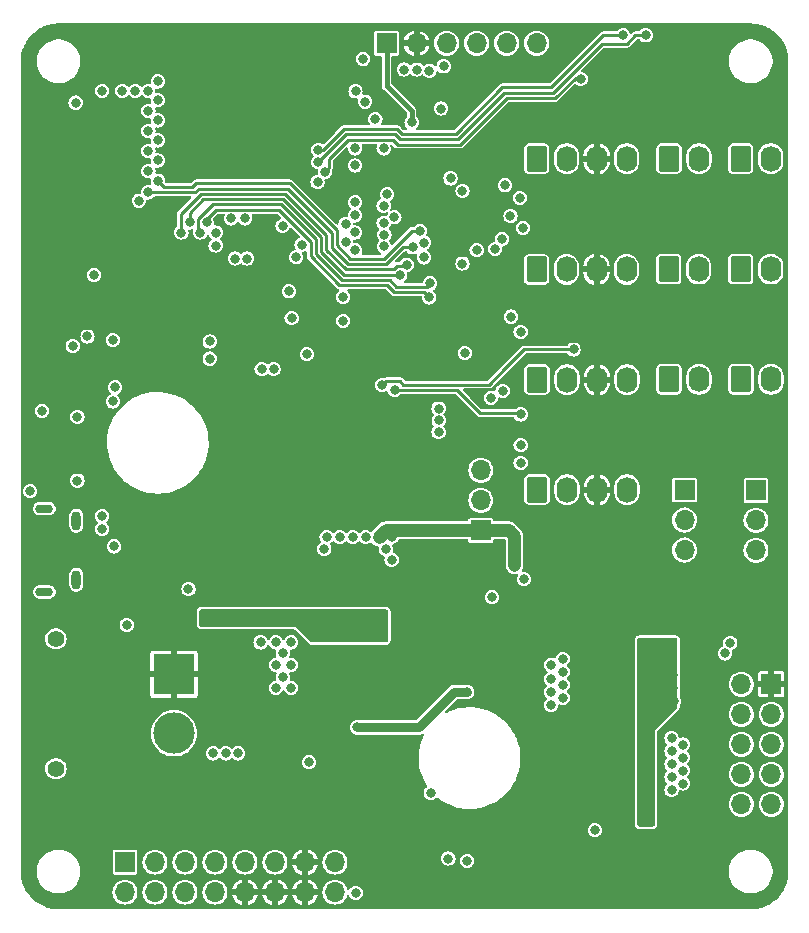
<source format=gbr>
%TF.GenerationSoftware,KiCad,Pcbnew,8.0.2*%
%TF.CreationDate,2024-07-11T10:10:58+02:00*%
%TF.ProjectId,HomeAssistant,486f6d65-4173-4736-9973-74616e742e6b,0.1*%
%TF.SameCoordinates,Original*%
%TF.FileFunction,Copper,L3,Inr*%
%TF.FilePolarity,Positive*%
%FSLAX46Y46*%
G04 Gerber Fmt 4.6, Leading zero omitted, Abs format (unit mm)*
G04 Created by KiCad (PCBNEW 8.0.2) date 2024-07-11 10:10:58*
%MOMM*%
%LPD*%
G01*
G04 APERTURE LIST*
G04 Aperture macros list*
%AMRoundRect*
0 Rectangle with rounded corners*
0 $1 Rounding radius*
0 $2 $3 $4 $5 $6 $7 $8 $9 X,Y pos of 4 corners*
0 Add a 4 corners polygon primitive as box body*
4,1,4,$2,$3,$4,$5,$6,$7,$8,$9,$2,$3,0*
0 Add four circle primitives for the rounded corners*
1,1,$1+$1,$2,$3*
1,1,$1+$1,$4,$5*
1,1,$1+$1,$6,$7*
1,1,$1+$1,$8,$9*
0 Add four rect primitives between the rounded corners*
20,1,$1+$1,$2,$3,$4,$5,0*
20,1,$1+$1,$4,$5,$6,$7,0*
20,1,$1+$1,$6,$7,$8,$9,0*
20,1,$1+$1,$8,$9,$2,$3,0*%
G04 Aperture macros list end*
%TA.AperFunction,ComponentPad*%
%ADD10R,1.700000X1.700000*%
%TD*%
%TA.AperFunction,ComponentPad*%
%ADD11O,1.700000X1.700000*%
%TD*%
%TA.AperFunction,ComponentPad*%
%ADD12RoundRect,0.250000X-0.620000X-0.845000X0.620000X-0.845000X0.620000X0.845000X-0.620000X0.845000X0*%
%TD*%
%TA.AperFunction,ComponentPad*%
%ADD13O,1.740000X2.190000*%
%TD*%
%TA.AperFunction,ComponentPad*%
%ADD14O,0.800000X1.600000*%
%TD*%
%TA.AperFunction,ComponentPad*%
%ADD15O,1.500000X0.750000*%
%TD*%
%TA.AperFunction,ComponentPad*%
%ADD16C,1.400000*%
%TD*%
%TA.AperFunction,ComponentPad*%
%ADD17R,3.500000X3.500000*%
%TD*%
%TA.AperFunction,ComponentPad*%
%ADD18C,3.500000*%
%TD*%
%TA.AperFunction,ViaPad*%
%ADD19C,0.800000*%
%TD*%
%TA.AperFunction,ViaPad*%
%ADD20C,0.450000*%
%TD*%
%TA.AperFunction,Conductor*%
%ADD21C,0.250000*%
%TD*%
%TA.AperFunction,Conductor*%
%ADD22C,0.800000*%
%TD*%
%TA.AperFunction,Conductor*%
%ADD23C,0.400000*%
%TD*%
%TA.AperFunction,Conductor*%
%ADD24C,1.100000*%
%TD*%
G04 APERTURE END LIST*
D10*
%TO.N,+3V3_ED*%
%TO.C,JP3*%
X103950000Y-92915000D03*
D11*
%TO.N,/IO Connectors/V_OUT_3*%
X103950000Y-90375000D03*
%TO.N,+5V_ED*%
X103950000Y-87835000D03*
%TD*%
D10*
%TO.N,/IO Connectors/GPIO13*%
%TO.C,J4*%
X73825000Y-121010000D03*
D11*
%TO.N,/IO Connectors/GPIO12*%
X73825000Y-123550000D03*
%TO.N,/IO Connectors/GPIO5*%
X76365000Y-121010000D03*
%TO.N,/IO Connectors/GPIO4*%
X76365000Y-123550000D03*
%TO.N,/IO Connectors/GPIO15*%
X78905000Y-121010000D03*
%TO.N,/IO Connectors/GPIO14*%
X78905000Y-123550000D03*
%TO.N,/IO Connectors/GPIO3*%
X81445000Y-121010000D03*
%TO.N,/IO Connectors/GPIO2*%
X81445000Y-123550000D03*
%TO.N,+3V3_ED*%
X83985000Y-121010000D03*
%TO.N,GND*%
X83985000Y-123550000D03*
%TO.N,+5V_ED*%
X86525000Y-121010000D03*
%TO.N,GND*%
X86525000Y-123550000D03*
X89065000Y-121010000D03*
X89065000Y-123550000D03*
%TO.N,+12V_FILT*%
X91605000Y-121010000D03*
X91605000Y-123550000D03*
%TD*%
D12*
%TO.N,/IO Connectors/V_OUT_2*%
%TO.C,J9*%
X119880000Y-61450000D03*
D13*
%TO.N,/IO Connectors/Q6_NEG*%
X122420000Y-61450000D03*
%TD*%
D12*
%TO.N,/IO Connectors/V_OUT_3*%
%TO.C,J12*%
X108680000Y-61450000D03*
D13*
%TO.N,/IO Connectors/OUT_12*%
X111220000Y-61450000D03*
%TO.N,GND*%
X113760000Y-61450000D03*
%TO.N,/IO Connectors/IN_12*%
X116300000Y-61450000D03*
%TD*%
D12*
%TO.N,/IO Connectors/V_OUT_1*%
%TO.C,J8*%
X125980000Y-80120000D03*
D13*
%TO.N,/IO Connectors/Q5_NEG*%
X128520000Y-80120000D03*
%TD*%
D10*
%TO.N,GND*%
%TO.C,J5*%
X128550000Y-105950000D03*
D11*
%TO.N,+3V3_ED*%
X126010000Y-105950000D03*
%TO.N,/IO Connectors/GPIO37{slash}MISO*%
X128550000Y-108490000D03*
%TO.N,/IO Connectors/GPIO36{slash}CLK*%
X126010000Y-108490000D03*
%TO.N,/IO Connectors/GPIO34{slash}CS*%
X128550000Y-111030000D03*
%TO.N,/IO Connectors/GPIO35{slash}MOSI*%
X126010000Y-111030000D03*
%TO.N,/IO Connectors/GPIO9{slash}I2CSCL*%
X128550000Y-113570000D03*
%TO.N,/IO Connectors/GPIO8{slash}I2CSDA*%
X126010000Y-113570000D03*
%TO.N,/IO Connectors/GPIO7*%
X128550000Y-116110000D03*
%TO.N,/IO Connectors/GPIO6*%
X126010000Y-116110000D03*
%TD*%
D12*
%TO.N,/IO Connectors/V_OUT_2*%
%TO.C,J11*%
X119890000Y-80120000D03*
D13*
%TO.N,/IO Connectors/Q8_NEG*%
X122430000Y-80120000D03*
%TD*%
D10*
%TO.N,+5V_ED*%
%TO.C,JP1*%
X127250000Y-89525000D03*
D11*
%TO.N,/IO Connectors/V_OUT_1*%
X127250000Y-92065000D03*
%TO.N,+12V_FILT*%
X127250000Y-94605000D03*
%TD*%
D10*
%TO.N,+3V3_ED*%
%TO.C,JP2*%
X121200000Y-89500000D03*
D11*
%TO.N,/IO Connectors/V_OUT_2*%
X121200000Y-92040000D03*
%TO.N,+5V_ED*%
X121200000Y-94580000D03*
%TD*%
D12*
%TO.N,/IO Connectors/V_OUT_3*%
%TO.C,J14*%
X108700000Y-80150000D03*
D13*
%TO.N,/IO Connectors/OUT_14*%
X111240000Y-80150000D03*
%TO.N,GND*%
X113780000Y-80150000D03*
%TO.N,/IO Connectors/IN_14*%
X116320000Y-80150000D03*
%TD*%
D10*
%TO.N,+3V3_FUSED*%
%TO.C,J3*%
X95975000Y-51675000D03*
D11*
%TO.N,GND*%
X98515000Y-51675000D03*
%TO.N,/IO Connectors/U0RXD*%
X101055000Y-51675000D03*
%TO.N,/IO Connectors/U0TXD*%
X103595000Y-51675000D03*
%TO.N,/IO Connectors/GPIO0*%
X106135000Y-51675000D03*
%TO.N,/IO Connectors/CHIP_PU*%
X108675000Y-51675000D03*
%TD*%
D12*
%TO.N,/IO Connectors/V_OUT_2*%
%TO.C,J10*%
X119860000Y-70800000D03*
D13*
%TO.N,/IO Connectors/Q7_NEG*%
X122400000Y-70800000D03*
%TD*%
D12*
%TO.N,/IO Connectors/V_OUT_1*%
%TO.C,J6*%
X125960000Y-61450000D03*
D13*
%TO.N,/IO Connectors/Q3_NEG*%
X128500000Y-61450000D03*
%TD*%
D14*
%TO.N,/Power/SGND*%
%TO.C,J1*%
X69700000Y-92100000D03*
X69700000Y-97100000D03*
D15*
X67000000Y-91075000D03*
X67000000Y-98125000D03*
%TD*%
D12*
%TO.N,/IO Connectors/V_OUT_1*%
%TO.C,J7*%
X125960000Y-70800000D03*
D13*
%TO.N,/IO Connectors/Q4_NEG*%
X128500000Y-70800000D03*
%TD*%
D16*
%TO.N,*%
%TO.C,J2*%
X67975000Y-113100000D03*
X67975000Y-102100000D03*
D17*
%TO.N,GND*%
X77975000Y-105100000D03*
D18*
%TO.N,+12V*%
X77975000Y-110100000D03*
%TD*%
D12*
%TO.N,/IO Connectors/V_OUT_3*%
%TO.C,J15*%
X108700000Y-89470000D03*
D13*
%TO.N,/IO Connectors/OUT_15*%
X111240000Y-89470000D03*
%TO.N,GND*%
X113780000Y-89470000D03*
%TO.N,/IO Connectors/IN_15*%
X116320000Y-89470000D03*
%TD*%
D12*
%TO.N,/IO Connectors/V_OUT_3*%
%TO.C,J13*%
X108670000Y-70830000D03*
D13*
%TO.N,/IO Connectors/OUT_13*%
X111210000Y-70830000D03*
%TO.N,GND*%
X113750000Y-70830000D03*
%TO.N,/IO Connectors/IN_13*%
X116290000Y-70830000D03*
%TD*%
D19*
%TO.N,GND*%
X102700000Y-123800000D03*
X84900000Y-72900000D03*
X85900000Y-57300000D03*
X114300000Y-109400000D03*
X106450000Y-54100000D03*
X68700000Y-61500000D03*
X83100000Y-97900000D03*
X95037383Y-57098422D03*
X88250000Y-56250000D03*
X105900000Y-103200000D03*
X82900000Y-74900000D03*
X110550000Y-94600000D03*
X92299838Y-74151063D03*
X81661000Y-52070000D03*
X124624500Y-76300000D03*
X110500000Y-66900000D03*
X75600000Y-96900000D03*
X73100000Y-50900000D03*
X85471000Y-52070000D03*
X67500000Y-59700000D03*
X87000000Y-61250000D03*
X112600000Y-116000000D03*
X84500000Y-61250000D03*
X116500000Y-109400000D03*
X81200000Y-96800000D03*
X105900000Y-104400000D03*
X77089000Y-65151000D03*
X80600000Y-97900000D03*
X98371845Y-64713486D03*
X81800000Y-94300000D03*
X82425530Y-103524823D03*
X107200000Y-105600000D03*
X93900000Y-105000000D03*
X82900000Y-73900000D03*
X99336779Y-61063221D03*
X90551000Y-52070000D03*
X82000000Y-55000000D03*
X82000000Y-58750000D03*
X74800000Y-78400000D03*
X71900000Y-95600000D03*
X82931000Y-52070000D03*
X83800000Y-96800000D03*
X115450000Y-114300000D03*
X88250000Y-55000000D03*
X104850000Y-74450000D03*
X118424500Y-66800000D03*
X95010000Y-116950000D03*
X82000000Y-56250000D03*
X100600000Y-58300000D03*
X82000000Y-57500000D03*
X84300000Y-56300000D03*
X84201000Y-52070000D03*
X83200000Y-95700000D03*
X81200000Y-82550000D03*
X86741000Y-52070000D03*
X124200500Y-86000000D03*
X91400000Y-98100000D03*
X118300500Y-85700000D03*
X85900000Y-59000000D03*
X115600000Y-115800000D03*
X83200000Y-59000000D03*
X84300000Y-59000000D03*
X85750000Y-61250000D03*
X111400000Y-118100000D03*
X83250000Y-55000000D03*
X83670388Y-69023963D03*
X115500000Y-112950000D03*
X84300000Y-57300000D03*
X83250000Y-61250000D03*
X92600000Y-98100000D03*
X118600000Y-75700000D03*
X71900000Y-50900000D03*
X83900000Y-72900000D03*
X113700000Y-116700000D03*
X103600000Y-65700000D03*
X110500000Y-76200000D03*
X87000000Y-55000000D03*
X75600000Y-98100000D03*
X84500000Y-55000000D03*
X115000000Y-117300000D03*
X111400000Y-115400000D03*
X115400000Y-109400000D03*
X81850000Y-110150000D03*
X80600000Y-95700000D03*
X124624500Y-66500000D03*
X79121000Y-52070000D03*
X85878457Y-78396312D03*
X66362500Y-85937500D03*
X98510000Y-115950000D03*
X85750000Y-55000000D03*
X88011000Y-52070000D03*
X88250000Y-60000000D03*
X90932000Y-64135000D03*
X84900000Y-73900000D03*
X88250000Y-57500000D03*
X92600000Y-104400000D03*
X105900000Y-105600000D03*
X115500000Y-111750000D03*
X88250000Y-58750000D03*
X85800000Y-68500000D03*
X83200000Y-57300000D03*
X81300000Y-98900000D03*
X81900000Y-97900000D03*
X75400000Y-93700000D03*
X115500000Y-110650000D03*
X103532799Y-54082799D03*
X83900000Y-74900000D03*
X88250000Y-61250000D03*
X89281000Y-52070000D03*
X93900000Y-108500000D03*
X84900000Y-74900000D03*
X77200000Y-90800000D03*
X87000000Y-59000000D03*
X104950000Y-54100000D03*
X80500000Y-94300000D03*
X87000000Y-57300000D03*
X93091000Y-51054000D03*
X82900000Y-72900000D03*
X85900000Y-56300000D03*
X82500000Y-96800000D03*
X84300000Y-60100000D03*
X112600000Y-117400000D03*
X81900000Y-95700000D03*
X67800000Y-80600000D03*
X83900000Y-73900000D03*
X82000000Y-60000000D03*
X93800000Y-98100000D03*
X80391000Y-52070000D03*
X93900000Y-107400000D03*
X74300000Y-50900000D03*
X77089000Y-51181000D03*
X107400000Y-84500000D03*
X67800000Y-70000000D03*
X85900000Y-60100000D03*
X116400000Y-116800000D03*
X84300000Y-97900000D03*
X111400000Y-116700000D03*
X82000000Y-61250000D03*
X102850000Y-74500000D03*
X74700000Y-74300000D03*
X95880591Y-56392409D03*
X85800000Y-67500000D03*
%TO.N,VBUS*%
X72900000Y-94275000D03*
X70650000Y-76500000D03*
X71900000Y-92800000D03*
X71900000Y-91700000D03*
X89410000Y-112550000D03*
%TO.N,/Processor/GPIO0*%
X97435250Y-53900500D03*
X69400000Y-77300000D03*
X76600000Y-54900000D03*
%TO.N,/Processor/CHIP_PU*%
X81000000Y-76925500D03*
X81000000Y-78374500D03*
X89225500Y-77999647D03*
X100600000Y-57200000D03*
D20*
%TO.N,/Power/SW3V3*%
X80500000Y-100000000D03*
D19*
X89700000Y-101200000D03*
D20*
X81000000Y-100000000D03*
D19*
X90800000Y-101200000D03*
X90800000Y-100100000D03*
X95700000Y-101200000D03*
X79200000Y-97900000D03*
D20*
X81500000Y-100550000D03*
D19*
X89700000Y-100100000D03*
D20*
X82000000Y-100550000D03*
X80500000Y-100550000D03*
X81500000Y-100000000D03*
X82000000Y-100000000D03*
X81000000Y-100550000D03*
D19*
X95700000Y-100100000D03*
D20*
%TO.N,/Power/SW5V*%
X118000000Y-116500000D03*
D19*
X120100000Y-102500000D03*
D20*
X117400000Y-117000000D03*
D19*
X118400000Y-107500000D03*
X120300000Y-107400000D03*
D20*
X117400000Y-116000000D03*
D19*
X117900000Y-102700000D03*
X120200000Y-106300000D03*
X120200000Y-105200000D03*
D20*
X118000000Y-117000000D03*
X118000000Y-116000000D03*
D19*
X119000000Y-102700000D03*
D20*
X117400000Y-116500000D03*
X118000000Y-117500000D03*
X117400000Y-117488000D03*
D19*
X113600000Y-118300000D03*
X120100049Y-103675451D03*
%TO.N,/Processor/RGB_CTRL*%
X84000000Y-66500000D03*
X75000000Y-65000000D03*
%TO.N,/IO Connectors/GPIO46*%
X107257433Y-64767165D03*
X100800000Y-53624500D03*
X93980000Y-53000000D03*
%TO.N,/IO Connectors/GPIO17*%
X95611055Y-80608445D03*
X87175211Y-67124789D03*
X111800000Y-77600000D03*
X82811751Y-66502205D03*
%TO.N,/IO Connectors/GPIO33*%
X107324500Y-83100000D03*
X96657253Y-81018247D03*
%TO.N,/IO Connectors/GPIO39*%
X95720500Y-60575500D03*
X93313500Y-60575500D03*
%TO.N,/Power/R47D16*%
X102800000Y-120900000D03*
%TO.N,/Power/R48D17*%
X101200000Y-120700000D03*
%TO.N,/Power/RD18*%
X93350000Y-123600000D03*
%TO.N,/IO Connectors/GPIO3*%
X93313500Y-66247699D03*
X75800000Y-57400000D03*
X95720500Y-65425170D03*
%TO.N,/IO Connectors/GPIO2*%
X93313500Y-65151000D03*
X76600000Y-56500000D03*
X96022345Y-64472335D03*
%TO.N,+12V_FILT*%
X87200000Y-105300000D03*
X86600000Y-104300000D03*
X121050000Y-114350000D03*
X120100000Y-112700000D03*
X121050000Y-112150000D03*
X121050000Y-113250000D03*
X73971987Y-100928795D03*
X120100000Y-111600000D03*
X87900000Y-106250000D03*
X120100000Y-113800000D03*
X86600000Y-106250000D03*
X85300000Y-102400000D03*
X86600000Y-102400000D03*
X87200000Y-103300000D03*
X87900000Y-102400000D03*
X121050000Y-111050000D03*
X87900000Y-104300000D03*
X99710000Y-115150000D03*
X120100000Y-110500000D03*
X120100000Y-114900000D03*
%TO.N,+3V3_FUSED*%
X71900000Y-55700000D03*
X69650000Y-56700000D03*
X81500000Y-67700000D03*
X72800000Y-76800000D03*
X81500000Y-68800000D03*
X98097778Y-58381672D03*
X73600000Y-55700000D03*
X93485315Y-109585315D03*
X102800000Y-106600000D03*
X71200000Y-71300000D03*
X74696234Y-55700000D03*
%TO.N,/IO Connectors/GPIO6*%
X125074500Y-102441758D03*
X99139000Y-68550000D03*
X92527289Y-68465909D03*
X95784500Y-67872121D03*
X76600000Y-59900000D03*
%TO.N,+3V3_ED*%
X95900000Y-94500000D03*
X96400000Y-93500000D03*
X106800000Y-94600000D03*
X106800000Y-95850000D03*
X93100000Y-93500000D03*
X92000000Y-93500000D03*
X94200000Y-93500000D03*
X96400000Y-95400000D03*
X106800000Y-93400000D03*
X90900000Y-93500000D03*
X82350000Y-111800000D03*
X95300000Y-93500000D03*
X81300000Y-111800000D03*
X90700000Y-94500000D03*
X83400000Y-111800000D03*
%TO.N,+5V_ED*%
X109900000Y-104300000D03*
X110900000Y-106000000D03*
X110900000Y-107100000D03*
X110900000Y-103800000D03*
X109900000Y-107700000D03*
X109900000Y-105500000D03*
X109900000Y-106600000D03*
X110900000Y-104900000D03*
%TO.N,/Processor/DTR*%
X87933505Y-74950500D03*
X87700000Y-72675500D03*
%TO.N,/IO Connectors/R30Q4*%
X106463507Y-66300000D03*
X107520500Y-67300000D03*
%TO.N,/IO Connectors/R31Q5*%
X104800000Y-81700000D03*
X107324500Y-87200000D03*
%TO.N,/IO Connectors/R33Q7*%
X106500000Y-74824500D03*
X107324500Y-76100000D03*
%TO.N,/IO Connectors/R34Q8*%
X105800000Y-81100000D03*
X107324500Y-85700000D03*
%TO.N,/Power/USB_N*%
X83148400Y-69900000D03*
X85398400Y-79272983D03*
%TO.N,/Processor/GPIO8{slash}I2CSDA*%
X76600000Y-61600000D03*
X88780461Y-68730039D03*
%TO.N,/Processor/GPIO9{slash}I2CSCL*%
X75800000Y-62500000D03*
X88316701Y-69783299D03*
%TO.N,/Processor/U0RXD*%
X92300008Y-73151561D03*
X73000000Y-80800000D03*
X66800000Y-82800000D03*
X94164286Y-56611897D03*
%TO.N,/Processor/U0TXD*%
X92300000Y-75175500D03*
X72800000Y-82000000D03*
X65800000Y-89600000D03*
X95024500Y-58097840D03*
%TO.N,/IO Connectors/GPIO21*%
X90127338Y-63422662D03*
X93313500Y-62024500D03*
%TO.N,/IO Connectors/GPIO45*%
X99600000Y-54000000D03*
X93345000Y-55753000D03*
%TO.N,/IO Connectors/Q3_BUFF*%
X102400000Y-70325500D03*
%TO.N,/IO Connectors/Q4_BUFF*%
X103599680Y-69200320D03*
%TO.N,/IO Connectors/Q5_BUFF*%
X105173459Y-69080444D03*
%TO.N,/IO Connectors/Q6_BUFF*%
X106000000Y-63700000D03*
%TO.N,/IO Connectors/Q7_BUFF*%
X102400000Y-64175500D03*
%TO.N,/IO Connectors/Q8_BUFF*%
X102600000Y-77900000D03*
X105739007Y-68256332D03*
X101386779Y-63113221D03*
%TO.N,/Processor/GPIO1*%
X98514750Y-53900500D03*
X75800000Y-55700000D03*
%TO.N,/Processor/GPIO4*%
X96636652Y-66410652D03*
X76600000Y-58200000D03*
X92495913Y-66972199D03*
%TO.N,/Processor/GPIO5*%
X95720500Y-66874670D03*
X93313500Y-67696699D03*
X75800000Y-59100000D03*
%TO.N,/Processor/GPIO7*%
X93313500Y-69190409D03*
X124624500Y-103334228D03*
X99125000Y-69800000D03*
X75800000Y-60800000D03*
X95755394Y-68871199D03*
%TO.N,/Processor/GPIO10*%
X76600000Y-63300000D03*
X98809561Y-67559732D03*
%TO.N,/Processor/GPIO11*%
X98169995Y-68951006D03*
X104903266Y-98575500D03*
X100374500Y-84611475D03*
X75800000Y-64300000D03*
X107600000Y-97050000D03*
%TO.N,/Processor/GPIO12*%
X97675500Y-70424100D03*
X100387048Y-83612051D03*
X78600000Y-67700000D03*
%TO.N,/Processor/GPIO13*%
X97135091Y-71264909D03*
X79295098Y-66835582D03*
X100374500Y-82600000D03*
%TO.N,/Processor/GPIO14*%
X99649747Y-72011247D03*
X80200000Y-67700000D03*
%TO.N,/Processor/GPIO15*%
X99588500Y-73192469D03*
X80744598Y-66844598D03*
%TO.N,/Processor/GPIO19*%
X90187299Y-61737299D03*
X117900000Y-51000000D03*
%TO.N,/Processor/GPIO20*%
X90756268Y-62559053D03*
X112400000Y-54700000D03*
%TO.N,/Processor/USB_P*%
X86401600Y-79272983D03*
X84151600Y-69900000D03*
%TO.N,Net-(D19-Pad2)*%
X69800000Y-83300000D03*
%TO.N,Net-(D20-Pad2)*%
X69800000Y-88700000D03*
%TO.N,/Processor/GPIO16*%
X116000000Y-51000500D03*
X90200000Y-60700000D03*
%TD*%
D21*
%TO.N,/IO Connectors/GPIO17*%
X97400000Y-80568247D02*
X101300000Y-80568247D01*
X104631753Y-80568247D02*
X106000000Y-79200000D01*
X107600000Y-77600000D02*
X111800000Y-77600000D01*
X95926253Y-80293247D02*
X96900000Y-80293247D01*
X106000000Y-79200000D02*
X107600000Y-77600000D01*
X95611055Y-80608445D02*
X95926253Y-80293247D01*
X96900000Y-80293247D02*
X97125000Y-80293247D01*
X101300000Y-80568247D02*
X104631753Y-80568247D01*
X97125000Y-80293247D02*
X97400000Y-80568247D01*
%TO.N,/IO Connectors/GPIO33*%
X107224500Y-83000000D02*
X107324500Y-83100000D01*
X103900000Y-83000000D02*
X107224500Y-83000000D01*
X96657253Y-81018247D02*
X101918247Y-81018247D01*
X101918247Y-81018247D02*
X103900000Y-83000000D01*
D22*
%TO.N,+3V3_FUSED*%
X93500000Y-109600000D02*
X98700000Y-109600000D01*
X98700000Y-109600000D02*
X101700000Y-106600000D01*
X101700000Y-106600000D02*
X102800000Y-106600000D01*
D23*
X98097778Y-57397778D02*
X95975000Y-55275000D01*
X95975000Y-55275000D02*
X95975000Y-51675000D01*
X98097778Y-58381672D02*
X98097778Y-57397778D01*
D22*
X93485315Y-109585315D02*
X93500000Y-109600000D01*
D24*
%TO.N,+3V3_ED*%
X95300000Y-93500000D02*
X95885000Y-92915000D01*
X106800000Y-94600000D02*
X106800000Y-95850000D01*
X106315000Y-92915000D02*
X106800000Y-93400000D01*
X95885000Y-92915000D02*
X106315000Y-92915000D01*
X106800000Y-94600000D02*
X106800000Y-93400000D01*
D21*
%TO.N,/Processor/GPIO10*%
X79865812Y-63525000D02*
X79540812Y-63850000D01*
X79540812Y-63850000D02*
X77150000Y-63850000D01*
X98809561Y-67559732D02*
X98091460Y-67559732D01*
X98091460Y-67559732D02*
X95736283Y-69914909D01*
X92908889Y-69914909D02*
X91785000Y-68791020D01*
X91785000Y-67528000D02*
X87782000Y-63525000D01*
X95736283Y-69914909D02*
X92908889Y-69914909D01*
X87782000Y-63525000D02*
X79865812Y-63525000D01*
X91785000Y-68791020D02*
X91785000Y-67528000D01*
X77150000Y-63850000D02*
X76600000Y-63300000D01*
%TO.N,/Processor/GPIO11*%
X79727208Y-64300000D02*
X75800000Y-64300000D01*
X91335000Y-68977416D02*
X91335000Y-67714396D01*
X87595604Y-63975000D02*
X80052208Y-63975000D01*
X95922679Y-70364909D02*
X92722493Y-70364909D01*
X92722493Y-70364909D02*
X91335000Y-68977416D01*
X98169995Y-68951006D02*
X97336582Y-68951006D01*
X80052208Y-63975000D02*
X79727208Y-64300000D01*
X97336582Y-68951006D02*
X95922679Y-70364909D01*
X91335000Y-67714396D02*
X87595604Y-63975000D01*
%TO.N,/Processor/GPIO12*%
X78600000Y-67700000D02*
X78570098Y-67670098D01*
X92536097Y-70814909D02*
X96559786Y-70814909D01*
X96559786Y-70814909D02*
X96834786Y-70539909D01*
X80238604Y-64425000D02*
X87409208Y-64425000D01*
X78570098Y-67670098D02*
X78570098Y-66093506D01*
X97435396Y-70539909D02*
X97497543Y-70602057D01*
X90885000Y-69163812D02*
X92536097Y-70814909D01*
X78570098Y-66093506D02*
X80238604Y-64425000D01*
X90885000Y-67900792D02*
X90885000Y-69163812D01*
X97497543Y-70602057D02*
X97675500Y-70424100D01*
X87409208Y-64425000D02*
X90885000Y-67900792D01*
X96834786Y-70539909D02*
X97435396Y-70539909D01*
%TO.N,/Processor/GPIO13*%
X80425000Y-64875000D02*
X87222812Y-64875000D01*
X79295098Y-66004902D02*
X80425000Y-64875000D01*
X90435000Y-69350208D02*
X92349701Y-71264909D01*
X79295098Y-66835582D02*
X79295098Y-66004902D01*
X92349701Y-71264909D02*
X97135091Y-71264909D01*
X90435000Y-68087188D02*
X90435000Y-69350208D01*
X87222812Y-64875000D02*
X90435000Y-68087188D01*
%TO.N,/Processor/GPIO14*%
X81239598Y-65325000D02*
X80019598Y-66545000D01*
X80019598Y-66545000D02*
X80019598Y-67519598D01*
X89985000Y-68273584D02*
X87036416Y-65325000D01*
X96225909Y-71714909D02*
X92163305Y-71714909D01*
X89985000Y-69536604D02*
X89985000Y-68273584D01*
X99649747Y-72011247D02*
X99360994Y-72300000D01*
X92163305Y-71714909D02*
X89985000Y-69536604D01*
X87036416Y-65325000D02*
X81239598Y-65325000D01*
X99360994Y-72300000D02*
X96811000Y-72300000D01*
X96811000Y-72300000D02*
X96225909Y-71714909D01*
X80019598Y-67519598D02*
X80200000Y-67700000D01*
%TO.N,/Processor/GPIO15*%
X89535000Y-69723000D02*
X89535000Y-68459980D01*
X99588500Y-73192469D02*
X99146031Y-72750000D01*
X86850020Y-65775000D02*
X81524293Y-65775000D01*
X91976909Y-72164909D02*
X89535000Y-69723000D01*
X96039513Y-72164909D02*
X91976909Y-72164909D01*
X99146031Y-72750000D02*
X96624604Y-72750000D01*
X89535000Y-68459980D02*
X86850020Y-65775000D01*
X81524293Y-65775000D02*
X80744598Y-66554695D01*
X80744598Y-66554695D02*
X80744598Y-66844598D01*
X96624604Y-72750000D02*
X96039513Y-72164909D01*
%TO.N,/Processor/GPIO19*%
X96686396Y-59400000D02*
X92524598Y-59400000D01*
X110086396Y-55850000D02*
X105950000Y-55850000D01*
X114211396Y-51725000D02*
X110086396Y-55850000D01*
X117900000Y-51000000D02*
X117025305Y-51000000D01*
X105950000Y-55850000D02*
X102000000Y-59800000D01*
X116300305Y-51725000D02*
X114211396Y-51725000D01*
X97086396Y-59800000D02*
X96686396Y-59400000D01*
X117025305Y-51000000D02*
X116300305Y-51725000D01*
X92524598Y-59400000D02*
X90187299Y-61737299D01*
X102000000Y-59800000D02*
X97086396Y-59800000D01*
%TO.N,/Processor/GPIO20*%
X96500000Y-59850000D02*
X92710994Y-59850000D01*
X110272792Y-56300000D02*
X106136396Y-56300000D01*
X111972792Y-54600000D02*
X112300000Y-54600000D01*
X111972792Y-54600000D02*
X110272792Y-56300000D01*
X96900000Y-60250000D02*
X96500000Y-59850000D01*
X91080497Y-62234824D02*
X90756268Y-62559053D01*
X106136396Y-56300000D02*
X102186396Y-60250000D01*
X112300000Y-54600000D02*
X112400000Y-54700000D01*
X92710994Y-59850000D02*
X91080497Y-61480497D01*
X91080497Y-61480497D02*
X91080497Y-62234824D01*
X102186396Y-60250000D02*
X96900000Y-60250000D01*
%TO.N,/Processor/GPIO16*%
X90200000Y-60700000D02*
X90588202Y-60700000D01*
X92338202Y-58950000D02*
X95250000Y-58950000D01*
X91769101Y-59519101D02*
X92338202Y-58950000D01*
X92338202Y-58950000D02*
X93350000Y-58950000D01*
X116000000Y-51000000D02*
X116000000Y-51000500D01*
X97272792Y-59350000D02*
X98050000Y-59350000D01*
X116000000Y-51000000D02*
X114300000Y-51000000D01*
X90588202Y-60700000D02*
X91769101Y-59519101D01*
X101813604Y-59350000D02*
X97272792Y-59350000D01*
X96872792Y-58950000D02*
X97261396Y-59338604D01*
X95250000Y-58950000D02*
X96872792Y-58950000D01*
X109900000Y-55400000D02*
X105763604Y-55400000D01*
X114300000Y-51000000D02*
X109900000Y-55400000D01*
X105763604Y-55400000D02*
X101813604Y-59350000D01*
X97261396Y-59338604D02*
X97272792Y-59350000D01*
%TD*%
%TA.AperFunction,Conductor*%
%TO.N,GND*%
G36*
X126847414Y-50000003D02*
G01*
X126848138Y-50000008D01*
X126849258Y-50000016D01*
X126850660Y-50000036D01*
X126852721Y-50000081D01*
X126853225Y-50000094D01*
X127016647Y-50004871D01*
X127019049Y-50004971D01*
X127025291Y-50005306D01*
X127030129Y-50005683D01*
X127036387Y-50006326D01*
X127038756Y-50006599D01*
X127367929Y-50048530D01*
X127370656Y-50048917D01*
X127377713Y-50050016D01*
X127383170Y-50051022D01*
X127384826Y-50051375D01*
X127390137Y-50052508D01*
X127392854Y-50053126D01*
X127713771Y-50130910D01*
X127716458Y-50131601D01*
X127720553Y-50132714D01*
X127723312Y-50133464D01*
X127728655Y-50135077D01*
X127735405Y-50137323D01*
X127738006Y-50138228D01*
X128048421Y-50251143D01*
X128050958Y-50252107D01*
X128055741Y-50253999D01*
X128057572Y-50254723D01*
X128062703Y-50256919D01*
X128069163Y-50259899D01*
X128071633Y-50261080D01*
X128367572Y-50407687D01*
X128370059Y-50408963D01*
X128376323Y-50412286D01*
X128381162Y-50415026D01*
X128387285Y-50418724D01*
X128389608Y-50420172D01*
X128645180Y-50584363D01*
X128667433Y-50598659D01*
X128669761Y-50600200D01*
X128675636Y-50604209D01*
X128680158Y-50607483D01*
X128685798Y-50611809D01*
X128687995Y-50613543D01*
X128944299Y-50821710D01*
X128946439Y-50823498D01*
X128951839Y-50828138D01*
X128955957Y-50831879D01*
X128961133Y-50836853D01*
X128963052Y-50838750D01*
X129194722Y-51074067D01*
X129196661Y-51076092D01*
X129201510Y-51081300D01*
X129205192Y-51085480D01*
X129209725Y-51090924D01*
X129211486Y-51093101D01*
X129415653Y-51352665D01*
X129417352Y-51354887D01*
X129421577Y-51360577D01*
X129424784Y-51365157D01*
X129428685Y-51371071D01*
X129430187Y-51373418D01*
X129604321Y-51654013D01*
X129605756Y-51656398D01*
X129609323Y-51662519D01*
X129612004Y-51667429D01*
X129615240Y-51673769D01*
X129616468Y-51676259D01*
X129758401Y-51974381D01*
X129759565Y-51976916D01*
X129762448Y-51983431D01*
X129764569Y-51988607D01*
X129767077Y-51995250D01*
X129768026Y-51997875D01*
X129876038Y-52309903D01*
X129876917Y-52312559D01*
X129879051Y-52319327D01*
X129880581Y-52324695D01*
X129882344Y-52331601D01*
X129882997Y-52334318D01*
X129955751Y-52656382D01*
X129956330Y-52659122D01*
X129957701Y-52666088D01*
X129958628Y-52671600D01*
X129959610Y-52678631D01*
X129959957Y-52681394D01*
X129996736Y-53011117D01*
X129996978Y-53013562D01*
X129997519Y-53019789D01*
X129997824Y-53024669D01*
X129998059Y-53030842D01*
X129998123Y-53033301D01*
X129999981Y-53169938D01*
X129999986Y-53170406D01*
X129999993Y-53171188D01*
X129999995Y-53171595D01*
X130000000Y-53172702D01*
X130000000Y-121846690D01*
X129999997Y-121847468D01*
X129999983Y-121849278D01*
X129999962Y-121850698D01*
X129999920Y-121852620D01*
X129999901Y-121853361D01*
X129995129Y-122016618D01*
X129995027Y-122019071D01*
X129994694Y-122025275D01*
X129994312Y-122030169D01*
X129993678Y-122036337D01*
X129993399Y-122038763D01*
X129951469Y-122367922D01*
X129951078Y-122370684D01*
X129949990Y-122377673D01*
X129948975Y-122383177D01*
X129947491Y-122390137D01*
X129946872Y-122392856D01*
X129869091Y-122713763D01*
X129868398Y-122716458D01*
X129866536Y-122723307D01*
X129864916Y-122728672D01*
X129862681Y-122735390D01*
X129861765Y-122738022D01*
X129748871Y-123048380D01*
X129747877Y-123050997D01*
X129745276Y-123057572D01*
X129743080Y-123062703D01*
X129740115Y-123069131D01*
X129738910Y-123071651D01*
X129592312Y-123367572D01*
X129591036Y-123370059D01*
X129587713Y-123376323D01*
X129584962Y-123381180D01*
X129581304Y-123387238D01*
X129579824Y-123389613D01*
X129401340Y-123667433D01*
X129399799Y-123669761D01*
X129395790Y-123675636D01*
X129392516Y-123680158D01*
X129388190Y-123685798D01*
X129386456Y-123687995D01*
X129178289Y-123944299D01*
X129176501Y-123946439D01*
X129171861Y-123951839D01*
X129168103Y-123955975D01*
X129163181Y-123961096D01*
X129161235Y-123963066D01*
X128925932Y-124194722D01*
X128923907Y-124196661D01*
X128918699Y-124201510D01*
X128914519Y-124205192D01*
X128909075Y-124209725D01*
X128906898Y-124211486D01*
X128647334Y-124415653D01*
X128645112Y-124417352D01*
X128639422Y-124421577D01*
X128634842Y-124424784D01*
X128628928Y-124428685D01*
X128626581Y-124430187D01*
X128345986Y-124604321D01*
X128343601Y-124605756D01*
X128337497Y-124609314D01*
X128332570Y-124612004D01*
X128326230Y-124615240D01*
X128323740Y-124616468D01*
X128025618Y-124758401D01*
X128023083Y-124759565D01*
X128016568Y-124762448D01*
X128011392Y-124764569D01*
X128004749Y-124767077D01*
X128002124Y-124768026D01*
X127690096Y-124876038D01*
X127687440Y-124876917D01*
X127680672Y-124879051D01*
X127675304Y-124880581D01*
X127668398Y-124882344D01*
X127665681Y-124882997D01*
X127343617Y-124955751D01*
X127340877Y-124956330D01*
X127333911Y-124957701D01*
X127328399Y-124958628D01*
X127321368Y-124959610D01*
X127318605Y-124959957D01*
X126988882Y-124996736D01*
X126986437Y-124996978D01*
X126980210Y-124997519D01*
X126975330Y-124997824D01*
X126969157Y-124998059D01*
X126966698Y-124998123D01*
X126830196Y-124999979D01*
X126829812Y-124999983D01*
X126828892Y-124999992D01*
X126828340Y-124999996D01*
X126828003Y-124999997D01*
X126827453Y-124999999D01*
X126827209Y-125000000D01*
X68153309Y-125000000D01*
X68152600Y-124999997D01*
X68151775Y-124999991D01*
X68150721Y-124999983D01*
X68149301Y-124999962D01*
X68147379Y-124999920D01*
X68146638Y-124999901D01*
X67983381Y-124995129D01*
X67980928Y-124995027D01*
X67974724Y-124994694D01*
X67969832Y-124994312D01*
X67968555Y-124994180D01*
X67963662Y-124993678D01*
X67961236Y-124993399D01*
X67632077Y-124951469D01*
X67629315Y-124951078D01*
X67625198Y-124950437D01*
X67622314Y-124949987D01*
X67616822Y-124948975D01*
X67609862Y-124947491D01*
X67607143Y-124946872D01*
X67286236Y-124869091D01*
X67283541Y-124868398D01*
X67276692Y-124866536D01*
X67271327Y-124864916D01*
X67264609Y-124862681D01*
X67261977Y-124861765D01*
X66951619Y-124748871D01*
X66949002Y-124747877D01*
X66942427Y-124745276D01*
X66937296Y-124743080D01*
X66930868Y-124740115D01*
X66928348Y-124738910D01*
X66632427Y-124592312D01*
X66629940Y-124591036D01*
X66623676Y-124587713D01*
X66618819Y-124584962D01*
X66612733Y-124581287D01*
X66610386Y-124579824D01*
X66332566Y-124401340D01*
X66330238Y-124399799D01*
X66324363Y-124395790D01*
X66319841Y-124392516D01*
X66314201Y-124388190D01*
X66312004Y-124386456D01*
X66055700Y-124178289D01*
X66053560Y-124176501D01*
X66048160Y-124171861D01*
X66044041Y-124168118D01*
X66038867Y-124163146D01*
X66036933Y-124161235D01*
X66014291Y-124138237D01*
X65805265Y-123925919D01*
X65803338Y-123923907D01*
X65798489Y-123918699D01*
X65794807Y-123914519D01*
X65790274Y-123909075D01*
X65788513Y-123906898D01*
X65584346Y-123647334D01*
X65582668Y-123645140D01*
X65578418Y-123639417D01*
X65575215Y-123634842D01*
X65571314Y-123628928D01*
X65569812Y-123626581D01*
X65395678Y-123345986D01*
X65394243Y-123343601D01*
X65394145Y-123343433D01*
X65390669Y-123337468D01*
X65387995Y-123332570D01*
X65384759Y-123326230D01*
X65383531Y-123323740D01*
X65241598Y-123025618D01*
X65240434Y-123023083D01*
X65237551Y-123016568D01*
X65235438Y-123011411D01*
X65232912Y-123004721D01*
X65231973Y-123002124D01*
X65218001Y-122961762D01*
X65123952Y-122690070D01*
X65123099Y-122687492D01*
X65120944Y-122680658D01*
X65119418Y-122675304D01*
X65117655Y-122668398D01*
X65117002Y-122665681D01*
X65116896Y-122665211D01*
X65044239Y-122343575D01*
X65043669Y-122340877D01*
X65042298Y-122333911D01*
X65041371Y-122328399D01*
X65040389Y-122321368D01*
X65040042Y-122318605D01*
X65003257Y-121988822D01*
X65003021Y-121986437D01*
X65002480Y-121980210D01*
X65002176Y-121975351D01*
X65001937Y-121969074D01*
X65001877Y-121966755D01*
X65000019Y-121830060D01*
X65000006Y-121828800D01*
X65000003Y-121828237D01*
X65000001Y-121827626D01*
X65000000Y-121827297D01*
X65000000Y-121678709D01*
X66349500Y-121678709D01*
X66349500Y-121921290D01*
X66381159Y-122161774D01*
X66381160Y-122161783D01*
X66443945Y-122396100D01*
X66443946Y-122396102D01*
X66536775Y-122620211D01*
X66658063Y-122830289D01*
X66805730Y-123022733D01*
X66977266Y-123194269D01*
X67169710Y-123341936D01*
X67379788Y-123463224D01*
X67603897Y-123556053D01*
X67603899Y-123556054D01*
X67707214Y-123583737D01*
X67838211Y-123618838D01*
X67838213Y-123618838D01*
X67838216Y-123618839D01*
X67838225Y-123618840D01*
X68078710Y-123650500D01*
X68078712Y-123650500D01*
X68321290Y-123650500D01*
X68561774Y-123618840D01*
X68561783Y-123618839D01*
X68561784Y-123618838D01*
X68561789Y-123618838D01*
X68796100Y-123556054D01*
X68810716Y-123550000D01*
X72766202Y-123550000D01*
X72786547Y-123756561D01*
X72786547Y-123756563D01*
X72786548Y-123756566D01*
X72846795Y-123955179D01*
X72846798Y-123955186D01*
X72944637Y-124138230D01*
X72944642Y-124138237D01*
X72976044Y-124176501D01*
X73076317Y-124298683D01*
X73234724Y-124428685D01*
X73236762Y-124430357D01*
X73236769Y-124430362D01*
X73419813Y-124528201D01*
X73419820Y-124528204D01*
X73581458Y-124577235D01*
X73618439Y-124588453D01*
X73825000Y-124608798D01*
X74031561Y-124588453D01*
X74130872Y-124558327D01*
X74230179Y-124528204D01*
X74230186Y-124528201D01*
X74413230Y-124430362D01*
X74413231Y-124430360D01*
X74413237Y-124430358D01*
X74573683Y-124298683D01*
X74705358Y-124138237D01*
X74707804Y-124133662D01*
X74803201Y-123955186D01*
X74803204Y-123955179D01*
X74847176Y-123810220D01*
X74863453Y-123756561D01*
X74883798Y-123550000D01*
X75306202Y-123550000D01*
X75326547Y-123756561D01*
X75326547Y-123756563D01*
X75326548Y-123756566D01*
X75386795Y-123955179D01*
X75386798Y-123955186D01*
X75484637Y-124138230D01*
X75484642Y-124138237D01*
X75516044Y-124176501D01*
X75616317Y-124298683D01*
X75774724Y-124428685D01*
X75776762Y-124430357D01*
X75776769Y-124430362D01*
X75959813Y-124528201D01*
X75959820Y-124528204D01*
X76121458Y-124577235D01*
X76158439Y-124588453D01*
X76365000Y-124608798D01*
X76571561Y-124588453D01*
X76670872Y-124558327D01*
X76770179Y-124528204D01*
X76770186Y-124528201D01*
X76953230Y-124430362D01*
X76953231Y-124430360D01*
X76953237Y-124430358D01*
X77113683Y-124298683D01*
X77245358Y-124138237D01*
X77247804Y-124133662D01*
X77343201Y-123955186D01*
X77343204Y-123955179D01*
X77387176Y-123810220D01*
X77403453Y-123756561D01*
X77423798Y-123550000D01*
X77846202Y-123550000D01*
X77866547Y-123756561D01*
X77866547Y-123756563D01*
X77866548Y-123756566D01*
X77926795Y-123955179D01*
X77926798Y-123955186D01*
X78024637Y-124138230D01*
X78024642Y-124138237D01*
X78056044Y-124176501D01*
X78156317Y-124298683D01*
X78314724Y-124428685D01*
X78316762Y-124430357D01*
X78316769Y-124430362D01*
X78499813Y-124528201D01*
X78499820Y-124528204D01*
X78661458Y-124577235D01*
X78698439Y-124588453D01*
X78905000Y-124608798D01*
X79111561Y-124588453D01*
X79210872Y-124558327D01*
X79310179Y-124528204D01*
X79310186Y-124528201D01*
X79493230Y-124430362D01*
X79493231Y-124430360D01*
X79493237Y-124430358D01*
X79653683Y-124298683D01*
X79785358Y-124138237D01*
X79787804Y-124133662D01*
X79883201Y-123955186D01*
X79883204Y-123955179D01*
X79927176Y-123810220D01*
X79943453Y-123756561D01*
X79963798Y-123550000D01*
X80386202Y-123550000D01*
X80406547Y-123756561D01*
X80406547Y-123756563D01*
X80406548Y-123756566D01*
X80466795Y-123955179D01*
X80466798Y-123955186D01*
X80564637Y-124138230D01*
X80564642Y-124138237D01*
X80596044Y-124176501D01*
X80696317Y-124298683D01*
X80854724Y-124428685D01*
X80856762Y-124430357D01*
X80856769Y-124430362D01*
X81039813Y-124528201D01*
X81039820Y-124528204D01*
X81201458Y-124577235D01*
X81238439Y-124588453D01*
X81445000Y-124608798D01*
X81651561Y-124588453D01*
X81750872Y-124558327D01*
X81850179Y-124528204D01*
X81850186Y-124528201D01*
X82033230Y-124430362D01*
X82033231Y-124430360D01*
X82033237Y-124430358D01*
X82193683Y-124298683D01*
X82325358Y-124138237D01*
X82327804Y-124133662D01*
X82423201Y-123955186D01*
X82423204Y-123955179D01*
X82467176Y-123810220D01*
X82483453Y-123756561D01*
X82503798Y-123550000D01*
X82483453Y-123343439D01*
X82469063Y-123296000D01*
X82909452Y-123296000D01*
X83554297Y-123296000D01*
X83519075Y-123357007D01*
X83485000Y-123484174D01*
X83485000Y-123615826D01*
X83519075Y-123742993D01*
X83554297Y-123804000D01*
X82909452Y-123804000D01*
X82951140Y-123950520D01*
X83042334Y-124133662D01*
X83042337Y-124133667D01*
X83165639Y-124296947D01*
X83316839Y-124434785D01*
X83316843Y-124434788D01*
X83490798Y-124542494D01*
X83681586Y-124616406D01*
X83730999Y-124625642D01*
X83731000Y-124625641D01*
X83731000Y-123980702D01*
X83792007Y-124015925D01*
X83919174Y-124050000D01*
X84050826Y-124050000D01*
X84177993Y-124015925D01*
X84239000Y-123980702D01*
X84239000Y-124625642D01*
X84288413Y-124616406D01*
X84479201Y-124542494D01*
X84653156Y-124434788D01*
X84653160Y-124434785D01*
X84804360Y-124296947D01*
X84927662Y-124133667D01*
X84927665Y-124133662D01*
X85018859Y-123950520D01*
X85060548Y-123804000D01*
X84415703Y-123804000D01*
X84450925Y-123742993D01*
X84485000Y-123615826D01*
X84485000Y-123484174D01*
X84450925Y-123357007D01*
X84415703Y-123296000D01*
X85060548Y-123296000D01*
X85449452Y-123296000D01*
X86094297Y-123296000D01*
X86059075Y-123357007D01*
X86025000Y-123484174D01*
X86025000Y-123615826D01*
X86059075Y-123742993D01*
X86094297Y-123804000D01*
X85449452Y-123804000D01*
X85491140Y-123950520D01*
X85582334Y-124133662D01*
X85582337Y-124133667D01*
X85705639Y-124296947D01*
X85856839Y-124434785D01*
X85856843Y-124434788D01*
X86030798Y-124542494D01*
X86221586Y-124616406D01*
X86270999Y-124625642D01*
X86271000Y-124625641D01*
X86271000Y-123980702D01*
X86332007Y-124015925D01*
X86459174Y-124050000D01*
X86590826Y-124050000D01*
X86717993Y-124015925D01*
X86779000Y-123980702D01*
X86779000Y-124625642D01*
X86828413Y-124616406D01*
X87019201Y-124542494D01*
X87193156Y-124434788D01*
X87193160Y-124434785D01*
X87344360Y-124296947D01*
X87467662Y-124133667D01*
X87467665Y-124133662D01*
X87558859Y-123950520D01*
X87600548Y-123804000D01*
X86955703Y-123804000D01*
X86990925Y-123742993D01*
X87025000Y-123615826D01*
X87025000Y-123484174D01*
X86990925Y-123357007D01*
X86955703Y-123296000D01*
X87600548Y-123296000D01*
X87989452Y-123296000D01*
X88634297Y-123296000D01*
X88599075Y-123357007D01*
X88565000Y-123484174D01*
X88565000Y-123615826D01*
X88599075Y-123742993D01*
X88634297Y-123804000D01*
X87989452Y-123804000D01*
X88031140Y-123950520D01*
X88122334Y-124133662D01*
X88122337Y-124133667D01*
X88245639Y-124296947D01*
X88396839Y-124434785D01*
X88396843Y-124434788D01*
X88570798Y-124542494D01*
X88761586Y-124616406D01*
X88810999Y-124625642D01*
X88811000Y-124625641D01*
X88811000Y-123980702D01*
X88872007Y-124015925D01*
X88999174Y-124050000D01*
X89130826Y-124050000D01*
X89257993Y-124015925D01*
X89319000Y-123980702D01*
X89319000Y-124625642D01*
X89368413Y-124616406D01*
X89559201Y-124542494D01*
X89733156Y-124434788D01*
X89733160Y-124434785D01*
X89884360Y-124296947D01*
X90007662Y-124133667D01*
X90007665Y-124133662D01*
X90098859Y-123950520D01*
X90140548Y-123804000D01*
X89495703Y-123804000D01*
X89530925Y-123742993D01*
X89565000Y-123615826D01*
X89565000Y-123550000D01*
X90546202Y-123550000D01*
X90566547Y-123756561D01*
X90566547Y-123756563D01*
X90566548Y-123756566D01*
X90626795Y-123955179D01*
X90626798Y-123955186D01*
X90724637Y-124138230D01*
X90724642Y-124138237D01*
X90756044Y-124176501D01*
X90856317Y-124298683D01*
X91014724Y-124428685D01*
X91016762Y-124430357D01*
X91016769Y-124430362D01*
X91199813Y-124528201D01*
X91199820Y-124528204D01*
X91361458Y-124577235D01*
X91398439Y-124588453D01*
X91605000Y-124608798D01*
X91811561Y-124588453D01*
X91910872Y-124558327D01*
X92010179Y-124528204D01*
X92010186Y-124528201D01*
X92193230Y-124430362D01*
X92193231Y-124430360D01*
X92193237Y-124430358D01*
X92353683Y-124298683D01*
X92485358Y-124138237D01*
X92487804Y-124133662D01*
X92583201Y-123955186D01*
X92583204Y-123955179D01*
X92611703Y-123861228D01*
X92647252Y-123810220D01*
X92705995Y-123789849D01*
X92765492Y-123807897D01*
X92800913Y-123851932D01*
X92822666Y-123904450D01*
X92822670Y-123904457D01*
X92919433Y-124030561D01*
X92919438Y-124030566D01*
X93045542Y-124127329D01*
X93045549Y-124127333D01*
X93192402Y-124188161D01*
X93349997Y-124208909D01*
X93350000Y-124208909D01*
X93350003Y-124208909D01*
X93507597Y-124188161D01*
X93546949Y-124171861D01*
X93654455Y-124127331D01*
X93780564Y-124030564D01*
X93877331Y-123904455D01*
X93938161Y-123757597D01*
X93948356Y-123680158D01*
X93958909Y-123600003D01*
X93958909Y-123599996D01*
X93938161Y-123442402D01*
X93877333Y-123295550D01*
X93877332Y-123295548D01*
X93877331Y-123295547D01*
X93877331Y-123295546D01*
X93780564Y-123169436D01*
X93780563Y-123169435D01*
X93780561Y-123169433D01*
X93654457Y-123072670D01*
X93654450Y-123072666D01*
X93507597Y-123011838D01*
X93350003Y-122991091D01*
X93349997Y-122991091D01*
X93192402Y-123011838D01*
X93045550Y-123072666D01*
X93045543Y-123072670D01*
X92919439Y-123169433D01*
X92919433Y-123169439D01*
X92822670Y-123295543D01*
X92822668Y-123295548D01*
X92818424Y-123305794D01*
X92778045Y-123353071D01*
X92717588Y-123367585D01*
X92660147Y-123343791D01*
X92629214Y-123296497D01*
X92583204Y-123144820D01*
X92583201Y-123144813D01*
X92485362Y-122961769D01*
X92485357Y-122961762D01*
X92353683Y-122801317D01*
X92353682Y-122801316D01*
X92193237Y-122669642D01*
X92193230Y-122669637D01*
X92010186Y-122571798D01*
X92010179Y-122571795D01*
X91811566Y-122511548D01*
X91811563Y-122511547D01*
X91811561Y-122511547D01*
X91605000Y-122491202D01*
X91398439Y-122511547D01*
X91398437Y-122511547D01*
X91398433Y-122511548D01*
X91199820Y-122571795D01*
X91199813Y-122571798D01*
X91016769Y-122669637D01*
X91016762Y-122669642D01*
X90856317Y-122801316D01*
X90856316Y-122801317D01*
X90724642Y-122961762D01*
X90724637Y-122961769D01*
X90626798Y-123144813D01*
X90626795Y-123144820D01*
X90566548Y-123343433D01*
X90566547Y-123343437D01*
X90566547Y-123343439D01*
X90546202Y-123550000D01*
X89565000Y-123550000D01*
X89565000Y-123484174D01*
X89530925Y-123357007D01*
X89495703Y-123296000D01*
X90140548Y-123296000D01*
X90098859Y-123149479D01*
X90007665Y-122966337D01*
X90007662Y-122966332D01*
X89884360Y-122803052D01*
X89733160Y-122665214D01*
X89733156Y-122665211D01*
X89559201Y-122557505D01*
X89368419Y-122483595D01*
X89319000Y-122474357D01*
X89319000Y-123119297D01*
X89257993Y-123084075D01*
X89130826Y-123050000D01*
X88999174Y-123050000D01*
X88872007Y-123084075D01*
X88811000Y-123119297D01*
X88811000Y-122474357D01*
X88761580Y-122483595D01*
X88570798Y-122557505D01*
X88396843Y-122665211D01*
X88396839Y-122665214D01*
X88245639Y-122803052D01*
X88122337Y-122966332D01*
X88122334Y-122966337D01*
X88031140Y-123149479D01*
X87989452Y-123296000D01*
X87600548Y-123296000D01*
X87558859Y-123149479D01*
X87467665Y-122966337D01*
X87467662Y-122966332D01*
X87344360Y-122803052D01*
X87193160Y-122665214D01*
X87193156Y-122665211D01*
X87019201Y-122557505D01*
X86828419Y-122483595D01*
X86779000Y-122474357D01*
X86779000Y-123119297D01*
X86717993Y-123084075D01*
X86590826Y-123050000D01*
X86459174Y-123050000D01*
X86332007Y-123084075D01*
X86271000Y-123119297D01*
X86271000Y-122474357D01*
X86221580Y-122483595D01*
X86030798Y-122557505D01*
X85856843Y-122665211D01*
X85856839Y-122665214D01*
X85705639Y-122803052D01*
X85582337Y-122966332D01*
X85582334Y-122966337D01*
X85491140Y-123149479D01*
X85449452Y-123296000D01*
X85060548Y-123296000D01*
X85018859Y-123149479D01*
X84927665Y-122966337D01*
X84927662Y-122966332D01*
X84804360Y-122803052D01*
X84653160Y-122665214D01*
X84653156Y-122665211D01*
X84479201Y-122557505D01*
X84288419Y-122483595D01*
X84239000Y-122474357D01*
X84239000Y-123119297D01*
X84177993Y-123084075D01*
X84050826Y-123050000D01*
X83919174Y-123050000D01*
X83792007Y-123084075D01*
X83731000Y-123119297D01*
X83731000Y-122474357D01*
X83681580Y-122483595D01*
X83490798Y-122557505D01*
X83316843Y-122665211D01*
X83316839Y-122665214D01*
X83165639Y-122803052D01*
X83042337Y-122966332D01*
X83042334Y-122966337D01*
X82951140Y-123149479D01*
X82909452Y-123296000D01*
X82469063Y-123296000D01*
X82468924Y-123295543D01*
X82423204Y-123144820D01*
X82423201Y-123144813D01*
X82325362Y-122961769D01*
X82325357Y-122961762D01*
X82193683Y-122801317D01*
X82193682Y-122801316D01*
X82033237Y-122669642D01*
X82033230Y-122669637D01*
X81850186Y-122571798D01*
X81850179Y-122571795D01*
X81651566Y-122511548D01*
X81651563Y-122511547D01*
X81651561Y-122511547D01*
X81445000Y-122491202D01*
X81238439Y-122511547D01*
X81238437Y-122511547D01*
X81238433Y-122511548D01*
X81039820Y-122571795D01*
X81039813Y-122571798D01*
X80856769Y-122669637D01*
X80856762Y-122669642D01*
X80696317Y-122801316D01*
X80696316Y-122801317D01*
X80564642Y-122961762D01*
X80564637Y-122961769D01*
X80466798Y-123144813D01*
X80466795Y-123144820D01*
X80406548Y-123343433D01*
X80406547Y-123343437D01*
X80406547Y-123343439D01*
X80386202Y-123550000D01*
X79963798Y-123550000D01*
X79943453Y-123343439D01*
X79928924Y-123295543D01*
X79883204Y-123144820D01*
X79883201Y-123144813D01*
X79785362Y-122961769D01*
X79785357Y-122961762D01*
X79653683Y-122801317D01*
X79653682Y-122801316D01*
X79493237Y-122669642D01*
X79493230Y-122669637D01*
X79310186Y-122571798D01*
X79310179Y-122571795D01*
X79111566Y-122511548D01*
X79111563Y-122511547D01*
X79111561Y-122511547D01*
X78905000Y-122491202D01*
X78698439Y-122511547D01*
X78698437Y-122511547D01*
X78698433Y-122511548D01*
X78499820Y-122571795D01*
X78499813Y-122571798D01*
X78316769Y-122669637D01*
X78316762Y-122669642D01*
X78156317Y-122801316D01*
X78156316Y-122801317D01*
X78024642Y-122961762D01*
X78024637Y-122961769D01*
X77926798Y-123144813D01*
X77926795Y-123144820D01*
X77866548Y-123343433D01*
X77866547Y-123343437D01*
X77866547Y-123343439D01*
X77846202Y-123550000D01*
X77423798Y-123550000D01*
X77403453Y-123343439D01*
X77388924Y-123295543D01*
X77343204Y-123144820D01*
X77343201Y-123144813D01*
X77245362Y-122961769D01*
X77245357Y-122961762D01*
X77113683Y-122801317D01*
X77113682Y-122801316D01*
X76953237Y-122669642D01*
X76953230Y-122669637D01*
X76770186Y-122571798D01*
X76770179Y-122571795D01*
X76571566Y-122511548D01*
X76571563Y-122511547D01*
X76571561Y-122511547D01*
X76365000Y-122491202D01*
X76158439Y-122511547D01*
X76158437Y-122511547D01*
X76158433Y-122511548D01*
X75959820Y-122571795D01*
X75959813Y-122571798D01*
X75776769Y-122669637D01*
X75776762Y-122669642D01*
X75616317Y-122801316D01*
X75616316Y-122801317D01*
X75484642Y-122961762D01*
X75484637Y-122961769D01*
X75386798Y-123144813D01*
X75386795Y-123144820D01*
X75326548Y-123343433D01*
X75326547Y-123343437D01*
X75326547Y-123343439D01*
X75306202Y-123550000D01*
X74883798Y-123550000D01*
X74863453Y-123343439D01*
X74848924Y-123295543D01*
X74803204Y-123144820D01*
X74803201Y-123144813D01*
X74705362Y-122961769D01*
X74705357Y-122961762D01*
X74573683Y-122801317D01*
X74573682Y-122801316D01*
X74413237Y-122669642D01*
X74413230Y-122669637D01*
X74230186Y-122571798D01*
X74230179Y-122571795D01*
X74031566Y-122511548D01*
X74031563Y-122511547D01*
X74031561Y-122511547D01*
X73825000Y-122491202D01*
X73618439Y-122511547D01*
X73618437Y-122511547D01*
X73618433Y-122511548D01*
X73419820Y-122571795D01*
X73419813Y-122571798D01*
X73236769Y-122669637D01*
X73236762Y-122669642D01*
X73076317Y-122801316D01*
X73076316Y-122801317D01*
X72944642Y-122961762D01*
X72944637Y-122961769D01*
X72846798Y-123144813D01*
X72846795Y-123144820D01*
X72786548Y-123343433D01*
X72786547Y-123343437D01*
X72786547Y-123343439D01*
X72766202Y-123550000D01*
X68810716Y-123550000D01*
X69020212Y-123463224D01*
X69230289Y-123341936D01*
X69422738Y-123194265D01*
X69594265Y-123022738D01*
X69599000Y-123016568D01*
X69741936Y-122830289D01*
X69758663Y-122801317D01*
X69863224Y-122620212D01*
X69956054Y-122396100D01*
X70018838Y-122161789D01*
X70031080Y-122068798D01*
X70050500Y-121921290D01*
X70050500Y-121678709D01*
X70018840Y-121438225D01*
X70018839Y-121438216D01*
X70015922Y-121427331D01*
X69962333Y-121227333D01*
X69956054Y-121203899D01*
X69956053Y-121203897D01*
X69863224Y-120979788D01*
X69741936Y-120769710D01*
X69594269Y-120577266D01*
X69422733Y-120405730D01*
X69230289Y-120258063D01*
X69025686Y-120139936D01*
X72771300Y-120139936D01*
X72771300Y-121880064D01*
X72773348Y-121890358D01*
X72783118Y-121939479D01*
X72783119Y-121939480D01*
X72828140Y-122006860D01*
X72895520Y-122051881D01*
X72954936Y-122063700D01*
X72954937Y-122063700D01*
X74695063Y-122063700D01*
X74695064Y-122063700D01*
X74754480Y-122051881D01*
X74821860Y-122006860D01*
X74866881Y-121939480D01*
X74878700Y-121880064D01*
X74878700Y-121010000D01*
X75306202Y-121010000D01*
X75326547Y-121216561D01*
X75326547Y-121216563D01*
X75326548Y-121216566D01*
X75386795Y-121415179D01*
X75386798Y-121415186D01*
X75484637Y-121598230D01*
X75484642Y-121598237D01*
X75616316Y-121758682D01*
X75616317Y-121758683D01*
X75776762Y-121890357D01*
X75776769Y-121890362D01*
X75959813Y-121988201D01*
X75959820Y-121988204D01*
X76098164Y-122030169D01*
X76158439Y-122048453D01*
X76365000Y-122068798D01*
X76571561Y-122048453D01*
X76676508Y-122016618D01*
X76770179Y-121988204D01*
X76770186Y-121988201D01*
X76953230Y-121890362D01*
X76953231Y-121890360D01*
X76953237Y-121890358D01*
X77113683Y-121758683D01*
X77245358Y-121598237D01*
X77247804Y-121593662D01*
X77343201Y-121415186D01*
X77343204Y-121415179D01*
X77375440Y-121308909D01*
X77403453Y-121216561D01*
X77423798Y-121010000D01*
X77846202Y-121010000D01*
X77866547Y-121216561D01*
X77866547Y-121216563D01*
X77866548Y-121216566D01*
X77926795Y-121415179D01*
X77926798Y-121415186D01*
X78024637Y-121598230D01*
X78024642Y-121598237D01*
X78156316Y-121758682D01*
X78156317Y-121758683D01*
X78316762Y-121890357D01*
X78316769Y-121890362D01*
X78499813Y-121988201D01*
X78499820Y-121988204D01*
X78638164Y-122030169D01*
X78698439Y-122048453D01*
X78905000Y-122068798D01*
X79111561Y-122048453D01*
X79216508Y-122016618D01*
X79310179Y-121988204D01*
X79310186Y-121988201D01*
X79493230Y-121890362D01*
X79493231Y-121890360D01*
X79493237Y-121890358D01*
X79653683Y-121758683D01*
X79785358Y-121598237D01*
X79787804Y-121593662D01*
X79883201Y-121415186D01*
X79883204Y-121415179D01*
X79915440Y-121308909D01*
X79943453Y-121216561D01*
X79963798Y-121010000D01*
X80386202Y-121010000D01*
X80406547Y-121216561D01*
X80406547Y-121216563D01*
X80406548Y-121216566D01*
X80466795Y-121415179D01*
X80466798Y-121415186D01*
X80564637Y-121598230D01*
X80564642Y-121598237D01*
X80696316Y-121758682D01*
X80696317Y-121758683D01*
X80856762Y-121890357D01*
X80856769Y-121890362D01*
X81039813Y-121988201D01*
X81039820Y-121988204D01*
X81178164Y-122030169D01*
X81238439Y-122048453D01*
X81445000Y-122068798D01*
X81651561Y-122048453D01*
X81756508Y-122016618D01*
X81850179Y-121988204D01*
X81850186Y-121988201D01*
X82033230Y-121890362D01*
X82033231Y-121890360D01*
X82033237Y-121890358D01*
X82193683Y-121758683D01*
X82325358Y-121598237D01*
X82327804Y-121593662D01*
X82423201Y-121415186D01*
X82423204Y-121415179D01*
X82455440Y-121308909D01*
X82483453Y-121216561D01*
X82503798Y-121010000D01*
X82926202Y-121010000D01*
X82946547Y-121216561D01*
X82946547Y-121216563D01*
X82946548Y-121216566D01*
X83006795Y-121415179D01*
X83006798Y-121415186D01*
X83104637Y-121598230D01*
X83104642Y-121598237D01*
X83236316Y-121758682D01*
X83236317Y-121758683D01*
X83396762Y-121890357D01*
X83396769Y-121890362D01*
X83579813Y-121988201D01*
X83579820Y-121988204D01*
X83718164Y-122030169D01*
X83778439Y-122048453D01*
X83985000Y-122068798D01*
X84191561Y-122048453D01*
X84296508Y-122016618D01*
X84390179Y-121988204D01*
X84390186Y-121988201D01*
X84573230Y-121890362D01*
X84573231Y-121890360D01*
X84573237Y-121890358D01*
X84733683Y-121758683D01*
X84865358Y-121598237D01*
X84867804Y-121593662D01*
X84963201Y-121415186D01*
X84963204Y-121415179D01*
X84995440Y-121308909D01*
X85023453Y-121216561D01*
X85043798Y-121010000D01*
X85466202Y-121010000D01*
X85486547Y-121216561D01*
X85486547Y-121216563D01*
X85486548Y-121216566D01*
X85546795Y-121415179D01*
X85546798Y-121415186D01*
X85644637Y-121598230D01*
X85644642Y-121598237D01*
X85776316Y-121758682D01*
X85776317Y-121758683D01*
X85936762Y-121890357D01*
X85936769Y-121890362D01*
X86119813Y-121988201D01*
X86119820Y-121988204D01*
X86258164Y-122030169D01*
X86318439Y-122048453D01*
X86525000Y-122068798D01*
X86731561Y-122048453D01*
X86836508Y-122016618D01*
X86930179Y-121988204D01*
X86930186Y-121988201D01*
X87113230Y-121890362D01*
X87113231Y-121890360D01*
X87113237Y-121890358D01*
X87273683Y-121758683D01*
X87405358Y-121598237D01*
X87407804Y-121593662D01*
X87503201Y-121415186D01*
X87503204Y-121415179D01*
X87535440Y-121308909D01*
X87563453Y-121216561D01*
X87583798Y-121010000D01*
X87563453Y-120803439D01*
X87549063Y-120756000D01*
X87989452Y-120756000D01*
X88634297Y-120756000D01*
X88599075Y-120817007D01*
X88565000Y-120944174D01*
X88565000Y-121075826D01*
X88599075Y-121202993D01*
X88634297Y-121264000D01*
X87989452Y-121264000D01*
X88031140Y-121410520D01*
X88122334Y-121593662D01*
X88122337Y-121593667D01*
X88245639Y-121756947D01*
X88396839Y-121894785D01*
X88396843Y-121894788D01*
X88570798Y-122002494D01*
X88761586Y-122076406D01*
X88810999Y-122085642D01*
X88811000Y-122085641D01*
X88811000Y-121440702D01*
X88872007Y-121475925D01*
X88999174Y-121510000D01*
X89130826Y-121510000D01*
X89257993Y-121475925D01*
X89319000Y-121440702D01*
X89319000Y-122085642D01*
X89368413Y-122076406D01*
X89559201Y-122002494D01*
X89733156Y-121894788D01*
X89733160Y-121894785D01*
X89884360Y-121756947D01*
X90007662Y-121593667D01*
X90007665Y-121593662D01*
X90098859Y-121410520D01*
X90140548Y-121264000D01*
X89495703Y-121264000D01*
X89530925Y-121202993D01*
X89565000Y-121075826D01*
X89565000Y-121010000D01*
X90546202Y-121010000D01*
X90566547Y-121216561D01*
X90566547Y-121216563D01*
X90566548Y-121216566D01*
X90626795Y-121415179D01*
X90626798Y-121415186D01*
X90724637Y-121598230D01*
X90724642Y-121598237D01*
X90856316Y-121758682D01*
X90856317Y-121758683D01*
X91016762Y-121890357D01*
X91016769Y-121890362D01*
X91199813Y-121988201D01*
X91199820Y-121988204D01*
X91338164Y-122030169D01*
X91398439Y-122048453D01*
X91605000Y-122068798D01*
X91811561Y-122048453D01*
X91916508Y-122016618D01*
X92010179Y-121988204D01*
X92010186Y-121988201D01*
X92193230Y-121890362D01*
X92193231Y-121890360D01*
X92193237Y-121890358D01*
X92353683Y-121758683D01*
X92419316Y-121678709D01*
X124949500Y-121678709D01*
X124949500Y-121921290D01*
X124981159Y-122161774D01*
X124981160Y-122161783D01*
X125043945Y-122396100D01*
X125043946Y-122396102D01*
X125136775Y-122620211D01*
X125258063Y-122830289D01*
X125405730Y-123022733D01*
X125577266Y-123194269D01*
X125769710Y-123341936D01*
X125979788Y-123463224D01*
X126203897Y-123556053D01*
X126203899Y-123556054D01*
X126307214Y-123583737D01*
X126438211Y-123618838D01*
X126438213Y-123618838D01*
X126438216Y-123618839D01*
X126438225Y-123618840D01*
X126678710Y-123650500D01*
X126678712Y-123650500D01*
X126921290Y-123650500D01*
X127161774Y-123618840D01*
X127161783Y-123618839D01*
X127161784Y-123618838D01*
X127161789Y-123618838D01*
X127396100Y-123556054D01*
X127620212Y-123463224D01*
X127830289Y-123341936D01*
X128022738Y-123194265D01*
X128194265Y-123022738D01*
X128199000Y-123016568D01*
X128341936Y-122830289D01*
X128358663Y-122801317D01*
X128463224Y-122620212D01*
X128556054Y-122396100D01*
X128618838Y-122161789D01*
X128631080Y-122068798D01*
X128650500Y-121921290D01*
X128650500Y-121678709D01*
X128618840Y-121438225D01*
X128618839Y-121438216D01*
X128615922Y-121427331D01*
X128562333Y-121227333D01*
X128556054Y-121203899D01*
X128556053Y-121203897D01*
X128463224Y-120979788D01*
X128341936Y-120769710D01*
X128194269Y-120577266D01*
X128022733Y-120405730D01*
X127830289Y-120258063D01*
X127620211Y-120136775D01*
X127396102Y-120043946D01*
X127396100Y-120043945D01*
X127161783Y-119981160D01*
X127161774Y-119981159D01*
X126921290Y-119949500D01*
X126921288Y-119949500D01*
X126678712Y-119949500D01*
X126678710Y-119949500D01*
X126438225Y-119981159D01*
X126438216Y-119981160D01*
X126203899Y-120043945D01*
X126203897Y-120043946D01*
X125979788Y-120136775D01*
X125769710Y-120258063D01*
X125577266Y-120405730D01*
X125405730Y-120577266D01*
X125258063Y-120769710D01*
X125136775Y-120979788D01*
X125043946Y-121203897D01*
X125043945Y-121203899D01*
X124981160Y-121438216D01*
X124981159Y-121438225D01*
X124949500Y-121678709D01*
X92419316Y-121678709D01*
X92485358Y-121598237D01*
X92487804Y-121593662D01*
X92583201Y-121415186D01*
X92583204Y-121415179D01*
X92615440Y-121308909D01*
X92643453Y-121216561D01*
X92663798Y-121010000D01*
X92643453Y-120803439D01*
X92624938Y-120742402D01*
X92612075Y-120699996D01*
X100591091Y-120699996D01*
X100591091Y-120700003D01*
X100611838Y-120857597D01*
X100672666Y-121004450D01*
X100672670Y-121004457D01*
X100769433Y-121130561D01*
X100769438Y-121130566D01*
X100895542Y-121227329D01*
X100895549Y-121227333D01*
X101042402Y-121288161D01*
X101199997Y-121308909D01*
X101200000Y-121308909D01*
X101200003Y-121308909D01*
X101357597Y-121288161D01*
X101504450Y-121227333D01*
X101504449Y-121227333D01*
X101504455Y-121227331D01*
X101630564Y-121130564D01*
X101727331Y-121004455D01*
X101770599Y-120899996D01*
X102191091Y-120899996D01*
X102191091Y-120900003D01*
X102211838Y-121057597D01*
X102272666Y-121204450D01*
X102272670Y-121204457D01*
X102369433Y-121330561D01*
X102369438Y-121330566D01*
X102495542Y-121427329D01*
X102495549Y-121427333D01*
X102642402Y-121488161D01*
X102799997Y-121508909D01*
X102800000Y-121508909D01*
X102800003Y-121508909D01*
X102957597Y-121488161D01*
X103104450Y-121427333D01*
X103104449Y-121427333D01*
X103104455Y-121427331D01*
X103230564Y-121330564D01*
X103327331Y-121204455D01*
X103388161Y-121057597D01*
X103398405Y-120979788D01*
X103408909Y-120900003D01*
X103408909Y-120899996D01*
X103388161Y-120742402D01*
X103327333Y-120595550D01*
X103327332Y-120595548D01*
X103327331Y-120595547D01*
X103327331Y-120595546D01*
X103230564Y-120469436D01*
X103230563Y-120469435D01*
X103230561Y-120469433D01*
X103104457Y-120372670D01*
X103104450Y-120372666D01*
X102957597Y-120311838D01*
X102800003Y-120291091D01*
X102799997Y-120291091D01*
X102642402Y-120311838D01*
X102495550Y-120372666D01*
X102495543Y-120372670D01*
X102369439Y-120469433D01*
X102369433Y-120469439D01*
X102272670Y-120595543D01*
X102272666Y-120595550D01*
X102211838Y-120742402D01*
X102191091Y-120899996D01*
X101770599Y-120899996D01*
X101788161Y-120857597D01*
X101795292Y-120803433D01*
X101808909Y-120700003D01*
X101808909Y-120699996D01*
X101788161Y-120542402D01*
X101727333Y-120395550D01*
X101727332Y-120395548D01*
X101727331Y-120395547D01*
X101727331Y-120395546D01*
X101630564Y-120269436D01*
X101630563Y-120269435D01*
X101630561Y-120269433D01*
X101504457Y-120172670D01*
X101504450Y-120172666D01*
X101357597Y-120111838D01*
X101200003Y-120091091D01*
X101199997Y-120091091D01*
X101042402Y-120111838D01*
X100895550Y-120172666D01*
X100895543Y-120172670D01*
X100769439Y-120269433D01*
X100769433Y-120269439D01*
X100672670Y-120395543D01*
X100672666Y-120395550D01*
X100611838Y-120542402D01*
X100591091Y-120699996D01*
X92612075Y-120699996D01*
X92583204Y-120604820D01*
X92583201Y-120604813D01*
X92485362Y-120421769D01*
X92485357Y-120421762D01*
X92353683Y-120261317D01*
X92353682Y-120261316D01*
X92193237Y-120129642D01*
X92193230Y-120129637D01*
X92010186Y-120031798D01*
X92010179Y-120031795D01*
X91811566Y-119971548D01*
X91811563Y-119971547D01*
X91811561Y-119971547D01*
X91605000Y-119951202D01*
X91398439Y-119971547D01*
X91398437Y-119971547D01*
X91398433Y-119971548D01*
X91199820Y-120031795D01*
X91199813Y-120031798D01*
X91016769Y-120129637D01*
X91016762Y-120129642D01*
X90856317Y-120261316D01*
X90856316Y-120261317D01*
X90724642Y-120421762D01*
X90724637Y-120421769D01*
X90626798Y-120604813D01*
X90626795Y-120604820D01*
X90566548Y-120803433D01*
X90566547Y-120803437D01*
X90566547Y-120803439D01*
X90546202Y-121010000D01*
X89565000Y-121010000D01*
X89565000Y-120944174D01*
X89530925Y-120817007D01*
X89495703Y-120756000D01*
X90140548Y-120756000D01*
X90098859Y-120609479D01*
X90007665Y-120426337D01*
X90007662Y-120426332D01*
X89884360Y-120263052D01*
X89733160Y-120125214D01*
X89733156Y-120125211D01*
X89559201Y-120017505D01*
X89368419Y-119943595D01*
X89319000Y-119934357D01*
X89319000Y-120579297D01*
X89257993Y-120544075D01*
X89130826Y-120510000D01*
X88999174Y-120510000D01*
X88872007Y-120544075D01*
X88811000Y-120579297D01*
X88811000Y-119934357D01*
X88761580Y-119943595D01*
X88570798Y-120017505D01*
X88396843Y-120125211D01*
X88396839Y-120125214D01*
X88245639Y-120263052D01*
X88122337Y-120426332D01*
X88122334Y-120426337D01*
X88031140Y-120609479D01*
X87989452Y-120756000D01*
X87549063Y-120756000D01*
X87544938Y-120742402D01*
X87503204Y-120604820D01*
X87503201Y-120604813D01*
X87405362Y-120421769D01*
X87405357Y-120421762D01*
X87273683Y-120261317D01*
X87273682Y-120261316D01*
X87113237Y-120129642D01*
X87113230Y-120129637D01*
X86930186Y-120031798D01*
X86930179Y-120031795D01*
X86731566Y-119971548D01*
X86731563Y-119971547D01*
X86731561Y-119971547D01*
X86525000Y-119951202D01*
X86318439Y-119971547D01*
X86318437Y-119971547D01*
X86318433Y-119971548D01*
X86119820Y-120031795D01*
X86119813Y-120031798D01*
X85936769Y-120129637D01*
X85936762Y-120129642D01*
X85776317Y-120261316D01*
X85776316Y-120261317D01*
X85644642Y-120421762D01*
X85644637Y-120421769D01*
X85546798Y-120604813D01*
X85546795Y-120604820D01*
X85486548Y-120803433D01*
X85486547Y-120803437D01*
X85486547Y-120803439D01*
X85466202Y-121010000D01*
X85043798Y-121010000D01*
X85023453Y-120803439D01*
X85004938Y-120742402D01*
X84963204Y-120604820D01*
X84963201Y-120604813D01*
X84865362Y-120421769D01*
X84865357Y-120421762D01*
X84733683Y-120261317D01*
X84733682Y-120261316D01*
X84573237Y-120129642D01*
X84573230Y-120129637D01*
X84390186Y-120031798D01*
X84390179Y-120031795D01*
X84191566Y-119971548D01*
X84191563Y-119971547D01*
X84191561Y-119971547D01*
X83985000Y-119951202D01*
X83778439Y-119971547D01*
X83778437Y-119971547D01*
X83778433Y-119971548D01*
X83579820Y-120031795D01*
X83579813Y-120031798D01*
X83396769Y-120129637D01*
X83396762Y-120129642D01*
X83236317Y-120261316D01*
X83236316Y-120261317D01*
X83104642Y-120421762D01*
X83104637Y-120421769D01*
X83006798Y-120604813D01*
X83006795Y-120604820D01*
X82946548Y-120803433D01*
X82946547Y-120803437D01*
X82946547Y-120803439D01*
X82926202Y-121010000D01*
X82503798Y-121010000D01*
X82483453Y-120803439D01*
X82464938Y-120742402D01*
X82423204Y-120604820D01*
X82423201Y-120604813D01*
X82325362Y-120421769D01*
X82325357Y-120421762D01*
X82193683Y-120261317D01*
X82193682Y-120261316D01*
X82033237Y-120129642D01*
X82033230Y-120129637D01*
X81850186Y-120031798D01*
X81850179Y-120031795D01*
X81651566Y-119971548D01*
X81651563Y-119971547D01*
X81651561Y-119971547D01*
X81445000Y-119951202D01*
X81238439Y-119971547D01*
X81238437Y-119971547D01*
X81238433Y-119971548D01*
X81039820Y-120031795D01*
X81039813Y-120031798D01*
X80856769Y-120129637D01*
X80856762Y-120129642D01*
X80696317Y-120261316D01*
X80696316Y-120261317D01*
X80564642Y-120421762D01*
X80564637Y-120421769D01*
X80466798Y-120604813D01*
X80466795Y-120604820D01*
X80406548Y-120803433D01*
X80406547Y-120803437D01*
X80406547Y-120803439D01*
X80386202Y-121010000D01*
X79963798Y-121010000D01*
X79943453Y-120803439D01*
X79924938Y-120742402D01*
X79883204Y-120604820D01*
X79883201Y-120604813D01*
X79785362Y-120421769D01*
X79785357Y-120421762D01*
X79653683Y-120261317D01*
X79653682Y-120261316D01*
X79493237Y-120129642D01*
X79493230Y-120129637D01*
X79310186Y-120031798D01*
X79310179Y-120031795D01*
X79111566Y-119971548D01*
X79111563Y-119971547D01*
X79111561Y-119971547D01*
X78905000Y-119951202D01*
X78698439Y-119971547D01*
X78698437Y-119971547D01*
X78698433Y-119971548D01*
X78499820Y-120031795D01*
X78499813Y-120031798D01*
X78316769Y-120129637D01*
X78316762Y-120129642D01*
X78156317Y-120261316D01*
X78156316Y-120261317D01*
X78024642Y-120421762D01*
X78024637Y-120421769D01*
X77926798Y-120604813D01*
X77926795Y-120604820D01*
X77866548Y-120803433D01*
X77866547Y-120803437D01*
X77866547Y-120803439D01*
X77846202Y-121010000D01*
X77423798Y-121010000D01*
X77403453Y-120803439D01*
X77384938Y-120742402D01*
X77343204Y-120604820D01*
X77343201Y-120604813D01*
X77245362Y-120421769D01*
X77245357Y-120421762D01*
X77113683Y-120261317D01*
X77113682Y-120261316D01*
X76953237Y-120129642D01*
X76953230Y-120129637D01*
X76770186Y-120031798D01*
X76770179Y-120031795D01*
X76571566Y-119971548D01*
X76571563Y-119971547D01*
X76571561Y-119971547D01*
X76365000Y-119951202D01*
X76158439Y-119971547D01*
X76158437Y-119971547D01*
X76158433Y-119971548D01*
X75959820Y-120031795D01*
X75959813Y-120031798D01*
X75776769Y-120129637D01*
X75776762Y-120129642D01*
X75616317Y-120261316D01*
X75616316Y-120261317D01*
X75484642Y-120421762D01*
X75484637Y-120421769D01*
X75386798Y-120604813D01*
X75386795Y-120604820D01*
X75326548Y-120803433D01*
X75326547Y-120803437D01*
X75326547Y-120803439D01*
X75306202Y-121010000D01*
X74878700Y-121010000D01*
X74878700Y-120139936D01*
X74866881Y-120080520D01*
X74821860Y-120013140D01*
X74759612Y-119971548D01*
X74754479Y-119968118D01*
X74706882Y-119958650D01*
X74695064Y-119956300D01*
X72954936Y-119956300D01*
X72945078Y-119958260D01*
X72895520Y-119968118D01*
X72828140Y-120013140D01*
X72783118Y-120080520D01*
X72773348Y-120129642D01*
X72771300Y-120139936D01*
X69025686Y-120139936D01*
X69020211Y-120136775D01*
X68796102Y-120043946D01*
X68796100Y-120043945D01*
X68561783Y-119981160D01*
X68561774Y-119981159D01*
X68321290Y-119949500D01*
X68321288Y-119949500D01*
X68078712Y-119949500D01*
X68078710Y-119949500D01*
X67838225Y-119981159D01*
X67838216Y-119981160D01*
X67603899Y-120043945D01*
X67603897Y-120043946D01*
X67379788Y-120136775D01*
X67169710Y-120258063D01*
X66977266Y-120405730D01*
X66805730Y-120577266D01*
X66658063Y-120769710D01*
X66536775Y-120979788D01*
X66443946Y-121203897D01*
X66443945Y-121203899D01*
X66381160Y-121438216D01*
X66381159Y-121438225D01*
X66349500Y-121678709D01*
X65000000Y-121678709D01*
X65000000Y-118299996D01*
X112991091Y-118299996D01*
X112991091Y-118300003D01*
X113011838Y-118457597D01*
X113072666Y-118604450D01*
X113072670Y-118604457D01*
X113169433Y-118730561D01*
X113169438Y-118730566D01*
X113295542Y-118827329D01*
X113295549Y-118827333D01*
X113442402Y-118888161D01*
X113599997Y-118908909D01*
X113600000Y-118908909D01*
X113600003Y-118908909D01*
X113757597Y-118888161D01*
X113904450Y-118827333D01*
X113904449Y-118827333D01*
X113904455Y-118827331D01*
X114030564Y-118730564D01*
X114127331Y-118604455D01*
X114188161Y-118457597D01*
X114208909Y-118300000D01*
X114208909Y-118299996D01*
X114188161Y-118142402D01*
X114127333Y-117995550D01*
X114127332Y-117995548D01*
X114127331Y-117995547D01*
X114127331Y-117995546D01*
X114030564Y-117869436D01*
X114030563Y-117869435D01*
X114030561Y-117869433D01*
X113904457Y-117772670D01*
X113904450Y-117772666D01*
X113757597Y-117711838D01*
X113600003Y-117691091D01*
X113599997Y-117691091D01*
X113442402Y-117711838D01*
X113295550Y-117772666D01*
X113295543Y-117772670D01*
X113169439Y-117869433D01*
X113169433Y-117869439D01*
X113072670Y-117995543D01*
X113072666Y-117995550D01*
X113011838Y-118142402D01*
X112991091Y-118299996D01*
X65000000Y-118299996D01*
X65000000Y-113100000D01*
X67066322Y-113100000D01*
X67086179Y-113288928D01*
X67144879Y-113469590D01*
X67144880Y-113469591D01*
X67144881Y-113469593D01*
X67193873Y-113554450D01*
X67239863Y-113634107D01*
X67239864Y-113634108D01*
X67366977Y-113775280D01*
X67440327Y-113828572D01*
X67520661Y-113886938D01*
X67694203Y-113964204D01*
X67880017Y-114003700D01*
X67880018Y-114003700D01*
X68069982Y-114003700D01*
X68069983Y-114003700D01*
X68255797Y-113964204D01*
X68429339Y-113886938D01*
X68583024Y-113775279D01*
X68710136Y-113634108D01*
X68805119Y-113469593D01*
X68863821Y-113288925D01*
X68883678Y-113100000D01*
X68863821Y-112911075D01*
X68845425Y-112854457D01*
X68805120Y-112730409D01*
X68805119Y-112730408D01*
X68805119Y-112730407D01*
X68710136Y-112565892D01*
X68695823Y-112549996D01*
X88801091Y-112549996D01*
X88801091Y-112550003D01*
X88821838Y-112707597D01*
X88882666Y-112854450D01*
X88882670Y-112854457D01*
X88979433Y-112980561D01*
X88979438Y-112980566D01*
X89105542Y-113077329D01*
X89105549Y-113077333D01*
X89252402Y-113138161D01*
X89409997Y-113158909D01*
X89410000Y-113158909D01*
X89410003Y-113158909D01*
X89567597Y-113138161D01*
X89714450Y-113077333D01*
X89714449Y-113077333D01*
X89714455Y-113077331D01*
X89840564Y-112980564D01*
X89937331Y-112854455D01*
X89998161Y-112707597D01*
X90000525Y-112689642D01*
X90018909Y-112550003D01*
X90018909Y-112549996D01*
X89998161Y-112392402D01*
X89937333Y-112245550D01*
X89937332Y-112245548D01*
X89937331Y-112245547D01*
X89937331Y-112245546D01*
X89840564Y-112119436D01*
X89840563Y-112119435D01*
X89840561Y-112119433D01*
X89714457Y-112022670D01*
X89714450Y-112022666D01*
X89567597Y-111961838D01*
X89410003Y-111941091D01*
X89409997Y-111941091D01*
X89252402Y-111961838D01*
X89105550Y-112022666D01*
X89105543Y-112022670D01*
X88979439Y-112119433D01*
X88979433Y-112119439D01*
X88882670Y-112245543D01*
X88882666Y-112245550D01*
X88821838Y-112392402D01*
X88801091Y-112549996D01*
X68695823Y-112549996D01*
X68583024Y-112424721D01*
X68583023Y-112424720D01*
X68583022Y-112424719D01*
X68429342Y-112313064D01*
X68429341Y-112313063D01*
X68429339Y-112313062D01*
X68255797Y-112235796D01*
X68069983Y-112196300D01*
X67880017Y-112196300D01*
X67832091Y-112206487D01*
X67694202Y-112235796D01*
X67520657Y-112313064D01*
X67366977Y-112424719D01*
X67239864Y-112565891D01*
X67239863Y-112565892D01*
X67144881Y-112730407D01*
X67144879Y-112730409D01*
X67086179Y-112911071D01*
X67066322Y-113100000D01*
X65000000Y-113100000D01*
X65000000Y-110100000D01*
X76016309Y-110100000D01*
X76036246Y-110378751D01*
X76036246Y-110378754D01*
X76036247Y-110378757D01*
X76049807Y-110441091D01*
X76089773Y-110624813D01*
X76095651Y-110651831D01*
X76193307Y-110913659D01*
X76193310Y-110913666D01*
X76193312Y-110913670D01*
X76252152Y-111021428D01*
X76327245Y-111158951D01*
X76327246Y-111158952D01*
X76494717Y-111382667D01*
X76692332Y-111580282D01*
X76916047Y-111747753D01*
X76916048Y-111747754D01*
X76916052Y-111747756D01*
X77161330Y-111881688D01*
X77161337Y-111881690D01*
X77161340Y-111881692D01*
X77423168Y-111979348D01*
X77423173Y-111979350D01*
X77696249Y-112038754D01*
X77975000Y-112058691D01*
X78253751Y-112038754D01*
X78526827Y-111979350D01*
X78788670Y-111881688D01*
X78938278Y-111799996D01*
X80691091Y-111799996D01*
X80691091Y-111800003D01*
X80711838Y-111957597D01*
X80772666Y-112104450D01*
X80772670Y-112104457D01*
X80869433Y-112230561D01*
X80869438Y-112230566D01*
X80995542Y-112327329D01*
X80995549Y-112327333D01*
X81142402Y-112388161D01*
X81299997Y-112408909D01*
X81300000Y-112408909D01*
X81300003Y-112408909D01*
X81457597Y-112388161D01*
X81604450Y-112327333D01*
X81604449Y-112327333D01*
X81604455Y-112327331D01*
X81730564Y-112230564D01*
X81745188Y-112211504D01*
X81796427Y-112176289D01*
X81858580Y-112177916D01*
X81904812Y-112211505D01*
X81919436Y-112230564D01*
X81919438Y-112230566D01*
X82045542Y-112327329D01*
X82045549Y-112327333D01*
X82192402Y-112388161D01*
X82349997Y-112408909D01*
X82350000Y-112408909D01*
X82350003Y-112408909D01*
X82507597Y-112388161D01*
X82654450Y-112327333D01*
X82654449Y-112327333D01*
X82654455Y-112327331D01*
X82780564Y-112230564D01*
X82795188Y-112211504D01*
X82846427Y-112176289D01*
X82908580Y-112177916D01*
X82954812Y-112211505D01*
X82969436Y-112230564D01*
X82969438Y-112230566D01*
X83095542Y-112327329D01*
X83095549Y-112327333D01*
X83242402Y-112388161D01*
X83399997Y-112408909D01*
X83400000Y-112408909D01*
X83400003Y-112408909D01*
X83557597Y-112388161D01*
X83704450Y-112327333D01*
X83704449Y-112327333D01*
X83704455Y-112327331D01*
X83830564Y-112230564D01*
X83927331Y-112104455D01*
X83988161Y-111957597D01*
X83998155Y-111881688D01*
X84008909Y-111800003D01*
X84008909Y-111799996D01*
X83988161Y-111642402D01*
X83927333Y-111495550D01*
X83927332Y-111495548D01*
X83927331Y-111495547D01*
X83927331Y-111495546D01*
X83830564Y-111369436D01*
X83830563Y-111369435D01*
X83830561Y-111369433D01*
X83704457Y-111272670D01*
X83704450Y-111272666D01*
X83557597Y-111211838D01*
X83400003Y-111191091D01*
X83399997Y-111191091D01*
X83242402Y-111211838D01*
X83095550Y-111272666D01*
X83095543Y-111272670D01*
X82969439Y-111369433D01*
X82969434Y-111369438D01*
X82954810Y-111388497D01*
X82903570Y-111423712D01*
X82841417Y-111422083D01*
X82795188Y-111388495D01*
X82790718Y-111382670D01*
X82780564Y-111369436D01*
X82780563Y-111369435D01*
X82780561Y-111369433D01*
X82654457Y-111272670D01*
X82654450Y-111272666D01*
X82507597Y-111211838D01*
X82350003Y-111191091D01*
X82349997Y-111191091D01*
X82192402Y-111211838D01*
X82045550Y-111272666D01*
X82045543Y-111272670D01*
X81919439Y-111369433D01*
X81919434Y-111369438D01*
X81904810Y-111388497D01*
X81853570Y-111423712D01*
X81791417Y-111422083D01*
X81745188Y-111388495D01*
X81740718Y-111382670D01*
X81730564Y-111369436D01*
X81730563Y-111369435D01*
X81730561Y-111369433D01*
X81604457Y-111272670D01*
X81604450Y-111272666D01*
X81457597Y-111211838D01*
X81300003Y-111191091D01*
X81299997Y-111191091D01*
X81142402Y-111211838D01*
X80995550Y-111272666D01*
X80995543Y-111272670D01*
X80869439Y-111369433D01*
X80869433Y-111369439D01*
X80772670Y-111495543D01*
X80772666Y-111495550D01*
X80711838Y-111642402D01*
X80691091Y-111799996D01*
X78938278Y-111799996D01*
X79033948Y-111747756D01*
X79257670Y-111580280D01*
X79455280Y-111382670D01*
X79622756Y-111158948D01*
X79756688Y-110913670D01*
X79854350Y-110651827D01*
X79913754Y-110378751D01*
X79933691Y-110100000D01*
X79913754Y-109821249D01*
X79862429Y-109585313D01*
X92876406Y-109585313D01*
X92876406Y-109585316D01*
X92880755Y-109618347D01*
X92881616Y-109631479D01*
X92881616Y-109664795D01*
X92890239Y-109696978D01*
X92892805Y-109709883D01*
X92897152Y-109742908D01*
X92897153Y-109742910D01*
X92909902Y-109773688D01*
X92914132Y-109786151D01*
X92922754Y-109818330D01*
X92922754Y-109818332D01*
X92939415Y-109847188D01*
X92945235Y-109858991D01*
X92957984Y-109889770D01*
X92978264Y-109916200D01*
X92985573Y-109927139D01*
X93002233Y-109955993D01*
X93002234Y-109955995D01*
X93025792Y-109979553D01*
X93034468Y-109989446D01*
X93054751Y-110015879D01*
X93081188Y-110036165D01*
X93091072Y-110044833D01*
X93129319Y-110083080D01*
X93129318Y-110083080D01*
X93188373Y-110117175D01*
X93266980Y-110162559D01*
X93266981Y-110162559D01*
X93266983Y-110162560D01*
X93420516Y-110203699D01*
X93420518Y-110203699D01*
X93420521Y-110203700D01*
X93420523Y-110203700D01*
X98779479Y-110203700D01*
X98900572Y-110171252D01*
X98933020Y-110162559D01*
X99033038Y-110104813D01*
X99093851Y-110091887D01*
X99150650Y-110117175D01*
X99181737Y-110171019D01*
X99175239Y-110232853D01*
X99173678Y-110236194D01*
X99049181Y-110490325D01*
X98905820Y-110869717D01*
X98905816Y-110869731D01*
X98798800Y-111260913D01*
X98729070Y-111660445D01*
X98729068Y-111660456D01*
X98699296Y-112038754D01*
X98697248Y-112064781D01*
X98703619Y-112470305D01*
X98703619Y-112470312D01*
X98703620Y-112470322D01*
X98748122Y-112873422D01*
X98748125Y-112873437D01*
X98830369Y-113270575D01*
X98830372Y-113270586D01*
X98949627Y-113658232D01*
X99104830Y-114032923D01*
X99104832Y-114032927D01*
X99111516Y-114045550D01*
X99294608Y-114391354D01*
X99381486Y-114523613D01*
X99397892Y-114583584D01*
X99375915Y-114641744D01*
X99358646Y-114658656D01*
X99279436Y-114719436D01*
X99279433Y-114719439D01*
X99182670Y-114845543D01*
X99182666Y-114845550D01*
X99121838Y-114992402D01*
X99101091Y-115149996D01*
X99101091Y-115150003D01*
X99121838Y-115307597D01*
X99182666Y-115454450D01*
X99182670Y-115454457D01*
X99279433Y-115580561D01*
X99279438Y-115580566D01*
X99405542Y-115677329D01*
X99405549Y-115677333D01*
X99552402Y-115738161D01*
X99709997Y-115758909D01*
X99710000Y-115758909D01*
X99710003Y-115758909D01*
X99867597Y-115738161D01*
X100014450Y-115677333D01*
X100014449Y-115677333D01*
X100014455Y-115677331D01*
X100140564Y-115580564D01*
X100153786Y-115563332D01*
X100205022Y-115528114D01*
X100267175Y-115529739D01*
X100298934Y-115548073D01*
X100361508Y-115601517D01*
X100361511Y-115601519D01*
X100693332Y-115834727D01*
X100693337Y-115834730D01*
X100693343Y-115834734D01*
X101045621Y-116035670D01*
X101045635Y-116035677D01*
X101415265Y-116202570D01*
X101415266Y-116202571D01*
X101415269Y-116202572D01*
X101798978Y-116333945D01*
X101798980Y-116333945D01*
X101798981Y-116333946D01*
X102029701Y-116389336D01*
X102193347Y-116428625D01*
X102594875Y-116485771D01*
X102594877Y-116485771D01*
X102594888Y-116485772D01*
X102999993Y-116504876D01*
X103000000Y-116504876D01*
X103000007Y-116504876D01*
X103405111Y-116485772D01*
X103405120Y-116485771D01*
X103405125Y-116485771D01*
X103806653Y-116428625D01*
X104201022Y-116333945D01*
X104584731Y-116202572D01*
X104954373Y-116035673D01*
X105016916Y-115999999D01*
X116966892Y-115999999D01*
X116966892Y-116000000D01*
X116984436Y-116122022D01*
X116986463Y-116128925D01*
X116984871Y-116129392D01*
X116991300Y-116158935D01*
X116991300Y-116341066D01*
X116984873Y-116370612D01*
X116986463Y-116371079D01*
X116984435Y-116377983D01*
X116966892Y-116499999D01*
X116966892Y-116500000D01*
X116984436Y-116622022D01*
X116986463Y-116628925D01*
X116984871Y-116629392D01*
X116991300Y-116658935D01*
X116991300Y-116841066D01*
X116984873Y-116870612D01*
X116986463Y-116871079D01*
X116984435Y-116877983D01*
X116966892Y-116999999D01*
X116966892Y-117000000D01*
X116984436Y-117122022D01*
X116986463Y-117128925D01*
X116984871Y-117129392D01*
X116991300Y-117158935D01*
X116991300Y-117329066D01*
X116984873Y-117358612D01*
X116986463Y-117359079D01*
X116984435Y-117365983D01*
X116966892Y-117487999D01*
X116966892Y-117488000D01*
X116984436Y-117610022D01*
X116986463Y-117616925D01*
X116984871Y-117617392D01*
X116991300Y-117646935D01*
X116991300Y-117786890D01*
X116991970Y-117800527D01*
X116992305Y-117807352D01*
X116994238Y-117826974D01*
X116997241Y-117847220D01*
X116997242Y-117847230D01*
X117001660Y-117869439D01*
X117006874Y-117895650D01*
X117018750Y-117934801D01*
X117033771Y-117971065D01*
X117046858Y-117995550D01*
X117053058Y-118007148D01*
X117053059Y-118007150D01*
X117074863Y-118039783D01*
X117074866Y-118039787D01*
X117074869Y-118039791D01*
X117100825Y-118071418D01*
X117128581Y-118099174D01*
X117160208Y-118125130D01*
X117160212Y-118125133D01*
X117160215Y-118125135D01*
X117192848Y-118146939D01*
X117192849Y-118146940D01*
X117192851Y-118146941D01*
X117192854Y-118146943D01*
X117228930Y-118166226D01*
X117247061Y-118173736D01*
X117265189Y-118181246D01*
X117265191Y-118181246D01*
X117265192Y-118181247D01*
X117304347Y-118193125D01*
X117331477Y-118198521D01*
X117331479Y-118198522D01*
X117335760Y-118199373D01*
X117352763Y-118202756D01*
X117373027Y-118205762D01*
X117392653Y-118207695D01*
X117413109Y-118208700D01*
X117413121Y-118208700D01*
X118486881Y-118208700D01*
X118486891Y-118208700D01*
X118507348Y-118207695D01*
X118526973Y-118205762D01*
X118527000Y-118205758D01*
X118547237Y-118202756D01*
X118553596Y-118201490D01*
X118563410Y-118199538D01*
X118563409Y-118199537D01*
X118571072Y-118198013D01*
X118571071Y-118198013D01*
X118595650Y-118193125D01*
X118595656Y-118193123D01*
X118598030Y-118192651D01*
X118598109Y-118192634D01*
X118607667Y-118190732D01*
X118613740Y-118187637D01*
X118634807Y-118181247D01*
X118671069Y-118166226D01*
X118707145Y-118146943D01*
X118739791Y-118125130D01*
X118771418Y-118099174D01*
X118799174Y-118071418D01*
X118825130Y-118039791D01*
X118846943Y-118007145D01*
X118866226Y-117971069D01*
X118881247Y-117934807D01*
X118893124Y-117895656D01*
X118902756Y-117847237D01*
X118905762Y-117826972D01*
X118907695Y-117807344D01*
X118908700Y-117786890D01*
X118908700Y-116110000D01*
X124951202Y-116110000D01*
X124971547Y-116316561D01*
X124971547Y-116316563D01*
X124971548Y-116316566D01*
X125031795Y-116515179D01*
X125031798Y-116515186D01*
X125129637Y-116698230D01*
X125129642Y-116698237D01*
X125261317Y-116858683D01*
X125275852Y-116870612D01*
X125421762Y-116990357D01*
X125421769Y-116990362D01*
X125604813Y-117088201D01*
X125604820Y-117088204D01*
X125765851Y-117137051D01*
X125803439Y-117148453D01*
X126010000Y-117168798D01*
X126216561Y-117148453D01*
X126315872Y-117118327D01*
X126415179Y-117088204D01*
X126415186Y-117088201D01*
X126598230Y-116990362D01*
X126598231Y-116990360D01*
X126598237Y-116990358D01*
X126758683Y-116858683D01*
X126890358Y-116698237D01*
X126911366Y-116658935D01*
X126988201Y-116515186D01*
X126988204Y-116515179D01*
X127034382Y-116362948D01*
X127048453Y-116316561D01*
X127068798Y-116110000D01*
X127491202Y-116110000D01*
X127511547Y-116316561D01*
X127511547Y-116316563D01*
X127511548Y-116316566D01*
X127571795Y-116515179D01*
X127571798Y-116515186D01*
X127669637Y-116698230D01*
X127669642Y-116698237D01*
X127801317Y-116858683D01*
X127815852Y-116870612D01*
X127961762Y-116990357D01*
X127961769Y-116990362D01*
X128144813Y-117088201D01*
X128144820Y-117088204D01*
X128305851Y-117137051D01*
X128343439Y-117148453D01*
X128550000Y-117168798D01*
X128756561Y-117148453D01*
X128855872Y-117118327D01*
X128955179Y-117088204D01*
X128955186Y-117088201D01*
X129138230Y-116990362D01*
X129138231Y-116990360D01*
X129138237Y-116990358D01*
X129298683Y-116858683D01*
X129430358Y-116698237D01*
X129451366Y-116658935D01*
X129528201Y-116515186D01*
X129528204Y-116515179D01*
X129574382Y-116362948D01*
X129588453Y-116316561D01*
X129608798Y-116110000D01*
X129588453Y-115903439D01*
X129544611Y-115758909D01*
X129528204Y-115704820D01*
X129528201Y-115704813D01*
X129430362Y-115521769D01*
X129430357Y-115521762D01*
X129375119Y-115454455D01*
X129298683Y-115361317D01*
X129270417Y-115338120D01*
X129138237Y-115229642D01*
X129138230Y-115229637D01*
X128955186Y-115131798D01*
X128955179Y-115131795D01*
X128756566Y-115071548D01*
X128756563Y-115071547D01*
X128756561Y-115071547D01*
X128550000Y-115051202D01*
X128343439Y-115071547D01*
X128343437Y-115071547D01*
X128343433Y-115071548D01*
X128144820Y-115131795D01*
X128144813Y-115131798D01*
X127961769Y-115229637D01*
X127961762Y-115229642D01*
X127801317Y-115361316D01*
X127801316Y-115361317D01*
X127669642Y-115521762D01*
X127669637Y-115521769D01*
X127571798Y-115704813D01*
X127571795Y-115704820D01*
X127511548Y-115903433D01*
X127511547Y-115903437D01*
X127511547Y-115903439D01*
X127491202Y-116110000D01*
X127068798Y-116110000D01*
X127048453Y-115903439D01*
X127004611Y-115758909D01*
X126988204Y-115704820D01*
X126988201Y-115704813D01*
X126890362Y-115521769D01*
X126890357Y-115521762D01*
X126835119Y-115454455D01*
X126758683Y-115361317D01*
X126730417Y-115338120D01*
X126598237Y-115229642D01*
X126598230Y-115229637D01*
X126415186Y-115131798D01*
X126415179Y-115131795D01*
X126216566Y-115071548D01*
X126216563Y-115071547D01*
X126216561Y-115071547D01*
X126010000Y-115051202D01*
X125803439Y-115071547D01*
X125803437Y-115071547D01*
X125803433Y-115071548D01*
X125604820Y-115131795D01*
X125604813Y-115131798D01*
X125421769Y-115229637D01*
X125421762Y-115229642D01*
X125261317Y-115361316D01*
X125261316Y-115361317D01*
X125129642Y-115521762D01*
X125129637Y-115521769D01*
X125031798Y-115704813D01*
X125031795Y-115704820D01*
X124971548Y-115903433D01*
X124971547Y-115903437D01*
X124971547Y-115903439D01*
X124951202Y-116110000D01*
X118908700Y-116110000D01*
X118908700Y-110499996D01*
X119491091Y-110499996D01*
X119491091Y-110500003D01*
X119511838Y-110657597D01*
X119572666Y-110804450D01*
X119572670Y-110804457D01*
X119669433Y-110930561D01*
X119669434Y-110930562D01*
X119669436Y-110930564D01*
X119721077Y-110970189D01*
X119756292Y-111021428D01*
X119754665Y-111083581D01*
X119721077Y-111129810D01*
X119683099Y-111158952D01*
X119669436Y-111169436D01*
X119669433Y-111169439D01*
X119572670Y-111295543D01*
X119572666Y-111295550D01*
X119511838Y-111442402D01*
X119491091Y-111599996D01*
X119491091Y-111600003D01*
X119511838Y-111757597D01*
X119572666Y-111904450D01*
X119572670Y-111904457D01*
X119669433Y-112030561D01*
X119669434Y-112030562D01*
X119669436Y-112030564D01*
X119721077Y-112070189D01*
X119756292Y-112121428D01*
X119754665Y-112183581D01*
X119721077Y-112229810D01*
X119720093Y-112230566D01*
X119669436Y-112269436D01*
X119669433Y-112269439D01*
X119572670Y-112395543D01*
X119572666Y-112395550D01*
X119511838Y-112542402D01*
X119491091Y-112699996D01*
X119491091Y-112700003D01*
X119511838Y-112857597D01*
X119572666Y-113004450D01*
X119572670Y-113004457D01*
X119669433Y-113130561D01*
X119669434Y-113130562D01*
X119669436Y-113130564D01*
X119721077Y-113170189D01*
X119756292Y-113221428D01*
X119754665Y-113283581D01*
X119721077Y-113329810D01*
X119669436Y-113369436D01*
X119669433Y-113369439D01*
X119572670Y-113495543D01*
X119572666Y-113495550D01*
X119511838Y-113642402D01*
X119491091Y-113799996D01*
X119491091Y-113800003D01*
X119511838Y-113957597D01*
X119572666Y-114104450D01*
X119572670Y-114104457D01*
X119669433Y-114230561D01*
X119669434Y-114230562D01*
X119669436Y-114230564D01*
X119721077Y-114270189D01*
X119756292Y-114321428D01*
X119754665Y-114383581D01*
X119721077Y-114429810D01*
X119694299Y-114450358D01*
X119669436Y-114469436D01*
X119669433Y-114469439D01*
X119572670Y-114595543D01*
X119572666Y-114595550D01*
X119511838Y-114742402D01*
X119491091Y-114899996D01*
X119491091Y-114900003D01*
X119511838Y-115057597D01*
X119572666Y-115204450D01*
X119572670Y-115204457D01*
X119669433Y-115330561D01*
X119669438Y-115330566D01*
X119795542Y-115427329D01*
X119795549Y-115427333D01*
X119942402Y-115488161D01*
X120099997Y-115508909D01*
X120100000Y-115508909D01*
X120100003Y-115508909D01*
X120257597Y-115488161D01*
X120404450Y-115427333D01*
X120404449Y-115427333D01*
X120404455Y-115427331D01*
X120530564Y-115330564D01*
X120627331Y-115204455D01*
X120657426Y-115131798D01*
X120688160Y-115057600D01*
X120688160Y-115057599D01*
X120688161Y-115057597D01*
X120696521Y-114994092D01*
X120723287Y-114937978D01*
X120777926Y-114908311D01*
X120834758Y-114914284D01*
X120892403Y-114938161D01*
X121049997Y-114958909D01*
X121050000Y-114958909D01*
X121050003Y-114958909D01*
X121207597Y-114938161D01*
X121354450Y-114877333D01*
X121354449Y-114877333D01*
X121354455Y-114877331D01*
X121480564Y-114780564D01*
X121577331Y-114654455D01*
X121638161Y-114507597D01*
X121648402Y-114429811D01*
X121658909Y-114350003D01*
X121658909Y-114349996D01*
X121638161Y-114192402D01*
X121577333Y-114045550D01*
X121577332Y-114045548D01*
X121577331Y-114045547D01*
X121577331Y-114045546D01*
X121480564Y-113919436D01*
X121428922Y-113879810D01*
X121393708Y-113828572D01*
X121395335Y-113766419D01*
X121428922Y-113720189D01*
X121480564Y-113680564D01*
X121565403Y-113570000D01*
X124951202Y-113570000D01*
X124971547Y-113776561D01*
X124971547Y-113776563D01*
X124971548Y-113776566D01*
X125031795Y-113975179D01*
X125031798Y-113975186D01*
X125129637Y-114158230D01*
X125129642Y-114158237D01*
X125240659Y-114293512D01*
X125261317Y-114318683D01*
X125396726Y-114429811D01*
X125421762Y-114450357D01*
X125421769Y-114450362D01*
X125604813Y-114548201D01*
X125604820Y-114548204D01*
X125760880Y-114595543D01*
X125803439Y-114608453D01*
X126010000Y-114628798D01*
X126216561Y-114608453D01*
X126315872Y-114578327D01*
X126415179Y-114548204D01*
X126415186Y-114548201D01*
X126598230Y-114450362D01*
X126598231Y-114450360D01*
X126598237Y-114450358D01*
X126758683Y-114318683D01*
X126890358Y-114158237D01*
X126988202Y-113975184D01*
X127048453Y-113776561D01*
X127068798Y-113570000D01*
X127491202Y-113570000D01*
X127511547Y-113776561D01*
X127511547Y-113776563D01*
X127511548Y-113776566D01*
X127571795Y-113975179D01*
X127571798Y-113975186D01*
X127669637Y-114158230D01*
X127669642Y-114158237D01*
X127780659Y-114293512D01*
X127801317Y-114318683D01*
X127936726Y-114429811D01*
X127961762Y-114450357D01*
X127961769Y-114450362D01*
X128144813Y-114548201D01*
X128144820Y-114548204D01*
X128300880Y-114595543D01*
X128343439Y-114608453D01*
X128550000Y-114628798D01*
X128756561Y-114608453D01*
X128855872Y-114578327D01*
X128955179Y-114548204D01*
X128955186Y-114548201D01*
X129138230Y-114450362D01*
X129138231Y-114450360D01*
X129138237Y-114450358D01*
X129298683Y-114318683D01*
X129430358Y-114158237D01*
X129528202Y-113975184D01*
X129588453Y-113776561D01*
X129608798Y-113570000D01*
X129588453Y-113363439D01*
X129560285Y-113270579D01*
X129528204Y-113164820D01*
X129528201Y-113164813D01*
X129430362Y-112981769D01*
X129430357Y-112981762D01*
X129429375Y-112980566D01*
X129298683Y-112821317D01*
X129138237Y-112689642D01*
X129138230Y-112689637D01*
X128955186Y-112591798D01*
X128955179Y-112591795D01*
X128756566Y-112531548D01*
X128756563Y-112531547D01*
X128756561Y-112531547D01*
X128550000Y-112511202D01*
X128343439Y-112531547D01*
X128343437Y-112531547D01*
X128343433Y-112531548D01*
X128144820Y-112591795D01*
X128144813Y-112591798D01*
X127961769Y-112689637D01*
X127961762Y-112689642D01*
X127801317Y-112821316D01*
X127801316Y-112821317D01*
X127669642Y-112981762D01*
X127669637Y-112981769D01*
X127571798Y-113164813D01*
X127571795Y-113164820D01*
X127511548Y-113363433D01*
X127511547Y-113363437D01*
X127511547Y-113363439D01*
X127491202Y-113570000D01*
X127068798Y-113570000D01*
X127048453Y-113363439D01*
X127020285Y-113270579D01*
X126988204Y-113164820D01*
X126988201Y-113164813D01*
X126890362Y-112981769D01*
X126890357Y-112981762D01*
X126889375Y-112980566D01*
X126758683Y-112821317D01*
X126598237Y-112689642D01*
X126598230Y-112689637D01*
X126415186Y-112591798D01*
X126415179Y-112591795D01*
X126216566Y-112531548D01*
X126216563Y-112531547D01*
X126216561Y-112531547D01*
X126010000Y-112511202D01*
X125803439Y-112531547D01*
X125803437Y-112531547D01*
X125803433Y-112531548D01*
X125604820Y-112591795D01*
X125604813Y-112591798D01*
X125421769Y-112689637D01*
X125421762Y-112689642D01*
X125261317Y-112821316D01*
X125261316Y-112821317D01*
X125129642Y-112981762D01*
X125129637Y-112981769D01*
X125031798Y-113164813D01*
X125031795Y-113164820D01*
X124971548Y-113363433D01*
X124971547Y-113363437D01*
X124971547Y-113363439D01*
X124951202Y-113570000D01*
X121565403Y-113570000D01*
X121577331Y-113554455D01*
X121638161Y-113407597D01*
X121648402Y-113329811D01*
X121658909Y-113250003D01*
X121658909Y-113249996D01*
X121638161Y-113092402D01*
X121577333Y-112945550D01*
X121577332Y-112945548D01*
X121577331Y-112945547D01*
X121577331Y-112945546D01*
X121480564Y-112819436D01*
X121428922Y-112779810D01*
X121393708Y-112728572D01*
X121395335Y-112666419D01*
X121428922Y-112620189D01*
X121480564Y-112580564D01*
X121577331Y-112454455D01*
X121638161Y-112307597D01*
X121650812Y-112211505D01*
X121658909Y-112150003D01*
X121658909Y-112149996D01*
X121638161Y-111992402D01*
X121577333Y-111845550D01*
X121577332Y-111845548D01*
X121577331Y-111845547D01*
X121577331Y-111845546D01*
X121480564Y-111719436D01*
X121428922Y-111679810D01*
X121393708Y-111628572D01*
X121395335Y-111566419D01*
X121428922Y-111520189D01*
X121480564Y-111480564D01*
X121577331Y-111354455D01*
X121638161Y-111207597D01*
X121648402Y-111129811D01*
X121658909Y-111050003D01*
X121658909Y-111049996D01*
X121656276Y-111030000D01*
X124951202Y-111030000D01*
X124971547Y-111236561D01*
X124971547Y-111236563D01*
X124971548Y-111236566D01*
X125031795Y-111435179D01*
X125031798Y-111435186D01*
X125129637Y-111618230D01*
X125129642Y-111618237D01*
X125261317Y-111778683D01*
X125386833Y-111881692D01*
X125421762Y-111910357D01*
X125421769Y-111910362D01*
X125604813Y-112008201D01*
X125604820Y-112008204D01*
X125705533Y-112038754D01*
X125803439Y-112068453D01*
X126010000Y-112088798D01*
X126216561Y-112068453D01*
X126341466Y-112030564D01*
X126415179Y-112008204D01*
X126415186Y-112008201D01*
X126598230Y-111910362D01*
X126598231Y-111910360D01*
X126598237Y-111910358D01*
X126758683Y-111778683D01*
X126890358Y-111618237D01*
X126900105Y-111600003D01*
X126988201Y-111435186D01*
X126988204Y-111435179D01*
X127030561Y-111295543D01*
X127048453Y-111236561D01*
X127068798Y-111030000D01*
X127491202Y-111030000D01*
X127511547Y-111236561D01*
X127511547Y-111236563D01*
X127511548Y-111236566D01*
X127571795Y-111435179D01*
X127571798Y-111435186D01*
X127669637Y-111618230D01*
X127669642Y-111618237D01*
X127801317Y-111778683D01*
X127926833Y-111881692D01*
X127961762Y-111910357D01*
X127961769Y-111910362D01*
X128144813Y-112008201D01*
X128144820Y-112008204D01*
X128245533Y-112038754D01*
X128343439Y-112068453D01*
X128550000Y-112088798D01*
X128756561Y-112068453D01*
X128881466Y-112030564D01*
X128955179Y-112008204D01*
X128955186Y-112008201D01*
X129138230Y-111910362D01*
X129138231Y-111910360D01*
X129138237Y-111910358D01*
X129298683Y-111778683D01*
X129430358Y-111618237D01*
X129440105Y-111600003D01*
X129528201Y-111435186D01*
X129528204Y-111435179D01*
X129570561Y-111295543D01*
X129588453Y-111236561D01*
X129608798Y-111030000D01*
X129588453Y-110823439D01*
X129564825Y-110745546D01*
X129528204Y-110624820D01*
X129528201Y-110624813D01*
X129430362Y-110441769D01*
X129430357Y-110441762D01*
X129429806Y-110441091D01*
X129298683Y-110281317D01*
X129255204Y-110245635D01*
X129138237Y-110149642D01*
X129138230Y-110149637D01*
X128955186Y-110051798D01*
X128955179Y-110051795D01*
X128756566Y-109991548D01*
X128756563Y-109991547D01*
X128756561Y-109991547D01*
X128550000Y-109971202D01*
X128343439Y-109991547D01*
X128343437Y-109991547D01*
X128343433Y-109991548D01*
X128144820Y-110051795D01*
X128144813Y-110051798D01*
X127961769Y-110149637D01*
X127961762Y-110149642D01*
X127801317Y-110281316D01*
X127801316Y-110281317D01*
X127669642Y-110441762D01*
X127669637Y-110441769D01*
X127571798Y-110624813D01*
X127571795Y-110624820D01*
X127511548Y-110823433D01*
X127511547Y-110823437D01*
X127511547Y-110823439D01*
X127491202Y-111030000D01*
X127068798Y-111030000D01*
X127048453Y-110823439D01*
X127024825Y-110745546D01*
X126988204Y-110624820D01*
X126988201Y-110624813D01*
X126890362Y-110441769D01*
X126890357Y-110441762D01*
X126889806Y-110441091D01*
X126758683Y-110281317D01*
X126715204Y-110245635D01*
X126598237Y-110149642D01*
X126598230Y-110149637D01*
X126415186Y-110051798D01*
X126415179Y-110051795D01*
X126216566Y-109991548D01*
X126216563Y-109991547D01*
X126216561Y-109991547D01*
X126010000Y-109971202D01*
X125803439Y-109991547D01*
X125803437Y-109991547D01*
X125803433Y-109991548D01*
X125604820Y-110051795D01*
X125604813Y-110051798D01*
X125421769Y-110149637D01*
X125421762Y-110149642D01*
X125261317Y-110281316D01*
X125261316Y-110281317D01*
X125129642Y-110441762D01*
X125129637Y-110441769D01*
X125031798Y-110624813D01*
X125031795Y-110624820D01*
X124971548Y-110823433D01*
X124971547Y-110823437D01*
X124971547Y-110823439D01*
X124951202Y-111030000D01*
X121656276Y-111030000D01*
X121638161Y-110892402D01*
X121577333Y-110745550D01*
X121577332Y-110745548D01*
X121577331Y-110745547D01*
X121577331Y-110745546D01*
X121480564Y-110619436D01*
X121480563Y-110619435D01*
X121480561Y-110619433D01*
X121354457Y-110522670D01*
X121354450Y-110522666D01*
X121207597Y-110461838D01*
X121050003Y-110441091D01*
X121049997Y-110441091D01*
X120892404Y-110461838D01*
X120834757Y-110485716D01*
X120772774Y-110490593D01*
X120719763Y-110458107D01*
X120696521Y-110405903D01*
X120688161Y-110342403D01*
X120627333Y-110195550D01*
X120627332Y-110195548D01*
X120627331Y-110195547D01*
X120627331Y-110195546D01*
X120530564Y-110069436D01*
X120530563Y-110069435D01*
X120530561Y-110069433D01*
X120404457Y-109972670D01*
X120404450Y-109972666D01*
X120257597Y-109911838D01*
X120100003Y-109891091D01*
X120099997Y-109891091D01*
X119942402Y-109911838D01*
X119795550Y-109972666D01*
X119795543Y-109972670D01*
X119669439Y-110069433D01*
X119669433Y-110069439D01*
X119572670Y-110195543D01*
X119572666Y-110195550D01*
X119511838Y-110342402D01*
X119491091Y-110499996D01*
X118908700Y-110499996D01*
X118908700Y-109928115D01*
X118927913Y-109868984D01*
X118938165Y-109856980D01*
X120305145Y-108490000D01*
X124951202Y-108490000D01*
X124971547Y-108696561D01*
X124971547Y-108696563D01*
X124971548Y-108696566D01*
X125031795Y-108895179D01*
X125031798Y-108895186D01*
X125129637Y-109078230D01*
X125129642Y-109078237D01*
X125261316Y-109238682D01*
X125261317Y-109238683D01*
X125421762Y-109370357D01*
X125421769Y-109370362D01*
X125604813Y-109468201D01*
X125604820Y-109468204D01*
X125759706Y-109515187D01*
X125803439Y-109528453D01*
X126010000Y-109548798D01*
X126216561Y-109528453D01*
X126315872Y-109498327D01*
X126415179Y-109468204D01*
X126415186Y-109468201D01*
X126598230Y-109370362D01*
X126598231Y-109370360D01*
X126598237Y-109370358D01*
X126758683Y-109238683D01*
X126890358Y-109078237D01*
X126901184Y-109057984D01*
X126988201Y-108895186D01*
X126988204Y-108895179D01*
X127018327Y-108795872D01*
X127048453Y-108696561D01*
X127068798Y-108490000D01*
X127491202Y-108490000D01*
X127511547Y-108696561D01*
X127511547Y-108696563D01*
X127511548Y-108696566D01*
X127571795Y-108895179D01*
X127571798Y-108895186D01*
X127669637Y-109078230D01*
X127669642Y-109078237D01*
X127801316Y-109238682D01*
X127801317Y-109238683D01*
X127961762Y-109370357D01*
X127961769Y-109370362D01*
X128144813Y-109468201D01*
X128144820Y-109468204D01*
X128299706Y-109515187D01*
X128343439Y-109528453D01*
X128550000Y-109548798D01*
X128756561Y-109528453D01*
X128855872Y-109498327D01*
X128955179Y-109468204D01*
X128955186Y-109468201D01*
X129138230Y-109370362D01*
X129138231Y-109370360D01*
X129138237Y-109370358D01*
X129298683Y-109238683D01*
X129430358Y-109078237D01*
X129441184Y-109057984D01*
X129528201Y-108895186D01*
X129528204Y-108895179D01*
X129558327Y-108795872D01*
X129588453Y-108696561D01*
X129608798Y-108490000D01*
X129588453Y-108283439D01*
X129568095Y-108216327D01*
X129528204Y-108084820D01*
X129528201Y-108084813D01*
X129430362Y-107901769D01*
X129430357Y-107901762D01*
X129426652Y-107897248D01*
X129298683Y-107741317D01*
X129253765Y-107704454D01*
X129138237Y-107609642D01*
X129138230Y-107609637D01*
X128955186Y-107511798D01*
X128955179Y-107511795D01*
X128756566Y-107451548D01*
X128756563Y-107451547D01*
X128756561Y-107451547D01*
X128550000Y-107431202D01*
X128343439Y-107451547D01*
X128343437Y-107451547D01*
X128343433Y-107451548D01*
X128144820Y-107511795D01*
X128144813Y-107511798D01*
X127961769Y-107609637D01*
X127961762Y-107609642D01*
X127801317Y-107741316D01*
X127801316Y-107741317D01*
X127669642Y-107901762D01*
X127669637Y-107901769D01*
X127571798Y-108084813D01*
X127571795Y-108084820D01*
X127511548Y-108283433D01*
X127511547Y-108283437D01*
X127511547Y-108283439D01*
X127491202Y-108490000D01*
X127068798Y-108490000D01*
X127048453Y-108283439D01*
X127028095Y-108216327D01*
X126988204Y-108084820D01*
X126988201Y-108084813D01*
X126890362Y-107901769D01*
X126890357Y-107901762D01*
X126886652Y-107897248D01*
X126758683Y-107741317D01*
X126713765Y-107704454D01*
X126598237Y-107609642D01*
X126598230Y-107609637D01*
X126415186Y-107511798D01*
X126415179Y-107511795D01*
X126216566Y-107451548D01*
X126216563Y-107451547D01*
X126216561Y-107451547D01*
X126010000Y-107431202D01*
X125803439Y-107451547D01*
X125803437Y-107451547D01*
X125803433Y-107451548D01*
X125604820Y-107511795D01*
X125604813Y-107511798D01*
X125421769Y-107609637D01*
X125421762Y-107609642D01*
X125261317Y-107741316D01*
X125261316Y-107741317D01*
X125129642Y-107901762D01*
X125129637Y-107901769D01*
X125031798Y-108084813D01*
X125031795Y-108084820D01*
X124971548Y-108283433D01*
X124971547Y-108283437D01*
X124971547Y-108283439D01*
X124951202Y-108490000D01*
X120305145Y-108490000D01*
X120681044Y-108114101D01*
X120681051Y-108114094D01*
X120694807Y-108098917D01*
X120707318Y-108083672D01*
X120719517Y-108067222D01*
X120719522Y-108067213D01*
X120719535Y-108067196D01*
X120746932Y-108026192D01*
X120746932Y-108026191D01*
X120746942Y-108026177D01*
X120766226Y-107990101D01*
X120781247Y-107953839D01*
X120793124Y-107914688D01*
X120802756Y-107866269D01*
X120805762Y-107846004D01*
X120807695Y-107826376D01*
X120808700Y-107805922D01*
X120808700Y-107762884D01*
X120825545Y-107711038D01*
X120824034Y-107710166D01*
X120827328Y-107704458D01*
X120827331Y-107704455D01*
X120888161Y-107557597D01*
X120902123Y-107451547D01*
X120908909Y-107400003D01*
X120908909Y-107399996D01*
X120888161Y-107242403D01*
X120827331Y-107095546D01*
X120827329Y-107095543D01*
X120824034Y-107089835D01*
X120826054Y-107088668D01*
X120808734Y-107039731D01*
X120808700Y-107037116D01*
X120808700Y-106308184D01*
X120808909Y-106304997D01*
X120808909Y-106295012D01*
X120808700Y-106291821D01*
X120808700Y-105950000D01*
X124951202Y-105950000D01*
X124971547Y-106156561D01*
X124971547Y-106156563D01*
X124971548Y-106156566D01*
X125031795Y-106355179D01*
X125031798Y-106355186D01*
X125129637Y-106538230D01*
X125129642Y-106538237D01*
X125246444Y-106680561D01*
X125261317Y-106698683D01*
X125379349Y-106795550D01*
X125421762Y-106830357D01*
X125421769Y-106830362D01*
X125604813Y-106928201D01*
X125604820Y-106928204D01*
X125766458Y-106977235D01*
X125803439Y-106988453D01*
X126010000Y-107008798D01*
X126216561Y-106988453D01*
X126315872Y-106958327D01*
X126415179Y-106928204D01*
X126415186Y-106928201D01*
X126598230Y-106830362D01*
X126598231Y-106830360D01*
X126598237Y-106830358D01*
X126758683Y-106698683D01*
X126890358Y-106538237D01*
X126896188Y-106527331D01*
X126988201Y-106355186D01*
X126988204Y-106355179D01*
X127033527Y-106205765D01*
X127048453Y-106156561D01*
X127068798Y-105950000D01*
X127048453Y-105743439D01*
X127023700Y-105661838D01*
X126988204Y-105544820D01*
X126988201Y-105544813D01*
X126890362Y-105361769D01*
X126890357Y-105361762D01*
X126874469Y-105342403D01*
X126758683Y-105201317D01*
X126751647Y-105195543D01*
X126604745Y-105074983D01*
X127446000Y-105074983D01*
X127446000Y-105696000D01*
X128119297Y-105696000D01*
X128084075Y-105757007D01*
X128050000Y-105884174D01*
X128050000Y-106015826D01*
X128084075Y-106142993D01*
X128119297Y-106204000D01*
X127446001Y-106204000D01*
X127446001Y-106825016D01*
X127460736Y-106899105D01*
X127516876Y-106983123D01*
X127600894Y-107039263D01*
X127674983Y-107053999D01*
X128296000Y-107053999D01*
X128296000Y-106380702D01*
X128357007Y-106415925D01*
X128484174Y-106450000D01*
X128615826Y-106450000D01*
X128742993Y-106415925D01*
X128804000Y-106380702D01*
X128804000Y-107053999D01*
X129425017Y-107053999D01*
X129499105Y-107039263D01*
X129583123Y-106983123D01*
X129639263Y-106899105D01*
X129654000Y-106825016D01*
X129654000Y-106204000D01*
X128980703Y-106204000D01*
X129015925Y-106142993D01*
X129050000Y-106015826D01*
X129050000Y-105884174D01*
X129015925Y-105757007D01*
X128980703Y-105696000D01*
X129653999Y-105696000D01*
X129653999Y-105074983D01*
X129639263Y-105000894D01*
X129583123Y-104916876D01*
X129499105Y-104860736D01*
X129425016Y-104846000D01*
X128804000Y-104846000D01*
X128804000Y-105519297D01*
X128742993Y-105484075D01*
X128615826Y-105450000D01*
X128484174Y-105450000D01*
X128357007Y-105484075D01*
X128296000Y-105519297D01*
X128296000Y-104846000D01*
X127674983Y-104846000D01*
X127600894Y-104860736D01*
X127516876Y-104916876D01*
X127460736Y-105000894D01*
X127446000Y-105074983D01*
X126604745Y-105074983D01*
X126598237Y-105069642D01*
X126598230Y-105069637D01*
X126415186Y-104971798D01*
X126415179Y-104971795D01*
X126216566Y-104911548D01*
X126216563Y-104911547D01*
X126216561Y-104911547D01*
X126010000Y-104891202D01*
X125803439Y-104911547D01*
X125803437Y-104911547D01*
X125803433Y-104911548D01*
X125604820Y-104971795D01*
X125604813Y-104971798D01*
X125421769Y-105069637D01*
X125421762Y-105069642D01*
X125261317Y-105201316D01*
X125261316Y-105201317D01*
X125129642Y-105361762D01*
X125129637Y-105361769D01*
X125031798Y-105544813D01*
X125031795Y-105544820D01*
X124971548Y-105743433D01*
X124971547Y-105743437D01*
X124971547Y-105743439D01*
X124951202Y-105950000D01*
X120808700Y-105950000D01*
X120808700Y-105208184D01*
X120808909Y-105204997D01*
X120808909Y-105195012D01*
X120808700Y-105191821D01*
X120808700Y-103334224D01*
X124015591Y-103334224D01*
X124015591Y-103334231D01*
X124036338Y-103491825D01*
X124097166Y-103638678D01*
X124097170Y-103638685D01*
X124193933Y-103764789D01*
X124193938Y-103764794D01*
X124320042Y-103861557D01*
X124320049Y-103861561D01*
X124466902Y-103922389D01*
X124624497Y-103943137D01*
X124624500Y-103943137D01*
X124624503Y-103943137D01*
X124782097Y-103922389D01*
X124928950Y-103861561D01*
X124928949Y-103861561D01*
X124928955Y-103861559D01*
X125055064Y-103764792D01*
X125151831Y-103638683D01*
X125212661Y-103491825D01*
X125217167Y-103457597D01*
X125233409Y-103334231D01*
X125233409Y-103334224D01*
X125212661Y-103176631D01*
X125202135Y-103151218D01*
X125197256Y-103089236D01*
X125229742Y-103036224D01*
X125256575Y-103019779D01*
X125378955Y-102969089D01*
X125505064Y-102872322D01*
X125601831Y-102746213D01*
X125662661Y-102599355D01*
X125665045Y-102581245D01*
X125683409Y-102441761D01*
X125683409Y-102441754D01*
X125662661Y-102284160D01*
X125601833Y-102137308D01*
X125601832Y-102137306D01*
X125601831Y-102137305D01*
X125601831Y-102137304D01*
X125505064Y-102011194D01*
X125505063Y-102011193D01*
X125505061Y-102011191D01*
X125378957Y-101914428D01*
X125378950Y-101914424D01*
X125232097Y-101853596D01*
X125074503Y-101832849D01*
X125074497Y-101832849D01*
X124916902Y-101853596D01*
X124770050Y-101914424D01*
X124770043Y-101914428D01*
X124643939Y-102011191D01*
X124643933Y-102011197D01*
X124547170Y-102137301D01*
X124547166Y-102137308D01*
X124486338Y-102284160D01*
X124465591Y-102441754D01*
X124465591Y-102441761D01*
X124486338Y-102599354D01*
X124496865Y-102624770D01*
X124501742Y-102686753D01*
X124469255Y-102739764D01*
X124442420Y-102756208D01*
X124320050Y-102806894D01*
X124320043Y-102806898D01*
X124193939Y-102903661D01*
X124193933Y-102903667D01*
X124097170Y-103029771D01*
X124097166Y-103029778D01*
X124036338Y-103176630D01*
X124015591Y-103334224D01*
X120808700Y-103334224D01*
X120808700Y-102213119D01*
X120808700Y-102213109D01*
X120807695Y-102192655D01*
X120805762Y-102173027D01*
X120802756Y-102152762D01*
X120793124Y-102104343D01*
X120781247Y-102065192D01*
X120766226Y-102028930D01*
X120746943Y-101992854D01*
X120725130Y-101960208D01*
X120699174Y-101928581D01*
X120671418Y-101900825D01*
X120639791Y-101874869D01*
X120639787Y-101874866D01*
X120639783Y-101874863D01*
X120607150Y-101853059D01*
X120607148Y-101853058D01*
X120607147Y-101853057D01*
X120607145Y-101853056D01*
X120571065Y-101833771D01*
X120568839Y-101832849D01*
X120534804Y-101818751D01*
X120534796Y-101818748D01*
X120509683Y-101811130D01*
X120495651Y-101806874D01*
X120495641Y-101806872D01*
X120447226Y-101797241D01*
X120426975Y-101794238D01*
X120407353Y-101792305D01*
X120400528Y-101791970D01*
X120386891Y-101791300D01*
X117413109Y-101791300D01*
X117400189Y-101791934D01*
X117392646Y-101792305D01*
X117373027Y-101794237D01*
X117352792Y-101797239D01*
X117352750Y-101797246D01*
X117338702Y-101800039D01*
X117338699Y-101800041D01*
X117336925Y-101800393D01*
X117336923Y-101800394D01*
X117330082Y-101801754D01*
X117304352Y-101806872D01*
X117304341Y-101806875D01*
X117265202Y-101818748D01*
X117265189Y-101818753D01*
X117228949Y-101833763D01*
X117228944Y-101833765D01*
X117192855Y-101853054D01*
X117160193Y-101874879D01*
X117128577Y-101900827D01*
X117100827Y-101928577D01*
X117074879Y-101960193D01*
X117053059Y-101992847D01*
X117033763Y-102028948D01*
X117018750Y-102065195D01*
X117018746Y-102065206D01*
X117006873Y-102104350D01*
X116997242Y-102152768D01*
X116997241Y-102152778D01*
X116994238Y-102173024D01*
X116992305Y-102192646D01*
X116992305Y-102192648D01*
X116992305Y-102192653D01*
X116991300Y-102213109D01*
X116991300Y-102213119D01*
X116991300Y-102213120D01*
X116991300Y-115841066D01*
X116984873Y-115870612D01*
X116986463Y-115871079D01*
X116984435Y-115877983D01*
X116966892Y-115999999D01*
X105016916Y-115999999D01*
X105230832Y-115877983D01*
X105306656Y-115834734D01*
X105306657Y-115834733D01*
X105306668Y-115834727D01*
X105638489Y-115601519D01*
X105946890Y-115338120D01*
X106229135Y-115046866D01*
X106482718Y-114730343D01*
X106705388Y-114391360D01*
X106895168Y-114032927D01*
X107050375Y-113658225D01*
X107169630Y-113270579D01*
X107251876Y-112873431D01*
X107296381Y-112470305D01*
X107304876Y-112200000D01*
X107290939Y-111904455D01*
X107285772Y-111794888D01*
X107285771Y-111794876D01*
X107285771Y-111794875D01*
X107228625Y-111393347D01*
X107159756Y-111106487D01*
X107133946Y-110998981D01*
X107133945Y-110998980D01*
X107133945Y-110998978D01*
X107002572Y-110615269D01*
X106879369Y-110342403D01*
X106835677Y-110245635D01*
X106835670Y-110245621D01*
X106634734Y-109893343D01*
X106634730Y-109893337D01*
X106634727Y-109893332D01*
X106431645Y-109604377D01*
X106401517Y-109561508D01*
X106250316Y-109384475D01*
X106138120Y-109253110D01*
X105846866Y-108970865D01*
X105846856Y-108970857D01*
X105846852Y-108970853D01*
X105530347Y-108717285D01*
X105530346Y-108717283D01*
X105191354Y-108494608D01*
X104832923Y-108304830D01*
X104458232Y-108149627D01*
X104070586Y-108030372D01*
X104070575Y-108030369D01*
X103673437Y-107948125D01*
X103673422Y-107948122D01*
X103270322Y-107903620D01*
X103270312Y-107903619D01*
X103270305Y-107903619D01*
X102864781Y-107897248D01*
X102864780Y-107897248D01*
X102864779Y-107897248D01*
X102460456Y-107929068D01*
X102460445Y-107929070D01*
X102060913Y-107998800D01*
X101669731Y-108105816D01*
X101669717Y-108105820D01*
X101290325Y-108249181D01*
X101076887Y-108353743D01*
X101015333Y-108362503D01*
X100960385Y-108333410D01*
X100933033Y-108277575D01*
X100943722Y-108216327D01*
X100961494Y-108192266D01*
X101149304Y-108004457D01*
X101920596Y-107233165D01*
X101975994Y-107204939D01*
X101991731Y-107203700D01*
X102753842Y-107203700D01*
X102766974Y-107204561D01*
X102799998Y-107208909D01*
X102800000Y-107208909D01*
X102800002Y-107208909D01*
X102833026Y-107204561D01*
X102846158Y-107203700D01*
X102879476Y-107203700D01*
X102879479Y-107203700D01*
X102911675Y-107195072D01*
X102924553Y-107192510D01*
X102957597Y-107188161D01*
X102988378Y-107175410D01*
X103000827Y-107171183D01*
X103033019Y-107162559D01*
X103061879Y-107145895D01*
X103073667Y-107140082D01*
X103104455Y-107127331D01*
X103130900Y-107107038D01*
X103141822Y-107099740D01*
X103170680Y-107083080D01*
X103194235Y-107059523D01*
X103204119Y-107050854D01*
X103230564Y-107030564D01*
X103250854Y-107004119D01*
X103259525Y-106994234D01*
X103265308Y-106988451D01*
X103283080Y-106970680D01*
X103299740Y-106941822D01*
X103307038Y-106930900D01*
X103327331Y-106904455D01*
X103340082Y-106873667D01*
X103345895Y-106861879D01*
X103362559Y-106833019D01*
X103371183Y-106800827D01*
X103375410Y-106788378D01*
X103388161Y-106757597D01*
X103392510Y-106724553D01*
X103395072Y-106711675D01*
X103403700Y-106679479D01*
X103403700Y-106646157D01*
X103404561Y-106633025D01*
X103408909Y-106600001D01*
X103408909Y-106599998D01*
X103404561Y-106566972D01*
X103403700Y-106553841D01*
X103403700Y-106520524D01*
X103403700Y-106520521D01*
X103395076Y-106488338D01*
X103392508Y-106475429D01*
X103391818Y-106470188D01*
X103388161Y-106442403D01*
X103375410Y-106411619D01*
X103371182Y-106399164D01*
X103362559Y-106366981D01*
X103345898Y-106338124D01*
X103340083Y-106326333D01*
X103327331Y-106295546D01*
X103326921Y-106295012D01*
X103307046Y-106269110D01*
X103299741Y-106258177D01*
X103283080Y-106229320D01*
X103259525Y-106205765D01*
X103250848Y-106195871D01*
X103230564Y-106169436D01*
X103215135Y-106157597D01*
X103204123Y-106149147D01*
X103194237Y-106140477D01*
X103170680Y-106116920D01*
X103170675Y-106116916D01*
X103141830Y-106100262D01*
X103130890Y-106092953D01*
X103104456Y-106072670D01*
X103104455Y-106072669D01*
X103073670Y-106059917D01*
X103061870Y-106054098D01*
X103033020Y-106037441D01*
X103033015Y-106037439D01*
X103000835Y-106028817D01*
X102988375Y-106024587D01*
X102957597Y-106011839D01*
X102957595Y-106011838D01*
X102924569Y-106007490D01*
X102911663Y-106004923D01*
X102879484Y-105996300D01*
X102879479Y-105996300D01*
X102846158Y-105996300D01*
X102833026Y-105995439D01*
X102800002Y-105991091D01*
X102799998Y-105991091D01*
X102766974Y-105995439D01*
X102753842Y-105996300D01*
X101620516Y-105996300D01*
X101466983Y-106037439D01*
X101466978Y-106037441D01*
X101329319Y-106116919D01*
X98479404Y-108966835D01*
X98424006Y-108995061D01*
X98408269Y-108996300D01*
X93643018Y-108996300D01*
X93629886Y-108995439D01*
X93619883Y-108994122D01*
X93609881Y-108992805D01*
X93596980Y-108990239D01*
X93564797Y-108981616D01*
X93564794Y-108981616D01*
X93531480Y-108981616D01*
X93518350Y-108980755D01*
X93501542Y-108978542D01*
X93485316Y-108976406D01*
X93485314Y-108976406D01*
X93469087Y-108978542D01*
X93452279Y-108980755D01*
X93439150Y-108981616D01*
X93405836Y-108981616D01*
X93405834Y-108981616D01*
X93405829Y-108981617D01*
X93373650Y-108990238D01*
X93360750Y-108992804D01*
X93327719Y-108997153D01*
X93327716Y-108997153D01*
X93296934Y-109009904D01*
X93284475Y-109014133D01*
X93252301Y-109022753D01*
X93252292Y-109022757D01*
X93223439Y-109039415D01*
X93211641Y-109045233D01*
X93180862Y-109057982D01*
X93154435Y-109078261D01*
X93143497Y-109085569D01*
X93114637Y-109102232D01*
X93114628Y-109102239D01*
X93091071Y-109125795D01*
X93081183Y-109134467D01*
X93054753Y-109154748D01*
X93054748Y-109154753D01*
X93034467Y-109181183D01*
X93025795Y-109191071D01*
X93002239Y-109214628D01*
X93002232Y-109214637D01*
X92985569Y-109243497D01*
X92978261Y-109254435D01*
X92957982Y-109280862D01*
X92945233Y-109311641D01*
X92939415Y-109323439D01*
X92922757Y-109352292D01*
X92922753Y-109352301D01*
X92914133Y-109384475D01*
X92909904Y-109396934D01*
X92897153Y-109427716D01*
X92897153Y-109427719D01*
X92892804Y-109460750D01*
X92890238Y-109473650D01*
X92881617Y-109505829D01*
X92881616Y-109505838D01*
X92881616Y-109539149D01*
X92880755Y-109552281D01*
X92876406Y-109585313D01*
X79862429Y-109585313D01*
X79854350Y-109548173D01*
X79781292Y-109352295D01*
X79756692Y-109286340D01*
X79756690Y-109286337D01*
X79756688Y-109286330D01*
X79632002Y-109057984D01*
X79622754Y-109041048D01*
X79622753Y-109041047D01*
X79455282Y-108817332D01*
X79257667Y-108619717D01*
X79033952Y-108452246D01*
X79033951Y-108452245D01*
X78911309Y-108385278D01*
X78788670Y-108318312D01*
X78788666Y-108318310D01*
X78788659Y-108318307D01*
X78526831Y-108220651D01*
X78526832Y-108220651D01*
X78253757Y-108161247D01*
X78253754Y-108161246D01*
X78253751Y-108161246D01*
X77975000Y-108141309D01*
X77696249Y-108161246D01*
X77696245Y-108161246D01*
X77696242Y-108161247D01*
X77423168Y-108220651D01*
X77161340Y-108318307D01*
X77161332Y-108318311D01*
X76916048Y-108452245D01*
X76916047Y-108452246D01*
X76692332Y-108619717D01*
X76494717Y-108817332D01*
X76327246Y-109041047D01*
X76327245Y-109041048D01*
X76193311Y-109286332D01*
X76193307Y-109286340D01*
X76095651Y-109548168D01*
X76036247Y-109821242D01*
X76036246Y-109821245D01*
X76036246Y-109821249D01*
X76016309Y-110100000D01*
X65000000Y-110100000D01*
X65000000Y-103324983D01*
X75971000Y-103324983D01*
X75971000Y-104846000D01*
X77056912Y-104846000D01*
X77025000Y-105006433D01*
X77025000Y-105193567D01*
X77056912Y-105354000D01*
X75971001Y-105354000D01*
X75971001Y-106875016D01*
X75985736Y-106949105D01*
X76041876Y-107033123D01*
X76125894Y-107089263D01*
X76199983Y-107103999D01*
X77721000Y-107103999D01*
X77721000Y-106018087D01*
X77881433Y-106050000D01*
X78068567Y-106050000D01*
X78229000Y-106018087D01*
X78229000Y-107103999D01*
X79750017Y-107103999D01*
X79824105Y-107089263D01*
X79908123Y-107033123D01*
X79964263Y-106949105D01*
X79979000Y-106875016D01*
X79979000Y-105354000D01*
X78893088Y-105354000D01*
X78925000Y-105193567D01*
X78925000Y-105006433D01*
X78893088Y-104846000D01*
X79978999Y-104846000D01*
X79978999Y-103324983D01*
X79964263Y-103250894D01*
X79908123Y-103166876D01*
X79824105Y-103110736D01*
X79750016Y-103096000D01*
X78229000Y-103096000D01*
X78229000Y-104181912D01*
X78068567Y-104150000D01*
X77881433Y-104150000D01*
X77721000Y-104181912D01*
X77721000Y-103096000D01*
X76199983Y-103096000D01*
X76125894Y-103110736D01*
X76041876Y-103166876D01*
X75985736Y-103250894D01*
X75971000Y-103324983D01*
X65000000Y-103324983D01*
X65000000Y-102100000D01*
X67066322Y-102100000D01*
X67086179Y-102288928D01*
X67144879Y-102469590D01*
X67144880Y-102469591D01*
X67144881Y-102469593D01*
X67161960Y-102499174D01*
X67234472Y-102624770D01*
X67239864Y-102634108D01*
X67340806Y-102746215D01*
X67366977Y-102775280D01*
X67443065Y-102830561D01*
X67520661Y-102886938D01*
X67694203Y-102964204D01*
X67880017Y-103003700D01*
X67880018Y-103003700D01*
X68069982Y-103003700D01*
X68069983Y-103003700D01*
X68255797Y-102964204D01*
X68429339Y-102886938D01*
X68583024Y-102775279D01*
X68710136Y-102634108D01*
X68805119Y-102469593D01*
X68827732Y-102399996D01*
X84691091Y-102399996D01*
X84691091Y-102400003D01*
X84711838Y-102557597D01*
X84772666Y-102704450D01*
X84772670Y-102704457D01*
X84869433Y-102830561D01*
X84869438Y-102830566D01*
X84995542Y-102927329D01*
X84995549Y-102927333D01*
X85142402Y-102988161D01*
X85299997Y-103008909D01*
X85300000Y-103008909D01*
X85300003Y-103008909D01*
X85457597Y-102988161D01*
X85604450Y-102927333D01*
X85604449Y-102927333D01*
X85604455Y-102927331D01*
X85730564Y-102830564D01*
X85827331Y-102704455D01*
X85831665Y-102693990D01*
X85857058Y-102632688D01*
X85897436Y-102585411D01*
X85957893Y-102570896D01*
X86015334Y-102594689D01*
X86042942Y-102632688D01*
X86072666Y-102704450D01*
X86072670Y-102704457D01*
X86169433Y-102830561D01*
X86169438Y-102830566D01*
X86295542Y-102927329D01*
X86295549Y-102927333D01*
X86442402Y-102988161D01*
X86533679Y-103000178D01*
X86589796Y-103026944D01*
X86619463Y-103081584D01*
X86613491Y-103138413D01*
X86611838Y-103142402D01*
X86591091Y-103299996D01*
X86591091Y-103300003D01*
X86611838Y-103457597D01*
X86652769Y-103556413D01*
X86657647Y-103618396D01*
X86625161Y-103671408D01*
X86572958Y-103694650D01*
X86442403Y-103711838D01*
X86295550Y-103772666D01*
X86295543Y-103772670D01*
X86169439Y-103869433D01*
X86169433Y-103869439D01*
X86072670Y-103995543D01*
X86072666Y-103995550D01*
X86011838Y-104142402D01*
X85991091Y-104299996D01*
X85991091Y-104300003D01*
X86011838Y-104457597D01*
X86072666Y-104604450D01*
X86072670Y-104604457D01*
X86169433Y-104730561D01*
X86169438Y-104730566D01*
X86295542Y-104827329D01*
X86295549Y-104827333D01*
X86442402Y-104888161D01*
X86572958Y-104905349D01*
X86629075Y-104932115D01*
X86658742Y-104986755D01*
X86652770Y-105043585D01*
X86611838Y-105142404D01*
X86591091Y-105299996D01*
X86591091Y-105300003D01*
X86611838Y-105457595D01*
X86633130Y-105509000D01*
X86638007Y-105570983D01*
X86605521Y-105623995D01*
X86553318Y-105647236D01*
X86442403Y-105661838D01*
X86295550Y-105722666D01*
X86295543Y-105722670D01*
X86169439Y-105819433D01*
X86169433Y-105819439D01*
X86072670Y-105945543D01*
X86072666Y-105945550D01*
X86011838Y-106092402D01*
X85991091Y-106249996D01*
X85991091Y-106250003D01*
X86011838Y-106407597D01*
X86072666Y-106554450D01*
X86072670Y-106554457D01*
X86169433Y-106680561D01*
X86169438Y-106680566D01*
X86295542Y-106777329D01*
X86295549Y-106777333D01*
X86442402Y-106838161D01*
X86599997Y-106858909D01*
X86600000Y-106858909D01*
X86600003Y-106858909D01*
X86757597Y-106838161D01*
X86904450Y-106777333D01*
X86904449Y-106777333D01*
X86904455Y-106777331D01*
X87030564Y-106680564D01*
X87127331Y-106554455D01*
X87143086Y-106516419D01*
X87157058Y-106482688D01*
X87197436Y-106435411D01*
X87257893Y-106420896D01*
X87315334Y-106444689D01*
X87342942Y-106482688D01*
X87372666Y-106554450D01*
X87372670Y-106554457D01*
X87469433Y-106680561D01*
X87469438Y-106680566D01*
X87595542Y-106777329D01*
X87595549Y-106777333D01*
X87742402Y-106838161D01*
X87899997Y-106858909D01*
X87900000Y-106858909D01*
X87900003Y-106858909D01*
X88057597Y-106838161D01*
X88204450Y-106777333D01*
X88204449Y-106777333D01*
X88204455Y-106777331D01*
X88330564Y-106680564D01*
X88427331Y-106554455D01*
X88488161Y-106407597D01*
X88501741Y-106304450D01*
X88508909Y-106250003D01*
X88508909Y-106249996D01*
X88488161Y-106092402D01*
X88427333Y-105945550D01*
X88427332Y-105945548D01*
X88427331Y-105945547D01*
X88427331Y-105945546D01*
X88330564Y-105819436D01*
X88330563Y-105819435D01*
X88330561Y-105819433D01*
X88204457Y-105722670D01*
X88204450Y-105722666D01*
X88057597Y-105661838D01*
X87900003Y-105641091D01*
X87900002Y-105641091D01*
X87900000Y-105641091D01*
X87888832Y-105642561D01*
X87874073Y-105644504D01*
X87812940Y-105633172D01*
X87770143Y-105588071D01*
X87762029Y-105526429D01*
X87768002Y-105506266D01*
X87773848Y-105492150D01*
X87788161Y-105457597D01*
X87804885Y-105330564D01*
X87808909Y-105300003D01*
X87808909Y-105299996D01*
X87788161Y-105142403D01*
X87746096Y-105040849D01*
X87741217Y-104978867D01*
X87773703Y-104925854D01*
X87831145Y-104902061D01*
X87852169Y-104902611D01*
X87862526Y-104903975D01*
X87899998Y-104908909D01*
X87900000Y-104908909D01*
X87900003Y-104908909D01*
X88057597Y-104888161D01*
X88204450Y-104827333D01*
X88204449Y-104827333D01*
X88204455Y-104827331D01*
X88330564Y-104730564D01*
X88427331Y-104604455D01*
X88488161Y-104457597D01*
X88500735Y-104362087D01*
X88508909Y-104300003D01*
X88508909Y-104299996D01*
X109291091Y-104299996D01*
X109291091Y-104300003D01*
X109311838Y-104457597D01*
X109372666Y-104604450D01*
X109372670Y-104604457D01*
X109469433Y-104730561D01*
X109469438Y-104730566D01*
X109586237Y-104820189D01*
X109621453Y-104871428D01*
X109619826Y-104933581D01*
X109586238Y-104979811D01*
X109469436Y-105069436D01*
X109469433Y-105069439D01*
X109372670Y-105195543D01*
X109372666Y-105195550D01*
X109311838Y-105342402D01*
X109291091Y-105499996D01*
X109291091Y-105500003D01*
X109311838Y-105657597D01*
X109372666Y-105804450D01*
X109372670Y-105804457D01*
X109469433Y-105930561D01*
X109469434Y-105930562D01*
X109469436Y-105930564D01*
X109521077Y-105970189D01*
X109556292Y-106021428D01*
X109554665Y-106083581D01*
X109521077Y-106129810D01*
X109501103Y-106145137D01*
X109469436Y-106169436D01*
X109469433Y-106169439D01*
X109372670Y-106295543D01*
X109372666Y-106295550D01*
X109311838Y-106442402D01*
X109291091Y-106599996D01*
X109291091Y-106600003D01*
X109311838Y-106757597D01*
X109372666Y-106904450D01*
X109372670Y-106904457D01*
X109469433Y-107030561D01*
X109469434Y-107030562D01*
X109469436Y-107030564D01*
X109521077Y-107070189D01*
X109556292Y-107121428D01*
X109554665Y-107183581D01*
X109521077Y-107229810D01*
X109488532Y-107254783D01*
X109469436Y-107269436D01*
X109469433Y-107269439D01*
X109372670Y-107395543D01*
X109372666Y-107395550D01*
X109311838Y-107542402D01*
X109291091Y-107699996D01*
X109291091Y-107700003D01*
X109311838Y-107857597D01*
X109372666Y-108004450D01*
X109372670Y-108004457D01*
X109469433Y-108130561D01*
X109469438Y-108130566D01*
X109595542Y-108227329D01*
X109595549Y-108227333D01*
X109742402Y-108288161D01*
X109899997Y-108308909D01*
X109900000Y-108308909D01*
X109900003Y-108308909D01*
X110057597Y-108288161D01*
X110068997Y-108283439D01*
X110204455Y-108227331D01*
X110330564Y-108130564D01*
X110427331Y-108004455D01*
X110488161Y-107857597D01*
X110505349Y-107727042D01*
X110532115Y-107670924D01*
X110586755Y-107641257D01*
X110643586Y-107647230D01*
X110742403Y-107688161D01*
X110899997Y-107708909D01*
X110900000Y-107708909D01*
X110900003Y-107708909D01*
X111057597Y-107688161D01*
X111204450Y-107627333D01*
X111204449Y-107627333D01*
X111204455Y-107627331D01*
X111330564Y-107530564D01*
X111427331Y-107404455D01*
X111488161Y-107257597D01*
X111496730Y-107192508D01*
X111508909Y-107100003D01*
X111508909Y-107099996D01*
X111488161Y-106942402D01*
X111427333Y-106795550D01*
X111427332Y-106795548D01*
X111427331Y-106795547D01*
X111427331Y-106795546D01*
X111330564Y-106669436D01*
X111278922Y-106629810D01*
X111243708Y-106578572D01*
X111245335Y-106516419D01*
X111278922Y-106470189D01*
X111330564Y-106430564D01*
X111427331Y-106304455D01*
X111488161Y-106157597D01*
X111496744Y-106092402D01*
X111508909Y-106000003D01*
X111508909Y-105999996D01*
X111488161Y-105842402D01*
X111427333Y-105695550D01*
X111427332Y-105695548D01*
X111427331Y-105695547D01*
X111427331Y-105695546D01*
X111330564Y-105569436D01*
X111278922Y-105529810D01*
X111243708Y-105478572D01*
X111245335Y-105416419D01*
X111278922Y-105370189D01*
X111330564Y-105330564D01*
X111427331Y-105204455D01*
X111488161Y-105057597D01*
X111504681Y-104932115D01*
X111508909Y-104900003D01*
X111508909Y-104899996D01*
X111488161Y-104742402D01*
X111427333Y-104595550D01*
X111427332Y-104595548D01*
X111427331Y-104595547D01*
X111427331Y-104595546D01*
X111330564Y-104469436D01*
X111278922Y-104429810D01*
X111243708Y-104378572D01*
X111245335Y-104316419D01*
X111278922Y-104270189D01*
X111330564Y-104230564D01*
X111427331Y-104104455D01*
X111488161Y-103957597D01*
X111497254Y-103888531D01*
X111508909Y-103800003D01*
X111508909Y-103799996D01*
X111488161Y-103642402D01*
X111427333Y-103495550D01*
X111427332Y-103495548D01*
X111427331Y-103495547D01*
X111427331Y-103495546D01*
X111330564Y-103369436D01*
X111330563Y-103369435D01*
X111330561Y-103369433D01*
X111204457Y-103272670D01*
X111204450Y-103272666D01*
X111057597Y-103211838D01*
X110900003Y-103191091D01*
X110899997Y-103191091D01*
X110742402Y-103211838D01*
X110595550Y-103272666D01*
X110595543Y-103272670D01*
X110469439Y-103369433D01*
X110469433Y-103369439D01*
X110372670Y-103495543D01*
X110372666Y-103495550D01*
X110311838Y-103642402D01*
X110307134Y-103678131D01*
X110280366Y-103734248D01*
X110225726Y-103763914D01*
X110168897Y-103757940D01*
X110057597Y-103711838D01*
X109900003Y-103691091D01*
X109899997Y-103691091D01*
X109742402Y-103711838D01*
X109595550Y-103772666D01*
X109595543Y-103772670D01*
X109469439Y-103869433D01*
X109469433Y-103869439D01*
X109372670Y-103995543D01*
X109372666Y-103995550D01*
X109311838Y-104142402D01*
X109291091Y-104299996D01*
X88508909Y-104299996D01*
X88488161Y-104142402D01*
X88427333Y-103995550D01*
X88427332Y-103995548D01*
X88427331Y-103995547D01*
X88427331Y-103995546D01*
X88330564Y-103869436D01*
X88330563Y-103869435D01*
X88330561Y-103869433D01*
X88204457Y-103772670D01*
X88204450Y-103772666D01*
X88057597Y-103711838D01*
X87900003Y-103691091D01*
X87899996Y-103691091D01*
X87852169Y-103697387D01*
X87791036Y-103686057D01*
X87748238Y-103640957D01*
X87740124Y-103579314D01*
X87746097Y-103559150D01*
X87788161Y-103457597D01*
X87808909Y-103300003D01*
X87808909Y-103299996D01*
X87788161Y-103142401D01*
X87786455Y-103136033D01*
X87789020Y-103135345D01*
X87785027Y-103084639D01*
X87817511Y-103031625D01*
X87874951Y-103007829D01*
X87895981Y-103008380D01*
X87899999Y-103008909D01*
X87900000Y-103008909D01*
X87900003Y-103008909D01*
X88057597Y-102988161D01*
X88204450Y-102927333D01*
X88204449Y-102927333D01*
X88204455Y-102927331D01*
X88330564Y-102830564D01*
X88427331Y-102704455D01*
X88488161Y-102557597D01*
X88493174Y-102519517D01*
X88508909Y-102400003D01*
X88508909Y-102399996D01*
X88488161Y-102242402D01*
X88427333Y-102095550D01*
X88427332Y-102095548D01*
X88427331Y-102095547D01*
X88427331Y-102095546D01*
X88330564Y-101969436D01*
X88330563Y-101969435D01*
X88330561Y-101969433D01*
X88204457Y-101872670D01*
X88204450Y-101872666D01*
X88057597Y-101811838D01*
X87900003Y-101791091D01*
X87899997Y-101791091D01*
X87742402Y-101811838D01*
X87595550Y-101872666D01*
X87595543Y-101872670D01*
X87469439Y-101969433D01*
X87469433Y-101969439D01*
X87372670Y-102095543D01*
X87372666Y-102095550D01*
X87342942Y-102167312D01*
X87302563Y-102214590D01*
X87242107Y-102229104D01*
X87184665Y-102205311D01*
X87157058Y-102167312D01*
X87127333Y-102095550D01*
X87127332Y-102095548D01*
X87127331Y-102095547D01*
X87127331Y-102095546D01*
X87030564Y-101969436D01*
X87030563Y-101969435D01*
X87030561Y-101969433D01*
X86904457Y-101872670D01*
X86904450Y-101872666D01*
X86757597Y-101811838D01*
X86600003Y-101791091D01*
X86599997Y-101791091D01*
X86442402Y-101811838D01*
X86295550Y-101872666D01*
X86295543Y-101872670D01*
X86169439Y-101969433D01*
X86169433Y-101969439D01*
X86072670Y-102095543D01*
X86072666Y-102095550D01*
X86042942Y-102167312D01*
X86002563Y-102214590D01*
X85942107Y-102229104D01*
X85884665Y-102205311D01*
X85857058Y-102167312D01*
X85827333Y-102095550D01*
X85827332Y-102095548D01*
X85827331Y-102095547D01*
X85827331Y-102095546D01*
X85730564Y-101969436D01*
X85730563Y-101969435D01*
X85730561Y-101969433D01*
X85604457Y-101872670D01*
X85604450Y-101872666D01*
X85457597Y-101811838D01*
X85300003Y-101791091D01*
X85299997Y-101791091D01*
X85142402Y-101811838D01*
X84995550Y-101872666D01*
X84995543Y-101872670D01*
X84869439Y-101969433D01*
X84869433Y-101969439D01*
X84772670Y-102095543D01*
X84772666Y-102095550D01*
X84711838Y-102242402D01*
X84691091Y-102399996D01*
X68827732Y-102399996D01*
X68863821Y-102288925D01*
X68883678Y-102100000D01*
X68863821Y-101911075D01*
X68863820Y-101911071D01*
X68805120Y-101730409D01*
X68805119Y-101730408D01*
X68805119Y-101730407D01*
X68710136Y-101565892D01*
X68583024Y-101424721D01*
X68583023Y-101424720D01*
X68583022Y-101424719D01*
X68429342Y-101313064D01*
X68429341Y-101313063D01*
X68429339Y-101313062D01*
X68255797Y-101235796D01*
X68069983Y-101196300D01*
X67880017Y-101196300D01*
X67787110Y-101216048D01*
X67694202Y-101235796D01*
X67577890Y-101287581D01*
X67530459Y-101308700D01*
X67520657Y-101313064D01*
X67366977Y-101424719D01*
X67239864Y-101565891D01*
X67239863Y-101565892D01*
X67144881Y-101730407D01*
X67144879Y-101730409D01*
X67086179Y-101911071D01*
X67066322Y-102100000D01*
X65000000Y-102100000D01*
X65000000Y-100928791D01*
X73363078Y-100928791D01*
X73363078Y-100928798D01*
X73383825Y-101086392D01*
X73444653Y-101233245D01*
X73444657Y-101233252D01*
X73541420Y-101359356D01*
X73541425Y-101359361D01*
X73667529Y-101456124D01*
X73667536Y-101456128D01*
X73814389Y-101516956D01*
X73971984Y-101537704D01*
X73971987Y-101537704D01*
X73971990Y-101537704D01*
X74129584Y-101516956D01*
X74276437Y-101456128D01*
X74276436Y-101456128D01*
X74276442Y-101456126D01*
X74402551Y-101359359D01*
X74499318Y-101233250D01*
X74560148Y-101086392D01*
X74566940Y-101034801D01*
X74580896Y-100928798D01*
X74580896Y-100928791D01*
X74560148Y-100771197D01*
X74499320Y-100624345D01*
X74499319Y-100624343D01*
X74499318Y-100624342D01*
X74499318Y-100624341D01*
X74402551Y-100498231D01*
X74402550Y-100498230D01*
X74402548Y-100498228D01*
X74276444Y-100401465D01*
X74276437Y-100401461D01*
X74129584Y-100340633D01*
X73971990Y-100319886D01*
X73971984Y-100319886D01*
X73814389Y-100340633D01*
X73667537Y-100401461D01*
X73667530Y-100401465D01*
X73541426Y-100498228D01*
X73541420Y-100498234D01*
X73444657Y-100624338D01*
X73444653Y-100624345D01*
X73383825Y-100771197D01*
X73363078Y-100928791D01*
X65000000Y-100928791D01*
X65000000Y-99813109D01*
X79891300Y-99813109D01*
X79891300Y-100886890D01*
X79891970Y-100900527D01*
X79892305Y-100907352D01*
X79894238Y-100926974D01*
X79897241Y-100947220D01*
X79897242Y-100947230D01*
X79906872Y-100995642D01*
X79906874Y-100995650D01*
X79918750Y-101034801D01*
X79933771Y-101071065D01*
X79941963Y-101086392D01*
X79953058Y-101107148D01*
X79953059Y-101107150D01*
X79974863Y-101139783D01*
X79974866Y-101139787D01*
X79974869Y-101139791D01*
X80000825Y-101171418D01*
X80028581Y-101199174D01*
X80060208Y-101225130D01*
X80060212Y-101225133D01*
X80060215Y-101225135D01*
X80092848Y-101246939D01*
X80092849Y-101246940D01*
X80092851Y-101246941D01*
X80092854Y-101246943D01*
X80128930Y-101266226D01*
X80147061Y-101273736D01*
X80165189Y-101281246D01*
X80165191Y-101281246D01*
X80165192Y-101281247D01*
X80204347Y-101293125D01*
X80231477Y-101298521D01*
X80231479Y-101298522D01*
X80235760Y-101299373D01*
X80252763Y-101302756D01*
X80273027Y-101305762D01*
X80292653Y-101307695D01*
X80313109Y-101308700D01*
X88171884Y-101308700D01*
X88231015Y-101327913D01*
X88243019Y-101338165D01*
X89385898Y-102481044D01*
X89385921Y-102481066D01*
X89401060Y-102494787D01*
X89401077Y-102494803D01*
X89401082Y-102494807D01*
X89416327Y-102507318D01*
X89423940Y-102512963D01*
X89432775Y-102519516D01*
X89432802Y-102519535D01*
X89473806Y-102546932D01*
X89473819Y-102546940D01*
X89473822Y-102546942D01*
X89509898Y-102566226D01*
X89546160Y-102581247D01*
X89585315Y-102593125D01*
X89612445Y-102598521D01*
X89612447Y-102598522D01*
X89616630Y-102599354D01*
X89633731Y-102602756D01*
X89653995Y-102605762D01*
X89673621Y-102607695D01*
X89694077Y-102608700D01*
X89694089Y-102608700D01*
X95886881Y-102608700D01*
X95886891Y-102608700D01*
X95907348Y-102607695D01*
X95926973Y-102605762D01*
X95927000Y-102605758D01*
X95947237Y-102602756D01*
X95953596Y-102601490D01*
X95963410Y-102599538D01*
X95963409Y-102599537D01*
X95971072Y-102598013D01*
X95971071Y-102598013D01*
X95995650Y-102593125D01*
X95995656Y-102593123D01*
X95998030Y-102592651D01*
X95998109Y-102592634D01*
X96007667Y-102590732D01*
X96013740Y-102587637D01*
X96034807Y-102581247D01*
X96071069Y-102566226D01*
X96107145Y-102546943D01*
X96139791Y-102525130D01*
X96171418Y-102499174D01*
X96199174Y-102471418D01*
X96225130Y-102439791D01*
X96246943Y-102407145D01*
X96266226Y-102371069D01*
X96281247Y-102334807D01*
X96293124Y-102295656D01*
X96302756Y-102247237D01*
X96305762Y-102226972D01*
X96307695Y-102207344D01*
X96308700Y-102186890D01*
X96308700Y-101208184D01*
X96308909Y-101204997D01*
X96308909Y-101195012D01*
X96308700Y-101191821D01*
X96308700Y-100108184D01*
X96308909Y-100104997D01*
X96308909Y-100095012D01*
X96308700Y-100091821D01*
X96308700Y-99813119D01*
X96308700Y-99813109D01*
X96307695Y-99792655D01*
X96305762Y-99773027D01*
X96302756Y-99752762D01*
X96293124Y-99704343D01*
X96281247Y-99665192D01*
X96266226Y-99628930D01*
X96246943Y-99592854D01*
X96225130Y-99560208D01*
X96199174Y-99528581D01*
X96171418Y-99500825D01*
X96139791Y-99474869D01*
X96139787Y-99474866D01*
X96139783Y-99474863D01*
X96107150Y-99453059D01*
X96107148Y-99453058D01*
X96107147Y-99453057D01*
X96107145Y-99453056D01*
X96071065Y-99433771D01*
X96071046Y-99433763D01*
X96034804Y-99418751D01*
X96034796Y-99418748D01*
X96009683Y-99411130D01*
X95995651Y-99406874D01*
X95995641Y-99406872D01*
X95947226Y-99397241D01*
X95926975Y-99394238D01*
X95907353Y-99392305D01*
X95900528Y-99391970D01*
X95886891Y-99391300D01*
X80313109Y-99391300D01*
X80300189Y-99391934D01*
X80292646Y-99392305D01*
X80273027Y-99394237D01*
X80252792Y-99397239D01*
X80252750Y-99397246D01*
X80238702Y-99400039D01*
X80238699Y-99400041D01*
X80236925Y-99400393D01*
X80236923Y-99400394D01*
X80230082Y-99401754D01*
X80204352Y-99406872D01*
X80204341Y-99406875D01*
X80165202Y-99418748D01*
X80165189Y-99418753D01*
X80128949Y-99433763D01*
X80128944Y-99433765D01*
X80092855Y-99453054D01*
X80060193Y-99474879D01*
X80028577Y-99500827D01*
X80000827Y-99528577D01*
X79974879Y-99560193D01*
X79953059Y-99592847D01*
X79933763Y-99628948D01*
X79918750Y-99665195D01*
X79918746Y-99665206D01*
X79906873Y-99704350D01*
X79897242Y-99752768D01*
X79897241Y-99752778D01*
X79894238Y-99773024D01*
X79892305Y-99792646D01*
X79892305Y-99792648D01*
X79892305Y-99792653D01*
X79891300Y-99813109D01*
X65000000Y-99813109D01*
X65000000Y-98048807D01*
X66046300Y-98048807D01*
X66046300Y-98201192D01*
X66085735Y-98348366D01*
X66085737Y-98348371D01*
X66131324Y-98427329D01*
X66161924Y-98480330D01*
X66269670Y-98588076D01*
X66401630Y-98664263D01*
X66401631Y-98664263D01*
X66401633Y-98664264D01*
X66548807Y-98703699D01*
X66548811Y-98703699D01*
X66548813Y-98703700D01*
X66548815Y-98703700D01*
X67451185Y-98703700D01*
X67451187Y-98703700D01*
X67451189Y-98703699D01*
X67451192Y-98703699D01*
X67598366Y-98664264D01*
X67598365Y-98664264D01*
X67598370Y-98664263D01*
X67730330Y-98588076D01*
X67742910Y-98575496D01*
X104294357Y-98575496D01*
X104294357Y-98575503D01*
X104315104Y-98733097D01*
X104375932Y-98879950D01*
X104375936Y-98879957D01*
X104472699Y-99006061D01*
X104472704Y-99006066D01*
X104598808Y-99102829D01*
X104598815Y-99102833D01*
X104745668Y-99163661D01*
X104903263Y-99184409D01*
X104903266Y-99184409D01*
X104903269Y-99184409D01*
X105060863Y-99163661D01*
X105207716Y-99102833D01*
X105207715Y-99102833D01*
X105207721Y-99102831D01*
X105333830Y-99006064D01*
X105430597Y-98879955D01*
X105491427Y-98733097D01*
X105500489Y-98664262D01*
X105512175Y-98575503D01*
X105512175Y-98575496D01*
X105491427Y-98417902D01*
X105430599Y-98271050D01*
X105430598Y-98271048D01*
X105430597Y-98271047D01*
X105430597Y-98271046D01*
X105333830Y-98144936D01*
X105333829Y-98144935D01*
X105333827Y-98144933D01*
X105207723Y-98048170D01*
X105207716Y-98048166D01*
X105060863Y-97987338D01*
X104903269Y-97966591D01*
X104903263Y-97966591D01*
X104745668Y-97987338D01*
X104598816Y-98048166D01*
X104598809Y-98048170D01*
X104472705Y-98144933D01*
X104472699Y-98144939D01*
X104375936Y-98271043D01*
X104375932Y-98271050D01*
X104315104Y-98417902D01*
X104294357Y-98575496D01*
X67742910Y-98575496D01*
X67838076Y-98480330D01*
X67914263Y-98348370D01*
X67934982Y-98271046D01*
X67953699Y-98201192D01*
X67953700Y-98201185D01*
X67953700Y-98048814D01*
X67953699Y-98048807D01*
X67914264Y-97901633D01*
X67914262Y-97901628D01*
X67838077Y-97769672D01*
X67838076Y-97769670D01*
X67730330Y-97661924D01*
X67725108Y-97658909D01*
X67598371Y-97585737D01*
X67598366Y-97585735D01*
X67451192Y-97546300D01*
X67451187Y-97546300D01*
X66548813Y-97546300D01*
X66548807Y-97546300D01*
X66401633Y-97585735D01*
X66401628Y-97585737D01*
X66269672Y-97661922D01*
X66269671Y-97661923D01*
X66269670Y-97661924D01*
X66161924Y-97769670D01*
X66161923Y-97769671D01*
X66161922Y-97769672D01*
X66085737Y-97901628D01*
X66085735Y-97901633D01*
X66046300Y-98048807D01*
X65000000Y-98048807D01*
X65000000Y-96620516D01*
X69096300Y-96620516D01*
X69096300Y-97579483D01*
X69137439Y-97733015D01*
X69137441Y-97733020D01*
X69216920Y-97870680D01*
X69329319Y-97983079D01*
X69329318Y-97983079D01*
X69458387Y-98057597D01*
X69466981Y-98062559D01*
X69466982Y-98062559D01*
X69466984Y-98062560D01*
X69620516Y-98103699D01*
X69620518Y-98103699D01*
X69620521Y-98103700D01*
X69620523Y-98103700D01*
X69779477Y-98103700D01*
X69779479Y-98103700D01*
X69933019Y-98062559D01*
X70070680Y-97983080D01*
X70153764Y-97899996D01*
X78591091Y-97899996D01*
X78591091Y-97900003D01*
X78611838Y-98057597D01*
X78672666Y-98204450D01*
X78672670Y-98204457D01*
X78769433Y-98330561D01*
X78769438Y-98330566D01*
X78895542Y-98427329D01*
X78895549Y-98427333D01*
X79042402Y-98488161D01*
X79199997Y-98508909D01*
X79200000Y-98508909D01*
X79200003Y-98508909D01*
X79357597Y-98488161D01*
X79504450Y-98427333D01*
X79504449Y-98427333D01*
X79504455Y-98427331D01*
X79630564Y-98330564D01*
X79727331Y-98204455D01*
X79788161Y-98057597D01*
X79797411Y-97987338D01*
X79808909Y-97900003D01*
X79808909Y-97899996D01*
X79788161Y-97742402D01*
X79727333Y-97595550D01*
X79727332Y-97595548D01*
X79727331Y-97595547D01*
X79727331Y-97595546D01*
X79630564Y-97469436D01*
X79630563Y-97469435D01*
X79630561Y-97469433D01*
X79504457Y-97372670D01*
X79504450Y-97372666D01*
X79357597Y-97311838D01*
X79200003Y-97291091D01*
X79199997Y-97291091D01*
X79042402Y-97311838D01*
X78895550Y-97372666D01*
X78895543Y-97372670D01*
X78769439Y-97469433D01*
X78769433Y-97469439D01*
X78672670Y-97595543D01*
X78672666Y-97595550D01*
X78611838Y-97742402D01*
X78591091Y-97899996D01*
X70153764Y-97899996D01*
X70183080Y-97870680D01*
X70262559Y-97733019D01*
X70303700Y-97579479D01*
X70303700Y-96620521D01*
X70303409Y-96619436D01*
X70262560Y-96466984D01*
X70262558Y-96466979D01*
X70222342Y-96397323D01*
X70183080Y-96329320D01*
X70070680Y-96216920D01*
X70070681Y-96216920D01*
X69933020Y-96137441D01*
X69933015Y-96137439D01*
X69779483Y-96096300D01*
X69779479Y-96096300D01*
X69620521Y-96096300D01*
X69620516Y-96096300D01*
X69466984Y-96137439D01*
X69466979Y-96137441D01*
X69329319Y-96216920D01*
X69216920Y-96329319D01*
X69137441Y-96466979D01*
X69137439Y-96466984D01*
X69096300Y-96620516D01*
X65000000Y-96620516D01*
X65000000Y-94274996D01*
X72291091Y-94274996D01*
X72291091Y-94275003D01*
X72311838Y-94432597D01*
X72372666Y-94579450D01*
X72372670Y-94579457D01*
X72469433Y-94705561D01*
X72469438Y-94705566D01*
X72595542Y-94802329D01*
X72595549Y-94802333D01*
X72742402Y-94863161D01*
X72899997Y-94883909D01*
X72900000Y-94883909D01*
X72900003Y-94883909D01*
X73057597Y-94863161D01*
X73181505Y-94811837D01*
X73204455Y-94802331D01*
X73330564Y-94705564D01*
X73427331Y-94579455D01*
X73460244Y-94499996D01*
X90091091Y-94499996D01*
X90091091Y-94500003D01*
X90111838Y-94657597D01*
X90172666Y-94804450D01*
X90172670Y-94804457D01*
X90269433Y-94930561D01*
X90269438Y-94930566D01*
X90395542Y-95027329D01*
X90395549Y-95027333D01*
X90542402Y-95088161D01*
X90699997Y-95108909D01*
X90700000Y-95108909D01*
X90700003Y-95108909D01*
X90857597Y-95088161D01*
X91004450Y-95027333D01*
X91004449Y-95027333D01*
X91004455Y-95027331D01*
X91130564Y-94930564D01*
X91227331Y-94804455D01*
X91288161Y-94657597D01*
X91298377Y-94580000D01*
X91308909Y-94500003D01*
X91308909Y-94499996D01*
X91288161Y-94342402D01*
X91227333Y-94195550D01*
X91227332Y-94195548D01*
X91227331Y-94195547D01*
X91227331Y-94195546D01*
X91198851Y-94158430D01*
X91178098Y-94099824D01*
X91195757Y-94040210D01*
X91217418Y-94017383D01*
X91330564Y-93930564D01*
X91370189Y-93878922D01*
X91421428Y-93843708D01*
X91483581Y-93845335D01*
X91529810Y-93878922D01*
X91555084Y-93911860D01*
X91569437Y-93930565D01*
X91569438Y-93930566D01*
X91695542Y-94027329D01*
X91695549Y-94027333D01*
X91842402Y-94088161D01*
X91999997Y-94108909D01*
X92000000Y-94108909D01*
X92000003Y-94108909D01*
X92157597Y-94088161D01*
X92304450Y-94027333D01*
X92304449Y-94027333D01*
X92304455Y-94027331D01*
X92430564Y-93930564D01*
X92470189Y-93878922D01*
X92521428Y-93843708D01*
X92583581Y-93845335D01*
X92629810Y-93878922D01*
X92655084Y-93911860D01*
X92669437Y-93930565D01*
X92669438Y-93930566D01*
X92795542Y-94027329D01*
X92795549Y-94027333D01*
X92942402Y-94088161D01*
X93099997Y-94108909D01*
X93100000Y-94108909D01*
X93100003Y-94108909D01*
X93257597Y-94088161D01*
X93404450Y-94027333D01*
X93404449Y-94027333D01*
X93404455Y-94027331D01*
X93530564Y-93930564D01*
X93570189Y-93878922D01*
X93621428Y-93843708D01*
X93683581Y-93845335D01*
X93729810Y-93878922D01*
X93755084Y-93911860D01*
X93769437Y-93930565D01*
X93769438Y-93930566D01*
X93895542Y-94027329D01*
X93895549Y-94027333D01*
X94042402Y-94088161D01*
X94199997Y-94108909D01*
X94200000Y-94108909D01*
X94200003Y-94108909D01*
X94357597Y-94088161D01*
X94504450Y-94027333D01*
X94504449Y-94027333D01*
X94504455Y-94027331D01*
X94578459Y-93970546D01*
X94579870Y-93969463D01*
X94638477Y-93948708D01*
X94698091Y-93966367D01*
X94712246Y-93978139D01*
X94819545Y-94085438D01*
X94942984Y-94167917D01*
X94942993Y-94167922D01*
X95080151Y-94224735D01*
X95080152Y-94224735D01*
X95080154Y-94224736D01*
X95225767Y-94253700D01*
X95225770Y-94253700D01*
X95228610Y-94254265D01*
X95282856Y-94284644D01*
X95308887Y-94341107D01*
X95308723Y-94366062D01*
X95291091Y-94499995D01*
X95291091Y-94500003D01*
X95311838Y-94657597D01*
X95372666Y-94804450D01*
X95372670Y-94804457D01*
X95469433Y-94930561D01*
X95469438Y-94930566D01*
X95595542Y-95027329D01*
X95595549Y-95027333D01*
X95742403Y-95088162D01*
X95748771Y-95089868D01*
X95748162Y-95092140D01*
X95794947Y-95114440D01*
X95824629Y-95169071D01*
X95818662Y-95225927D01*
X95811838Y-95242401D01*
X95791091Y-95399996D01*
X95791091Y-95400003D01*
X95811838Y-95557597D01*
X95872666Y-95704450D01*
X95872670Y-95704457D01*
X95969433Y-95830561D01*
X95969438Y-95830566D01*
X96095542Y-95927329D01*
X96095549Y-95927333D01*
X96242402Y-95988161D01*
X96399997Y-96008909D01*
X96400000Y-96008909D01*
X96400003Y-96008909D01*
X96557597Y-95988161D01*
X96704450Y-95927333D01*
X96704449Y-95927333D01*
X96704455Y-95927331D01*
X96830564Y-95830564D01*
X96927331Y-95704455D01*
X96988161Y-95557597D01*
X96997671Y-95485362D01*
X97008909Y-95400003D01*
X97008909Y-95399996D01*
X96988161Y-95242402D01*
X96927333Y-95095550D01*
X96927332Y-95095548D01*
X96927331Y-95095547D01*
X96927331Y-95095546D01*
X96830564Y-94969436D01*
X96830563Y-94969435D01*
X96830561Y-94969433D01*
X96704457Y-94872670D01*
X96704450Y-94872666D01*
X96557596Y-94811837D01*
X96551229Y-94810132D01*
X96551836Y-94807864D01*
X96505031Y-94785539D01*
X96475364Y-94730899D01*
X96481339Y-94674067D01*
X96488161Y-94657596D01*
X96508909Y-94500003D01*
X96508909Y-94499996D01*
X96488161Y-94342403D01*
X96442059Y-94231102D01*
X96437181Y-94169120D01*
X96469666Y-94116107D01*
X96521870Y-94092865D01*
X96557597Y-94088161D01*
X96704450Y-94027333D01*
X96704449Y-94027333D01*
X96704455Y-94027331D01*
X96830564Y-93930564D01*
X96927331Y-93804455D01*
X96957839Y-93730802D01*
X96998218Y-93683524D01*
X97050781Y-93668700D01*
X102795700Y-93668700D01*
X102854831Y-93687913D01*
X102891376Y-93738213D01*
X102896300Y-93769300D01*
X102896300Y-93785063D01*
X102908118Y-93844479D01*
X102908119Y-93844480D01*
X102953140Y-93911860D01*
X103020520Y-93956881D01*
X103079936Y-93968700D01*
X103079937Y-93968700D01*
X104820063Y-93968700D01*
X104820064Y-93968700D01*
X104879480Y-93956881D01*
X104946860Y-93911860D01*
X104991881Y-93844480D01*
X105003700Y-93785064D01*
X105003700Y-93769300D01*
X105022913Y-93710169D01*
X105073213Y-93673624D01*
X105104300Y-93668700D01*
X105945700Y-93668700D01*
X106004831Y-93687913D01*
X106041376Y-93738213D01*
X106046300Y-93769300D01*
X106046300Y-95924232D01*
X106075264Y-96069848D01*
X106132077Y-96207006D01*
X106132082Y-96207015D01*
X106214561Y-96330454D01*
X106319545Y-96435438D01*
X106442984Y-96517917D01*
X106442993Y-96517922D01*
X106580151Y-96574735D01*
X106580152Y-96574735D01*
X106580154Y-96574736D01*
X106725767Y-96603700D01*
X106725768Y-96603700D01*
X106874232Y-96603700D01*
X106874233Y-96603700D01*
X106974709Y-96583714D01*
X107036450Y-96591022D01*
X107082106Y-96633225D01*
X107094236Y-96694205D01*
X107075738Y-96739709D01*
X107075964Y-96739840D01*
X107075021Y-96741471D01*
X107074151Y-96743614D01*
X107072670Y-96745543D01*
X107072666Y-96745550D01*
X107011838Y-96892402D01*
X106991091Y-97049996D01*
X106991091Y-97050003D01*
X107011838Y-97207597D01*
X107072666Y-97354450D01*
X107072670Y-97354457D01*
X107169433Y-97480561D01*
X107169438Y-97480566D01*
X107295542Y-97577329D01*
X107295549Y-97577333D01*
X107442402Y-97638161D01*
X107599997Y-97658909D01*
X107600000Y-97658909D01*
X107600003Y-97658909D01*
X107757597Y-97638161D01*
X107884166Y-97585735D01*
X107904455Y-97577331D01*
X108030564Y-97480564D01*
X108127331Y-97354455D01*
X108188161Y-97207597D01*
X108208909Y-97050000D01*
X108208909Y-97049996D01*
X108188161Y-96892402D01*
X108127333Y-96745550D01*
X108127332Y-96745548D01*
X108127331Y-96745547D01*
X108127331Y-96745546D01*
X108030564Y-96619436D01*
X108030563Y-96619435D01*
X108030561Y-96619433D01*
X107904457Y-96522670D01*
X107904450Y-96522666D01*
X107757597Y-96461838D01*
X107600003Y-96441091D01*
X107599997Y-96441091D01*
X107503817Y-96453753D01*
X107442684Y-96442423D01*
X107399886Y-96397323D01*
X107391771Y-96335681D01*
X107407038Y-96298127D01*
X107467920Y-96207011D01*
X107524736Y-96069846D01*
X107553700Y-95924233D01*
X107553700Y-94580000D01*
X120141202Y-94580000D01*
X120161547Y-94786561D01*
X120161547Y-94786563D01*
X120161548Y-94786566D01*
X120221795Y-94985179D01*
X120221798Y-94985186D01*
X120319637Y-95168230D01*
X120319642Y-95168237D01*
X120451317Y-95328683D01*
X120538220Y-95400003D01*
X120611762Y-95460357D01*
X120611769Y-95460362D01*
X120794813Y-95558201D01*
X120794820Y-95558204D01*
X120956458Y-95607235D01*
X120993439Y-95618453D01*
X121200000Y-95638798D01*
X121406561Y-95618453D01*
X121522769Y-95583202D01*
X121605179Y-95558204D01*
X121605186Y-95558201D01*
X121788230Y-95460362D01*
X121788231Y-95460360D01*
X121788237Y-95460358D01*
X121948683Y-95328683D01*
X122080358Y-95168237D01*
X122178202Y-94985184D01*
X122182980Y-94969435D01*
X122230785Y-94811839D01*
X122238453Y-94786561D01*
X122256336Y-94605000D01*
X126191202Y-94605000D01*
X126211547Y-94811561D01*
X126211547Y-94811563D01*
X126211548Y-94811566D01*
X126271795Y-95010179D01*
X126271798Y-95010186D01*
X126369637Y-95193230D01*
X126369642Y-95193237D01*
X126501317Y-95353683D01*
X126631305Y-95460362D01*
X126661762Y-95485357D01*
X126661769Y-95485362D01*
X126844813Y-95583201D01*
X126844820Y-95583204D01*
X127006458Y-95632235D01*
X127043439Y-95643453D01*
X127250000Y-95663798D01*
X127456561Y-95643453D01*
X127555872Y-95613327D01*
X127655179Y-95583204D01*
X127655186Y-95583201D01*
X127838230Y-95485362D01*
X127838231Y-95485360D01*
X127838237Y-95485358D01*
X127998683Y-95353683D01*
X128130358Y-95193237D01*
X128186523Y-95088161D01*
X128228201Y-95010186D01*
X128228204Y-95010179D01*
X128272800Y-94863161D01*
X128288453Y-94811561D01*
X128308798Y-94605000D01*
X128288453Y-94398439D01*
X128253934Y-94284644D01*
X128228204Y-94199820D01*
X128228201Y-94199813D01*
X128130362Y-94016769D01*
X128130357Y-94016762D01*
X128100561Y-93980456D01*
X127998683Y-93856317D01*
X127985301Y-93845335D01*
X127838237Y-93724642D01*
X127838230Y-93724637D01*
X127655186Y-93626798D01*
X127655179Y-93626795D01*
X127456566Y-93566548D01*
X127456563Y-93566547D01*
X127456561Y-93566547D01*
X127250000Y-93546202D01*
X127043439Y-93566547D01*
X127043437Y-93566547D01*
X127043433Y-93566548D01*
X126844820Y-93626795D01*
X126844813Y-93626798D01*
X126661769Y-93724637D01*
X126661762Y-93724642D01*
X126501317Y-93856316D01*
X126501316Y-93856317D01*
X126369642Y-94016762D01*
X126369637Y-94016769D01*
X126271798Y-94199813D01*
X126271795Y-94199820D01*
X126211548Y-94398433D01*
X126211547Y-94398437D01*
X126211547Y-94398439D01*
X126191202Y-94605000D01*
X122256336Y-94605000D01*
X122258798Y-94580000D01*
X122238453Y-94373439D01*
X122208591Y-94274996D01*
X122178204Y-94174820D01*
X122178201Y-94174813D01*
X122080362Y-93991769D01*
X122080357Y-93991762D01*
X122072854Y-93982620D01*
X121948683Y-93831317D01*
X121892322Y-93785063D01*
X121788237Y-93699642D01*
X121788230Y-93699637D01*
X121605186Y-93601798D01*
X121605179Y-93601795D01*
X121406566Y-93541548D01*
X121406563Y-93541547D01*
X121406561Y-93541547D01*
X121200000Y-93521202D01*
X120993439Y-93541547D01*
X120993437Y-93541547D01*
X120993433Y-93541548D01*
X120794820Y-93601795D01*
X120794813Y-93601798D01*
X120611769Y-93699637D01*
X120611762Y-93699642D01*
X120451317Y-93831316D01*
X120451316Y-93831317D01*
X120319642Y-93991762D01*
X120319637Y-93991769D01*
X120221798Y-94174813D01*
X120221795Y-94174820D01*
X120161548Y-94373433D01*
X120161547Y-94373437D01*
X120161547Y-94373439D01*
X120141202Y-94580000D01*
X107553700Y-94580000D01*
X107553700Y-94525767D01*
X107553700Y-93325767D01*
X107524736Y-93180153D01*
X107514745Y-93156032D01*
X107514745Y-93156031D01*
X107478529Y-93068599D01*
X107467921Y-93042989D01*
X107420932Y-92972666D01*
X107391238Y-92928225D01*
X107391235Y-92928222D01*
X107385437Y-92919544D01*
X107280456Y-92814563D01*
X107276948Y-92811055D01*
X107276937Y-92811045D01*
X106795455Y-92329562D01*
X106795454Y-92329561D01*
X106672015Y-92247082D01*
X106672006Y-92247077D01*
X106534848Y-92190264D01*
X106433916Y-92170188D01*
X106389233Y-92161300D01*
X106389232Y-92161300D01*
X105104300Y-92161300D01*
X105045169Y-92142087D01*
X105008624Y-92091787D01*
X105003700Y-92060700D01*
X105003700Y-92044936D01*
X105002718Y-92040000D01*
X120141202Y-92040000D01*
X120161547Y-92246561D01*
X120161547Y-92246563D01*
X120161548Y-92246566D01*
X120221795Y-92445179D01*
X120221798Y-92445186D01*
X120319637Y-92628230D01*
X120319642Y-92628237D01*
X120405634Y-92733019D01*
X120451317Y-92788683D01*
X120601381Y-92911838D01*
X120611762Y-92920357D01*
X120611769Y-92920362D01*
X120794813Y-93018201D01*
X120794820Y-93018204D01*
X120941043Y-93062559D01*
X120993439Y-93078453D01*
X121200000Y-93098798D01*
X121406561Y-93078453D01*
X121522769Y-93043202D01*
X121605179Y-93018204D01*
X121605186Y-93018201D01*
X121788230Y-92920362D01*
X121788231Y-92920360D01*
X121788237Y-92920358D01*
X121948683Y-92788683D01*
X122080358Y-92628237D01*
X122178202Y-92445184D01*
X122238453Y-92246561D01*
X122256336Y-92065000D01*
X126191202Y-92065000D01*
X126211547Y-92271561D01*
X126211547Y-92271563D01*
X126211548Y-92271566D01*
X126271795Y-92470179D01*
X126271798Y-92470186D01*
X126369637Y-92653230D01*
X126369642Y-92653237D01*
X126490087Y-92800000D01*
X126501317Y-92813683D01*
X126640886Y-92928225D01*
X126661762Y-92945357D01*
X126661769Y-92945362D01*
X126844813Y-93043201D01*
X126844820Y-93043204D01*
X127006458Y-93092235D01*
X127043439Y-93103453D01*
X127250000Y-93123798D01*
X127456561Y-93103453D01*
X127555872Y-93073327D01*
X127655179Y-93043204D01*
X127655186Y-93043201D01*
X127838230Y-92945362D01*
X127838231Y-92945360D01*
X127838237Y-92945358D01*
X127998683Y-92813683D01*
X128130358Y-92653237D01*
X128136150Y-92642402D01*
X128228201Y-92470186D01*
X128228204Y-92470179D01*
X128270859Y-92329561D01*
X128288453Y-92271561D01*
X128308798Y-92065000D01*
X128288453Y-91858439D01*
X128277235Y-91821458D01*
X128228204Y-91659820D01*
X128228201Y-91659813D01*
X128130362Y-91476769D01*
X128130357Y-91476762D01*
X128122332Y-91466984D01*
X127998683Y-91316317D01*
X127968220Y-91291317D01*
X127838237Y-91184642D01*
X127838230Y-91184637D01*
X127655186Y-91086798D01*
X127655179Y-91086795D01*
X127456566Y-91026548D01*
X127456563Y-91026547D01*
X127456561Y-91026547D01*
X127250000Y-91006202D01*
X127043439Y-91026547D01*
X127043437Y-91026547D01*
X127043433Y-91026548D01*
X126844820Y-91086795D01*
X126844813Y-91086798D01*
X126661769Y-91184637D01*
X126661762Y-91184642D01*
X126501317Y-91316316D01*
X126501316Y-91316317D01*
X126369642Y-91476762D01*
X126369637Y-91476769D01*
X126271798Y-91659813D01*
X126271795Y-91659820D01*
X126211548Y-91858433D01*
X126211547Y-91858437D01*
X126211547Y-91858439D01*
X126191202Y-92065000D01*
X122256336Y-92065000D01*
X122258798Y-92040000D01*
X122238453Y-91833439D01*
X122227235Y-91796458D01*
X122178204Y-91634820D01*
X122178201Y-91634813D01*
X122080362Y-91451769D01*
X122080357Y-91451762D01*
X122065613Y-91433797D01*
X121948683Y-91291317D01*
X121922017Y-91269433D01*
X121788237Y-91159642D01*
X121788230Y-91159637D01*
X121605186Y-91061798D01*
X121605179Y-91061795D01*
X121406566Y-91001548D01*
X121406563Y-91001547D01*
X121406561Y-91001547D01*
X121200000Y-90981202D01*
X120993439Y-91001547D01*
X120993437Y-91001547D01*
X120993433Y-91001548D01*
X120794820Y-91061795D01*
X120794813Y-91061798D01*
X120611769Y-91159637D01*
X120611762Y-91159642D01*
X120451317Y-91291316D01*
X120451316Y-91291317D01*
X120319642Y-91451762D01*
X120319637Y-91451769D01*
X120221798Y-91634813D01*
X120221795Y-91634820D01*
X120161548Y-91833433D01*
X120161547Y-91833437D01*
X120161547Y-91833439D01*
X120141202Y-92040000D01*
X105002718Y-92040000D01*
X104991881Y-91985520D01*
X104946860Y-91918140D01*
X104879480Y-91873119D01*
X104879479Y-91873118D01*
X104831882Y-91863650D01*
X104820064Y-91861300D01*
X103079936Y-91861300D01*
X103070078Y-91863260D01*
X103020520Y-91873118D01*
X102953140Y-91918140D01*
X102908118Y-91985520D01*
X102896300Y-92044936D01*
X102896300Y-92060700D01*
X102877087Y-92119831D01*
X102826787Y-92156376D01*
X102795700Y-92161300D01*
X95959233Y-92161300D01*
X95810767Y-92161300D01*
X95774363Y-92168541D01*
X95665151Y-92190264D01*
X95527993Y-92247077D01*
X95527984Y-92247082D01*
X95404545Y-92329561D01*
X95404544Y-92329563D01*
X94712246Y-93021861D01*
X94656848Y-93050087D01*
X94595440Y-93040361D01*
X94579870Y-93030537D01*
X94504457Y-92972670D01*
X94504450Y-92972666D01*
X94357597Y-92911838D01*
X94200003Y-92891091D01*
X94199997Y-92891091D01*
X94042402Y-92911838D01*
X93895550Y-92972666D01*
X93895543Y-92972670D01*
X93769439Y-93069433D01*
X93769437Y-93069435D01*
X93769436Y-93069436D01*
X93729812Y-93121076D01*
X93729811Y-93121077D01*
X93678572Y-93156292D01*
X93616419Y-93154665D01*
X93570189Y-93121076D01*
X93530564Y-93069436D01*
X93530563Y-93069435D01*
X93530561Y-93069433D01*
X93404457Y-92972670D01*
X93404450Y-92972666D01*
X93257597Y-92911838D01*
X93100003Y-92891091D01*
X93099997Y-92891091D01*
X92942402Y-92911838D01*
X92795550Y-92972666D01*
X92795543Y-92972670D01*
X92669439Y-93069433D01*
X92669437Y-93069435D01*
X92669436Y-93069436D01*
X92629812Y-93121076D01*
X92629811Y-93121077D01*
X92578572Y-93156292D01*
X92516419Y-93154665D01*
X92470189Y-93121076D01*
X92430564Y-93069436D01*
X92430563Y-93069435D01*
X92430561Y-93069433D01*
X92304457Y-92972670D01*
X92304450Y-92972666D01*
X92157597Y-92911838D01*
X92000003Y-92891091D01*
X91999997Y-92891091D01*
X91842402Y-92911838D01*
X91695550Y-92972666D01*
X91695543Y-92972670D01*
X91569439Y-93069433D01*
X91569437Y-93069435D01*
X91569436Y-93069436D01*
X91529812Y-93121076D01*
X91529811Y-93121077D01*
X91478572Y-93156292D01*
X91416419Y-93154665D01*
X91370189Y-93121076D01*
X91330564Y-93069436D01*
X91330563Y-93069435D01*
X91330561Y-93069433D01*
X91204457Y-92972670D01*
X91204450Y-92972666D01*
X91057597Y-92911838D01*
X90900003Y-92891091D01*
X90899997Y-92891091D01*
X90742402Y-92911838D01*
X90595550Y-92972666D01*
X90595543Y-92972670D01*
X90469439Y-93069433D01*
X90469433Y-93069439D01*
X90372670Y-93195543D01*
X90372666Y-93195550D01*
X90311838Y-93342402D01*
X90291091Y-93499996D01*
X90291091Y-93500003D01*
X90311838Y-93657597D01*
X90372666Y-93804450D01*
X90372667Y-93804452D01*
X90401147Y-93841568D01*
X90421901Y-93900177D01*
X90404242Y-93959790D01*
X90382577Y-93982620D01*
X90269436Y-94069436D01*
X90269433Y-94069439D01*
X90172670Y-94195543D01*
X90172666Y-94195550D01*
X90111838Y-94342402D01*
X90091091Y-94499996D01*
X73460244Y-94499996D01*
X73488161Y-94432597D01*
X73495950Y-94373433D01*
X73508909Y-94275003D01*
X73508909Y-94274996D01*
X73488161Y-94117402D01*
X73427333Y-93970550D01*
X73427332Y-93970548D01*
X73427331Y-93970547D01*
X73427331Y-93970546D01*
X73330564Y-93844436D01*
X73330563Y-93844435D01*
X73330561Y-93844433D01*
X73204457Y-93747670D01*
X73204450Y-93747666D01*
X73057597Y-93686838D01*
X72900003Y-93666091D01*
X72899997Y-93666091D01*
X72742402Y-93686838D01*
X72595550Y-93747666D01*
X72595543Y-93747670D01*
X72469439Y-93844433D01*
X72469433Y-93844439D01*
X72372670Y-93970543D01*
X72372666Y-93970550D01*
X72311838Y-94117402D01*
X72291091Y-94274996D01*
X65000000Y-94274996D01*
X65000000Y-90998807D01*
X66046300Y-90998807D01*
X66046300Y-91151192D01*
X66085735Y-91298366D01*
X66085737Y-91298371D01*
X66152179Y-91413451D01*
X66161924Y-91430330D01*
X66269670Y-91538076D01*
X66401630Y-91614263D01*
X66401631Y-91614263D01*
X66401633Y-91614264D01*
X66548807Y-91653699D01*
X66548811Y-91653699D01*
X66548813Y-91653700D01*
X66548815Y-91653700D01*
X67451185Y-91653700D01*
X67451187Y-91653700D01*
X67451189Y-91653699D01*
X67451192Y-91653699D01*
X67575033Y-91620516D01*
X69096300Y-91620516D01*
X69096300Y-92579483D01*
X69137439Y-92733015D01*
X69137441Y-92733020D01*
X69216920Y-92870680D01*
X69329319Y-92983079D01*
X69329318Y-92983079D01*
X69411518Y-93030537D01*
X69466981Y-93062559D01*
X69466982Y-93062559D01*
X69466984Y-93062560D01*
X69620516Y-93103699D01*
X69620518Y-93103699D01*
X69620521Y-93103700D01*
X69620523Y-93103700D01*
X69779477Y-93103700D01*
X69779479Y-93103700D01*
X69780409Y-93103451D01*
X69873709Y-93078451D01*
X69933019Y-93062559D01*
X70070680Y-92983080D01*
X70183080Y-92870680D01*
X70262559Y-92733019D01*
X70303700Y-92579479D01*
X70303700Y-91699996D01*
X71291091Y-91699996D01*
X71291091Y-91700003D01*
X71311838Y-91857597D01*
X71372666Y-92004450D01*
X71372670Y-92004457D01*
X71469433Y-92130561D01*
X71469434Y-92130562D01*
X71469436Y-92130564D01*
X71521077Y-92170189D01*
X71556292Y-92221428D01*
X71554665Y-92283581D01*
X71521077Y-92329810D01*
X71469436Y-92369436D01*
X71469433Y-92369439D01*
X71372670Y-92495543D01*
X71372666Y-92495550D01*
X71311838Y-92642402D01*
X71291091Y-92799996D01*
X71291091Y-92800003D01*
X71311838Y-92957597D01*
X71372666Y-93104450D01*
X71372670Y-93104457D01*
X71469433Y-93230561D01*
X71469438Y-93230566D01*
X71595542Y-93327329D01*
X71595549Y-93327333D01*
X71742402Y-93388161D01*
X71899997Y-93408909D01*
X71900000Y-93408909D01*
X71900003Y-93408909D01*
X72057597Y-93388161D01*
X72204450Y-93327333D01*
X72204449Y-93327333D01*
X72204455Y-93327331D01*
X72330564Y-93230564D01*
X72427331Y-93104455D01*
X72488161Y-92957597D01*
X72508909Y-92800000D01*
X72508909Y-92799996D01*
X72488161Y-92642402D01*
X72427333Y-92495550D01*
X72427332Y-92495548D01*
X72427331Y-92495547D01*
X72427331Y-92495546D01*
X72330564Y-92369436D01*
X72278922Y-92329810D01*
X72243708Y-92278572D01*
X72245335Y-92216419D01*
X72278922Y-92170189D01*
X72330564Y-92130564D01*
X72427331Y-92004455D01*
X72488161Y-91857597D01*
X72508909Y-91700003D01*
X72508909Y-91699996D01*
X72488161Y-91542402D01*
X72427333Y-91395550D01*
X72427332Y-91395548D01*
X72427331Y-91395547D01*
X72427331Y-91395546D01*
X72330564Y-91269436D01*
X72330563Y-91269435D01*
X72330561Y-91269433D01*
X72204457Y-91172670D01*
X72204450Y-91172666D01*
X72057597Y-91111838D01*
X71900003Y-91091091D01*
X71899997Y-91091091D01*
X71742402Y-91111838D01*
X71595550Y-91172666D01*
X71595543Y-91172670D01*
X71469439Y-91269433D01*
X71469433Y-91269439D01*
X71372670Y-91395543D01*
X71372666Y-91395550D01*
X71311838Y-91542402D01*
X71291091Y-91699996D01*
X70303700Y-91699996D01*
X70303700Y-91620521D01*
X70302023Y-91614264D01*
X70262560Y-91466984D01*
X70262558Y-91466979D01*
X70221314Y-91395543D01*
X70183080Y-91329320D01*
X70070680Y-91216920D01*
X70070681Y-91216920D01*
X69933020Y-91137441D01*
X69933015Y-91137439D01*
X69779483Y-91096300D01*
X69779479Y-91096300D01*
X69620521Y-91096300D01*
X69620516Y-91096300D01*
X69466984Y-91137439D01*
X69466979Y-91137441D01*
X69329319Y-91216920D01*
X69216920Y-91329319D01*
X69137441Y-91466979D01*
X69137439Y-91466984D01*
X69096300Y-91620516D01*
X67575033Y-91620516D01*
X67598366Y-91614264D01*
X67598365Y-91614264D01*
X67598370Y-91614263D01*
X67730330Y-91538076D01*
X67838076Y-91430330D01*
X67914263Y-91298370D01*
X67953700Y-91151187D01*
X67953700Y-90998813D01*
X67953699Y-90998811D01*
X67953699Y-90998807D01*
X67914264Y-90851633D01*
X67914262Y-90851628D01*
X67851118Y-90742259D01*
X67838076Y-90719670D01*
X67730330Y-90611924D01*
X67730327Y-90611922D01*
X67598371Y-90535737D01*
X67598366Y-90535735D01*
X67451192Y-90496300D01*
X67451187Y-90496300D01*
X66548813Y-90496300D01*
X66548807Y-90496300D01*
X66401633Y-90535735D01*
X66401628Y-90535737D01*
X66269672Y-90611922D01*
X66269671Y-90611923D01*
X66269670Y-90611924D01*
X66161924Y-90719670D01*
X66161923Y-90719671D01*
X66161922Y-90719672D01*
X66085737Y-90851628D01*
X66085735Y-90851633D01*
X66046300Y-90998807D01*
X65000000Y-90998807D01*
X65000000Y-90375000D01*
X102891202Y-90375000D01*
X102911547Y-90581561D01*
X102911547Y-90581563D01*
X102911548Y-90581566D01*
X102971795Y-90780179D01*
X102971798Y-90780186D01*
X103069637Y-90963230D01*
X103069642Y-90963237D01*
X103201317Y-91123683D01*
X103275589Y-91184637D01*
X103361762Y-91255357D01*
X103361769Y-91255362D01*
X103544813Y-91353201D01*
X103544820Y-91353204D01*
X103684420Y-91395550D01*
X103743439Y-91413453D01*
X103950000Y-91433798D01*
X104156561Y-91413453D01*
X104255872Y-91383327D01*
X104355179Y-91353204D01*
X104355186Y-91353201D01*
X104538230Y-91255362D01*
X104538231Y-91255360D01*
X104538237Y-91255358D01*
X104698683Y-91123683D01*
X104830358Y-90963237D01*
X104928202Y-90780184D01*
X104931687Y-90768698D01*
X104970896Y-90639438D01*
X104988453Y-90581561D01*
X105008798Y-90375000D01*
X104988453Y-90168439D01*
X104969864Y-90107158D01*
X104928204Y-89969820D01*
X104928201Y-89969813D01*
X104830362Y-89786769D01*
X104830357Y-89786762D01*
X104778849Y-89724000D01*
X104698683Y-89626317D01*
X104666619Y-89600003D01*
X104538237Y-89494642D01*
X104538230Y-89494637D01*
X104355186Y-89396798D01*
X104355179Y-89396795D01*
X104156566Y-89336548D01*
X104156563Y-89336547D01*
X104156561Y-89336547D01*
X103950000Y-89316202D01*
X103743439Y-89336547D01*
X103743437Y-89336547D01*
X103743433Y-89336548D01*
X103544820Y-89396795D01*
X103544813Y-89396798D01*
X103361769Y-89494637D01*
X103361762Y-89494642D01*
X103201317Y-89626316D01*
X103201316Y-89626317D01*
X103069642Y-89786762D01*
X103069637Y-89786769D01*
X102971798Y-89969813D01*
X102971795Y-89969820D01*
X102911548Y-90168433D01*
X102911547Y-90168437D01*
X102911547Y-90168439D01*
X102891202Y-90375000D01*
X65000000Y-90375000D01*
X65000000Y-89683380D01*
X65019213Y-89624249D01*
X65050824Y-89601282D01*
X65049123Y-89599668D01*
X65148154Y-89599668D01*
X65181987Y-89624249D01*
X65200339Y-89670249D01*
X65211838Y-89757597D01*
X65272666Y-89904450D01*
X65272670Y-89904457D01*
X65369433Y-90030561D01*
X65369438Y-90030566D01*
X65495542Y-90127329D01*
X65495549Y-90127333D01*
X65642402Y-90188161D01*
X65799997Y-90208909D01*
X65800000Y-90208909D01*
X65800003Y-90208909D01*
X65957597Y-90188161D01*
X66104450Y-90127333D01*
X66104449Y-90127333D01*
X66104455Y-90127331D01*
X66230564Y-90030564D01*
X66327331Y-89904455D01*
X66388161Y-89757597D01*
X66392584Y-89724000D01*
X66408909Y-89600003D01*
X66408909Y-89599996D01*
X66388161Y-89442402D01*
X66327333Y-89295550D01*
X66327332Y-89295548D01*
X66327331Y-89295547D01*
X66327331Y-89295546D01*
X66230564Y-89169436D01*
X66230563Y-89169435D01*
X66230561Y-89169433D01*
X66104457Y-89072670D01*
X66104450Y-89072666D01*
X65957597Y-89011838D01*
X65800003Y-88991091D01*
X65799997Y-88991091D01*
X65642402Y-89011838D01*
X65495550Y-89072666D01*
X65495543Y-89072670D01*
X65369439Y-89169433D01*
X65369433Y-89169439D01*
X65272670Y-89295543D01*
X65272666Y-89295550D01*
X65211838Y-89442402D01*
X65200339Y-89529750D01*
X65173573Y-89585867D01*
X65148154Y-89599668D01*
X65049123Y-89599668D01*
X65012191Y-89564621D01*
X65000000Y-89516619D01*
X65000000Y-88699996D01*
X69191091Y-88699996D01*
X69191091Y-88700003D01*
X69211838Y-88857597D01*
X69272666Y-89004450D01*
X69272670Y-89004457D01*
X69369433Y-89130561D01*
X69369438Y-89130566D01*
X69495542Y-89227329D01*
X69495549Y-89227333D01*
X69642402Y-89288161D01*
X69799997Y-89308909D01*
X69800000Y-89308909D01*
X69800003Y-89308909D01*
X69957597Y-89288161D01*
X70104455Y-89227331D01*
X70230564Y-89130564D01*
X70327331Y-89004455D01*
X70388161Y-88857597D01*
X70393962Y-88813533D01*
X70408909Y-88700003D01*
X70408909Y-88699996D01*
X70388161Y-88542402D01*
X70327333Y-88395550D01*
X70327332Y-88395548D01*
X70327331Y-88395547D01*
X70327331Y-88395546D01*
X70230564Y-88269436D01*
X70230563Y-88269435D01*
X70230561Y-88269433D01*
X70104457Y-88172670D01*
X70104450Y-88172666D01*
X69957597Y-88111838D01*
X69800003Y-88091091D01*
X69799997Y-88091091D01*
X69642402Y-88111838D01*
X69495550Y-88172666D01*
X69495543Y-88172670D01*
X69369439Y-88269433D01*
X69369433Y-88269439D01*
X69272670Y-88395543D01*
X69272666Y-88395550D01*
X69211838Y-88542402D01*
X69191091Y-88699996D01*
X65000000Y-88699996D01*
X65000000Y-85364779D01*
X72297248Y-85364779D01*
X72297248Y-85364781D01*
X72303619Y-85770305D01*
X72303619Y-85770312D01*
X72303620Y-85770322D01*
X72348122Y-86173422D01*
X72348125Y-86173437D01*
X72430369Y-86570575D01*
X72430372Y-86570586D01*
X72549627Y-86958232D01*
X72704830Y-87332923D01*
X72894608Y-87691354D01*
X73117283Y-88030346D01*
X73117285Y-88030347D01*
X73370853Y-88346852D01*
X73370857Y-88346856D01*
X73370865Y-88346866D01*
X73653110Y-88638120D01*
X73867987Y-88821642D01*
X73961508Y-88901517D01*
X73961511Y-88901519D01*
X74293332Y-89134727D01*
X74293337Y-89134730D01*
X74293343Y-89134734D01*
X74645621Y-89335670D01*
X74645635Y-89335677D01*
X75015265Y-89502570D01*
X75015266Y-89502571D01*
X75015269Y-89502572D01*
X75398978Y-89633945D01*
X75398980Y-89633945D01*
X75398981Y-89633946D01*
X75550194Y-89670249D01*
X75793347Y-89728625D01*
X76194875Y-89785771D01*
X76194877Y-89785771D01*
X76194888Y-89785772D01*
X76599993Y-89804876D01*
X76600000Y-89804876D01*
X76600007Y-89804876D01*
X77005111Y-89785772D01*
X77005120Y-89785771D01*
X77005125Y-89785771D01*
X77406653Y-89728625D01*
X77801022Y-89633945D01*
X78184731Y-89502572D01*
X78554373Y-89335673D01*
X78906668Y-89134727D01*
X79238489Y-88901519D01*
X79546890Y-88638120D01*
X79829135Y-88346866D01*
X80082718Y-88030343D01*
X80211034Y-87835000D01*
X102891202Y-87835000D01*
X102911547Y-88041561D01*
X102911547Y-88041563D01*
X102911548Y-88041566D01*
X102971795Y-88240179D01*
X102971798Y-88240186D01*
X103069637Y-88423230D01*
X103069639Y-88423233D01*
X103069641Y-88423236D01*
X103069642Y-88423237D01*
X103118785Y-88483118D01*
X103190376Y-88570352D01*
X103201317Y-88583683D01*
X103343044Y-88699996D01*
X103361762Y-88715357D01*
X103361769Y-88715362D01*
X103544813Y-88813201D01*
X103544820Y-88813204D01*
X103691168Y-88857597D01*
X103743439Y-88873453D01*
X103950000Y-88893798D01*
X104156561Y-88873453D01*
X104290439Y-88832842D01*
X104355179Y-88813204D01*
X104355186Y-88813201D01*
X104538230Y-88715362D01*
X104538231Y-88715360D01*
X104538237Y-88715358D01*
X104698683Y-88583683D01*
X104709623Y-88570352D01*
X107626300Y-88570352D01*
X107626300Y-90369644D01*
X107626301Y-90369655D01*
X107629173Y-90400298D01*
X107629173Y-90400300D01*
X107629174Y-90400301D01*
X107668949Y-90513972D01*
X107674346Y-90529395D01*
X107736278Y-90613310D01*
X107755562Y-90639438D01*
X107865605Y-90720654D01*
X107994699Y-90765826D01*
X108025347Y-90768700D01*
X109374652Y-90768699D01*
X109405301Y-90765826D01*
X109534395Y-90720654D01*
X109644438Y-90639438D01*
X109725654Y-90529395D01*
X109770826Y-90400301D01*
X109773700Y-90369653D01*
X109773699Y-89160491D01*
X110166300Y-89160491D01*
X110166300Y-89779508D01*
X110192736Y-89946418D01*
X110192740Y-89946434D01*
X110244962Y-90107158D01*
X110321689Y-90257741D01*
X110421026Y-90394467D01*
X110421028Y-90394469D01*
X110540531Y-90513972D01*
X110675347Y-90611922D01*
X110677258Y-90613310D01*
X110677257Y-90613310D01*
X110827841Y-90690037D01*
X110988565Y-90742259D01*
X110988568Y-90742259D01*
X110988575Y-90742262D01*
X110988580Y-90742262D01*
X110988581Y-90742263D01*
X111155491Y-90768699D01*
X111155496Y-90768700D01*
X111155498Y-90768700D01*
X111324504Y-90768700D01*
X111324508Y-90768699D01*
X111491425Y-90742262D01*
X111652158Y-90690037D01*
X111802741Y-90613311D01*
X111939469Y-90513972D01*
X112058972Y-90394469D01*
X112158311Y-90257741D01*
X112235037Y-90107158D01*
X112287262Y-89946425D01*
X112313700Y-89779502D01*
X112313700Y-89160498D01*
X112313072Y-89156532D01*
X112656000Y-89156532D01*
X112656000Y-89216000D01*
X113239600Y-89216000D01*
X113225548Y-89240339D01*
X113185000Y-89391667D01*
X113185000Y-89548333D01*
X113225548Y-89699661D01*
X113239600Y-89724000D01*
X112656000Y-89724000D01*
X112656000Y-89783467D01*
X112683674Y-89958197D01*
X112683678Y-89958213D01*
X112738347Y-90126466D01*
X112818669Y-90284105D01*
X112922659Y-90427235D01*
X113047764Y-90552340D01*
X113190894Y-90656330D01*
X113190893Y-90656330D01*
X113348533Y-90736652D01*
X113516788Y-90791321D01*
X113516792Y-90791322D01*
X113526000Y-90792780D01*
X113526000Y-90010399D01*
X113550339Y-90024452D01*
X113701667Y-90065000D01*
X113858333Y-90065000D01*
X114009661Y-90024452D01*
X114034000Y-90010399D01*
X114034000Y-90792780D01*
X114043207Y-90791322D01*
X114043211Y-90791321D01*
X114211466Y-90736652D01*
X114369105Y-90656330D01*
X114512235Y-90552340D01*
X114637340Y-90427235D01*
X114741330Y-90284105D01*
X114821652Y-90126466D01*
X114876321Y-89958213D01*
X114876325Y-89958197D01*
X114903999Y-89783467D01*
X114904000Y-89783463D01*
X114904000Y-89724000D01*
X114320400Y-89724000D01*
X114334452Y-89699661D01*
X114375000Y-89548333D01*
X114375000Y-89391667D01*
X114334452Y-89240339D01*
X114320400Y-89216000D01*
X114904000Y-89216000D01*
X114904000Y-89160491D01*
X115246300Y-89160491D01*
X115246300Y-89779508D01*
X115272736Y-89946418D01*
X115272740Y-89946434D01*
X115324962Y-90107158D01*
X115401689Y-90257741D01*
X115501026Y-90394467D01*
X115501028Y-90394469D01*
X115620531Y-90513972D01*
X115755347Y-90611922D01*
X115757258Y-90613310D01*
X115757257Y-90613310D01*
X115907841Y-90690037D01*
X116068565Y-90742259D01*
X116068568Y-90742259D01*
X116068575Y-90742262D01*
X116068580Y-90742262D01*
X116068581Y-90742263D01*
X116235491Y-90768699D01*
X116235496Y-90768700D01*
X116235498Y-90768700D01*
X116404504Y-90768700D01*
X116404508Y-90768699D01*
X116571425Y-90742262D01*
X116732158Y-90690037D01*
X116882741Y-90613311D01*
X117019469Y-90513972D01*
X117138972Y-90394469D01*
X117238311Y-90257741D01*
X117315037Y-90107158D01*
X117367262Y-89946425D01*
X117393700Y-89779502D01*
X117393700Y-89160498D01*
X117388958Y-89130561D01*
X117367263Y-88993581D01*
X117367262Y-88993580D01*
X117367262Y-88993575D01*
X117341910Y-88915548D01*
X117315037Y-88832841D01*
X117247352Y-88700003D01*
X117238311Y-88682259D01*
X117200296Y-88629936D01*
X120146300Y-88629936D01*
X120146300Y-90370063D01*
X120158118Y-90429479D01*
X120158119Y-90429480D01*
X120203140Y-90496860D01*
X120270520Y-90541881D01*
X120329936Y-90553700D01*
X120329937Y-90553700D01*
X122070063Y-90553700D01*
X122070064Y-90553700D01*
X122129480Y-90541881D01*
X122196860Y-90496860D01*
X122241881Y-90429480D01*
X122253700Y-90370064D01*
X122253700Y-88654936D01*
X126196300Y-88654936D01*
X126196300Y-90395063D01*
X126208118Y-90454479D01*
X126208119Y-90454480D01*
X126253140Y-90521860D01*
X126320520Y-90566881D01*
X126379936Y-90578700D01*
X126379937Y-90578700D01*
X128120063Y-90578700D01*
X128120064Y-90578700D01*
X128179480Y-90566881D01*
X128246860Y-90521860D01*
X128291881Y-90454480D01*
X128303700Y-90395064D01*
X128303700Y-88654936D01*
X128291881Y-88595520D01*
X128246860Y-88528140D01*
X128179480Y-88483119D01*
X128179479Y-88483118D01*
X128131882Y-88473650D01*
X128120064Y-88471300D01*
X126379936Y-88471300D01*
X126370078Y-88473260D01*
X126320520Y-88483118D01*
X126253140Y-88528140D01*
X126208118Y-88595520D01*
X126196300Y-88654936D01*
X122253700Y-88654936D01*
X122253700Y-88629936D01*
X122241881Y-88570520D01*
X122196860Y-88503140D01*
X122129480Y-88458119D01*
X122129479Y-88458118D01*
X122081882Y-88448650D01*
X122070064Y-88446300D01*
X120329936Y-88446300D01*
X120320078Y-88448260D01*
X120270520Y-88458118D01*
X120203140Y-88503140D01*
X120158118Y-88570520D01*
X120146300Y-88629936D01*
X117200296Y-88629936D01*
X117166691Y-88583683D01*
X117138973Y-88545532D01*
X117019467Y-88426026D01*
X116882741Y-88326689D01*
X116882742Y-88326689D01*
X116732158Y-88249962D01*
X116571434Y-88197740D01*
X116571418Y-88197736D01*
X116404508Y-88171300D01*
X116404502Y-88171300D01*
X116235498Y-88171300D01*
X116235491Y-88171300D01*
X116068581Y-88197736D01*
X116068565Y-88197740D01*
X115907841Y-88249962D01*
X115757258Y-88326689D01*
X115620532Y-88426026D01*
X115501026Y-88545532D01*
X115401689Y-88682258D01*
X115324962Y-88832841D01*
X115272740Y-88993565D01*
X115272736Y-88993581D01*
X115246300Y-89160491D01*
X114904000Y-89160491D01*
X114904000Y-89156537D01*
X114903999Y-89156532D01*
X114876325Y-88981802D01*
X114876321Y-88981786D01*
X114821652Y-88813533D01*
X114741330Y-88655894D01*
X114637340Y-88512764D01*
X114512235Y-88387659D01*
X114369105Y-88283669D01*
X114369106Y-88283669D01*
X114211466Y-88203347D01*
X114043202Y-88148675D01*
X114043200Y-88148674D01*
X114034000Y-88147217D01*
X114034000Y-88929600D01*
X114009661Y-88915548D01*
X113858333Y-88875000D01*
X113701667Y-88875000D01*
X113550339Y-88915548D01*
X113526000Y-88929600D01*
X113526000Y-88147218D01*
X113525999Y-88147217D01*
X113516799Y-88148674D01*
X113516797Y-88148675D01*
X113348533Y-88203347D01*
X113190894Y-88283669D01*
X113047764Y-88387659D01*
X112922659Y-88512764D01*
X112818669Y-88655894D01*
X112738347Y-88813533D01*
X112683678Y-88981786D01*
X112683674Y-88981802D01*
X112656000Y-89156532D01*
X112313072Y-89156532D01*
X112308958Y-89130561D01*
X112287263Y-88993581D01*
X112287262Y-88993580D01*
X112287262Y-88993575D01*
X112261910Y-88915548D01*
X112235037Y-88832841D01*
X112167352Y-88700003D01*
X112158311Y-88682259D01*
X112086691Y-88583683D01*
X112058973Y-88545532D01*
X111939467Y-88426026D01*
X111802741Y-88326689D01*
X111802742Y-88326689D01*
X111652158Y-88249962D01*
X111491434Y-88197740D01*
X111491418Y-88197736D01*
X111324508Y-88171300D01*
X111324502Y-88171300D01*
X111155498Y-88171300D01*
X111155491Y-88171300D01*
X110988581Y-88197736D01*
X110988565Y-88197740D01*
X110827841Y-88249962D01*
X110677258Y-88326689D01*
X110540532Y-88426026D01*
X110421026Y-88545532D01*
X110321689Y-88682258D01*
X110244962Y-88832841D01*
X110192740Y-88993565D01*
X110192736Y-88993581D01*
X110166300Y-89160491D01*
X109773699Y-89160491D01*
X109773699Y-88570348D01*
X109770826Y-88539699D01*
X109725654Y-88410605D01*
X109644438Y-88300562D01*
X109534395Y-88219346D01*
X109405301Y-88174174D01*
X109374653Y-88171300D01*
X109374647Y-88171300D01*
X108025355Y-88171300D01*
X108025344Y-88171301D01*
X107994701Y-88174173D01*
X107865604Y-88219346D01*
X107755562Y-88300561D01*
X107755561Y-88300562D01*
X107674346Y-88410604D01*
X107674346Y-88410605D01*
X107629174Y-88539699D01*
X107626301Y-88570344D01*
X107626300Y-88570352D01*
X104709623Y-88570352D01*
X104830358Y-88423237D01*
X104830358Y-88423236D01*
X104830361Y-88423233D01*
X104830362Y-88423230D01*
X104928201Y-88240186D01*
X104928204Y-88240179D01*
X104958327Y-88140872D01*
X104988453Y-88041561D01*
X105008798Y-87835000D01*
X104988453Y-87628439D01*
X104950844Y-87504457D01*
X104928204Y-87429820D01*
X104928201Y-87429813D01*
X104830362Y-87246769D01*
X104830357Y-87246762D01*
X104791977Y-87199996D01*
X106715591Y-87199996D01*
X106715591Y-87200003D01*
X106736338Y-87357597D01*
X106797166Y-87504450D01*
X106797170Y-87504457D01*
X106893933Y-87630561D01*
X106893938Y-87630566D01*
X107020042Y-87727329D01*
X107020049Y-87727333D01*
X107166902Y-87788161D01*
X107324497Y-87808909D01*
X107324500Y-87808909D01*
X107324503Y-87808909D01*
X107482097Y-87788161D01*
X107628950Y-87727333D01*
X107628949Y-87727333D01*
X107628955Y-87727331D01*
X107755064Y-87630564D01*
X107851831Y-87504455D01*
X107912661Y-87357597D01*
X107933409Y-87200000D01*
X107933409Y-87199996D01*
X107912661Y-87042402D01*
X107851833Y-86895550D01*
X107851832Y-86895548D01*
X107851831Y-86895547D01*
X107851831Y-86895546D01*
X107755064Y-86769436D01*
X107755063Y-86769435D01*
X107755061Y-86769433D01*
X107628957Y-86672670D01*
X107628950Y-86672666D01*
X107482097Y-86611838D01*
X107324503Y-86591091D01*
X107324497Y-86591091D01*
X107166902Y-86611838D01*
X107020050Y-86672666D01*
X107020043Y-86672670D01*
X106893939Y-86769433D01*
X106893933Y-86769439D01*
X106797170Y-86895543D01*
X106797166Y-86895550D01*
X106736338Y-87042402D01*
X106715591Y-87199996D01*
X104791977Y-87199996D01*
X104698683Y-87086317D01*
X104698682Y-87086316D01*
X104538237Y-86954642D01*
X104538230Y-86954637D01*
X104355186Y-86856798D01*
X104355179Y-86856795D01*
X104156566Y-86796548D01*
X104156563Y-86796547D01*
X104156561Y-86796547D01*
X103950000Y-86776202D01*
X103743439Y-86796547D01*
X103743437Y-86796547D01*
X103743433Y-86796548D01*
X103544820Y-86856795D01*
X103544813Y-86856798D01*
X103361769Y-86954637D01*
X103361762Y-86954642D01*
X103201317Y-87086316D01*
X103201316Y-87086317D01*
X103069642Y-87246762D01*
X103069637Y-87246769D01*
X102971798Y-87429813D01*
X102971795Y-87429820D01*
X102911548Y-87628433D01*
X102911547Y-87628437D01*
X102911547Y-87628439D01*
X102891202Y-87835000D01*
X80211034Y-87835000D01*
X80305388Y-87691360D01*
X80495168Y-87332927D01*
X80650375Y-86958225D01*
X80769630Y-86570579D01*
X80851876Y-86173431D01*
X80896381Y-85770305D01*
X80898591Y-85699996D01*
X106715591Y-85699996D01*
X106715591Y-85700003D01*
X106736338Y-85857597D01*
X106797166Y-86004450D01*
X106797170Y-86004457D01*
X106893933Y-86130561D01*
X106893938Y-86130566D01*
X107020042Y-86227329D01*
X107020049Y-86227333D01*
X107166902Y-86288161D01*
X107324497Y-86308909D01*
X107324500Y-86308909D01*
X107324503Y-86308909D01*
X107482097Y-86288161D01*
X107628950Y-86227333D01*
X107628949Y-86227333D01*
X107628955Y-86227331D01*
X107755064Y-86130564D01*
X107851831Y-86004455D01*
X107912661Y-85857597D01*
X107933409Y-85700000D01*
X107933409Y-85699996D01*
X107912661Y-85542402D01*
X107851833Y-85395550D01*
X107851832Y-85395548D01*
X107851831Y-85395547D01*
X107851831Y-85395546D01*
X107755064Y-85269436D01*
X107755063Y-85269435D01*
X107755061Y-85269433D01*
X107628957Y-85172670D01*
X107628950Y-85172666D01*
X107482097Y-85111838D01*
X107324503Y-85091091D01*
X107324497Y-85091091D01*
X107166902Y-85111838D01*
X107020050Y-85172666D01*
X107020043Y-85172670D01*
X106893939Y-85269433D01*
X106893933Y-85269439D01*
X106797170Y-85395543D01*
X106797166Y-85395550D01*
X106736338Y-85542402D01*
X106715591Y-85699996D01*
X80898591Y-85699996D01*
X80904876Y-85500000D01*
X80891690Y-85220384D01*
X80885772Y-85094888D01*
X80885771Y-85094876D01*
X80885232Y-85091091D01*
X80828625Y-84693347D01*
X80735877Y-84307025D01*
X80733946Y-84298981D01*
X80733945Y-84298980D01*
X80733945Y-84298978D01*
X80602572Y-83915269D01*
X80465666Y-83612054D01*
X80435677Y-83545635D01*
X80435670Y-83545621D01*
X80234734Y-83193343D01*
X80234730Y-83193337D01*
X80234727Y-83193332D01*
X80001519Y-82861511D01*
X80001517Y-82861508D01*
X79873686Y-82711838D01*
X79778164Y-82599996D01*
X99765591Y-82599996D01*
X99765591Y-82600003D01*
X99786338Y-82757597D01*
X99847166Y-82904450D01*
X99847170Y-82904457D01*
X99943933Y-83030561D01*
X99943936Y-83030564D01*
X99945419Y-83031702D01*
X99946177Y-83032805D01*
X99948599Y-83035227D01*
X99948150Y-83035675D01*
X99980638Y-83082939D01*
X99979015Y-83145092D01*
X99959728Y-83175665D01*
X99960498Y-83176256D01*
X99859715Y-83307599D01*
X99859714Y-83307601D01*
X99798886Y-83454453D01*
X99778139Y-83612047D01*
X99778139Y-83612054D01*
X99798886Y-83769648D01*
X99859714Y-83916501D01*
X99859718Y-83916508D01*
X99957384Y-84043788D01*
X99978139Y-84102396D01*
X99960480Y-84162009D01*
X99947783Y-84175434D01*
X99948598Y-84176249D01*
X99943936Y-84180910D01*
X99847167Y-84307023D01*
X99847166Y-84307025D01*
X99786338Y-84453877D01*
X99765591Y-84611471D01*
X99765591Y-84611478D01*
X99786338Y-84769072D01*
X99847166Y-84915925D01*
X99847170Y-84915932D01*
X99943933Y-85042036D01*
X99943938Y-85042041D01*
X100070042Y-85138804D01*
X100070049Y-85138808D01*
X100216902Y-85199636D01*
X100374497Y-85220384D01*
X100374500Y-85220384D01*
X100374503Y-85220384D01*
X100532097Y-85199636D01*
X100678950Y-85138808D01*
X100678949Y-85138808D01*
X100678955Y-85138806D01*
X100805064Y-85042039D01*
X100901831Y-84915930D01*
X100962661Y-84769072D01*
X100972629Y-84693359D01*
X100983409Y-84611478D01*
X100983409Y-84611471D01*
X100962661Y-84453877D01*
X100901833Y-84307025D01*
X100901832Y-84307023D01*
X100901831Y-84307022D01*
X100901831Y-84307021D01*
X100805064Y-84180911D01*
X100805063Y-84180910D01*
X100804163Y-84179737D01*
X100783409Y-84121129D01*
X100801068Y-84061515D01*
X100813809Y-84048138D01*
X100812949Y-84047278D01*
X100817607Y-84042618D01*
X100817612Y-84042615D01*
X100914379Y-83916506D01*
X100975209Y-83769648D01*
X100980354Y-83730566D01*
X100995957Y-83612054D01*
X100995957Y-83612047D01*
X100975209Y-83454453D01*
X100914381Y-83307601D01*
X100914380Y-83307599D01*
X100914379Y-83307598D01*
X100914379Y-83307597D01*
X100817612Y-83181487D01*
X100816122Y-83180344D01*
X100815361Y-83179236D01*
X100812950Y-83176825D01*
X100813396Y-83176378D01*
X100780907Y-83129107D01*
X100782534Y-83066954D01*
X100801821Y-83036388D01*
X100801050Y-83035796D01*
X100901829Y-82904457D01*
X100901831Y-82904455D01*
X100962661Y-82757597D01*
X100977827Y-82642402D01*
X100983409Y-82600003D01*
X100983409Y-82599996D01*
X100962661Y-82442402D01*
X100901833Y-82295550D01*
X100901832Y-82295548D01*
X100901831Y-82295547D01*
X100901831Y-82295546D01*
X100805064Y-82169436D01*
X100805063Y-82169435D01*
X100805061Y-82169433D01*
X100678957Y-82072670D01*
X100678950Y-82072666D01*
X100532097Y-82011838D01*
X100374503Y-81991091D01*
X100374497Y-81991091D01*
X100216902Y-82011838D01*
X100070050Y-82072666D01*
X100070043Y-82072670D01*
X99943939Y-82169433D01*
X99943933Y-82169439D01*
X99847170Y-82295543D01*
X99847166Y-82295550D01*
X99786338Y-82442402D01*
X99765591Y-82599996D01*
X79778164Y-82599996D01*
X79738120Y-82553110D01*
X79446866Y-82270865D01*
X79446856Y-82270857D01*
X79446852Y-82270853D01*
X79130347Y-82017285D01*
X79130346Y-82017283D01*
X78791354Y-81794608D01*
X78475090Y-81627156D01*
X78432927Y-81604832D01*
X78432925Y-81604831D01*
X78432923Y-81604830D01*
X78058232Y-81449627D01*
X77670586Y-81330372D01*
X77670575Y-81330369D01*
X77273437Y-81248125D01*
X77273422Y-81248122D01*
X76870322Y-81203620D01*
X76870312Y-81203619D01*
X76870305Y-81203619D01*
X76464781Y-81197248D01*
X76464780Y-81197248D01*
X76464779Y-81197248D01*
X76060456Y-81229068D01*
X76060445Y-81229070D01*
X75660913Y-81298800D01*
X75269731Y-81405816D01*
X75269717Y-81405820D01*
X74890325Y-81549181D01*
X74526115Y-81727605D01*
X74526111Y-81727607D01*
X74180298Y-81939522D01*
X73855978Y-82183028D01*
X73855968Y-82183036D01*
X73555993Y-82455992D01*
X73555992Y-82455993D01*
X73283036Y-82755968D01*
X73283028Y-82755978D01*
X73039522Y-83080298D01*
X72827607Y-83426111D01*
X72827605Y-83426115D01*
X72649181Y-83790325D01*
X72505820Y-84169717D01*
X72505816Y-84169731D01*
X72398800Y-84560913D01*
X72329070Y-84960445D01*
X72329068Y-84960456D01*
X72297248Y-85364779D01*
X65000000Y-85364779D01*
X65000000Y-82799996D01*
X66191091Y-82799996D01*
X66191091Y-82800003D01*
X66211838Y-82957597D01*
X66272666Y-83104450D01*
X66272670Y-83104457D01*
X66369433Y-83230561D01*
X66369438Y-83230566D01*
X66495542Y-83327329D01*
X66495549Y-83327333D01*
X66642402Y-83388161D01*
X66799997Y-83408909D01*
X66800000Y-83408909D01*
X66800003Y-83408909D01*
X66957597Y-83388161D01*
X67104450Y-83327333D01*
X67104449Y-83327333D01*
X67104455Y-83327331D01*
X67140079Y-83299996D01*
X69191091Y-83299996D01*
X69191091Y-83300003D01*
X69211838Y-83457597D01*
X69272666Y-83604450D01*
X69272670Y-83604457D01*
X69369433Y-83730561D01*
X69369438Y-83730566D01*
X69495542Y-83827329D01*
X69495549Y-83827333D01*
X69642402Y-83888161D01*
X69799997Y-83908909D01*
X69800000Y-83908909D01*
X69800003Y-83908909D01*
X69957597Y-83888161D01*
X70104450Y-83827333D01*
X70104449Y-83827333D01*
X70104455Y-83827331D01*
X70230564Y-83730564D01*
X70327331Y-83604455D01*
X70388161Y-83457597D01*
X70396955Y-83390803D01*
X70408909Y-83300003D01*
X70408909Y-83299996D01*
X70388161Y-83142402D01*
X70327333Y-82995550D01*
X70327332Y-82995548D01*
X70327331Y-82995547D01*
X70327331Y-82995546D01*
X70230564Y-82869436D01*
X70230563Y-82869435D01*
X70230561Y-82869433D01*
X70104457Y-82772670D01*
X70104450Y-82772666D01*
X69957597Y-82711838D01*
X69800003Y-82691091D01*
X69799997Y-82691091D01*
X69642402Y-82711838D01*
X69495550Y-82772666D01*
X69495543Y-82772670D01*
X69369439Y-82869433D01*
X69369433Y-82869439D01*
X69272670Y-82995543D01*
X69272666Y-82995550D01*
X69211838Y-83142402D01*
X69191091Y-83299996D01*
X67140079Y-83299996D01*
X67230564Y-83230564D01*
X67327331Y-83104455D01*
X67388161Y-82957597D01*
X67400811Y-82861511D01*
X67408909Y-82800003D01*
X67408909Y-82799996D01*
X67388161Y-82642402D01*
X67327333Y-82495550D01*
X67327332Y-82495548D01*
X67327331Y-82495547D01*
X67327331Y-82495546D01*
X67230564Y-82369436D01*
X67230563Y-82369435D01*
X67230561Y-82369433D01*
X67104457Y-82272670D01*
X67104450Y-82272666D01*
X66957597Y-82211838D01*
X66800003Y-82191091D01*
X66799997Y-82191091D01*
X66642402Y-82211838D01*
X66495550Y-82272666D01*
X66495543Y-82272670D01*
X66369439Y-82369433D01*
X66369433Y-82369439D01*
X66272670Y-82495543D01*
X66272666Y-82495550D01*
X66211838Y-82642402D01*
X66191091Y-82799996D01*
X65000000Y-82799996D01*
X65000000Y-81999996D01*
X72191091Y-81999996D01*
X72191091Y-82000003D01*
X72211838Y-82157597D01*
X72272666Y-82304450D01*
X72272670Y-82304457D01*
X72369433Y-82430561D01*
X72369438Y-82430566D01*
X72495542Y-82527329D01*
X72495549Y-82527333D01*
X72642402Y-82588161D01*
X72799997Y-82608909D01*
X72800000Y-82608909D01*
X72800003Y-82608909D01*
X72957597Y-82588161D01*
X73104450Y-82527333D01*
X73104449Y-82527333D01*
X73104455Y-82527331D01*
X73230564Y-82430564D01*
X73327331Y-82304455D01*
X73388161Y-82157597D01*
X73399342Y-82072669D01*
X73408909Y-82000003D01*
X73408909Y-81999996D01*
X73388161Y-81842402D01*
X73327333Y-81695550D01*
X73327332Y-81695548D01*
X73327331Y-81695547D01*
X73327331Y-81695546D01*
X73230564Y-81569436D01*
X73189798Y-81538155D01*
X73154583Y-81486916D01*
X73156210Y-81424763D01*
X73194060Y-81375437D01*
X73212536Y-81365404D01*
X73304455Y-81327331D01*
X73430564Y-81230564D01*
X73527331Y-81104455D01*
X73588161Y-80957597D01*
X73594045Y-80912902D01*
X73608909Y-80800003D01*
X73608909Y-80799996D01*
X73588161Y-80642402D01*
X73574094Y-80608441D01*
X95002146Y-80608441D01*
X95002146Y-80608448D01*
X95022893Y-80766042D01*
X95083721Y-80912895D01*
X95083725Y-80912902D01*
X95180488Y-81039006D01*
X95180493Y-81039011D01*
X95306597Y-81135774D01*
X95306604Y-81135778D01*
X95453457Y-81196606D01*
X95611052Y-81217354D01*
X95611055Y-81217354D01*
X95611058Y-81217354D01*
X95768652Y-81196606D01*
X95915505Y-81135778D01*
X95915504Y-81135778D01*
X95915510Y-81135776D01*
X95915514Y-81135772D01*
X95921216Y-81132481D01*
X95921840Y-81133562D01*
X95974042Y-81115072D01*
X96033658Y-81132725D01*
X96069627Y-81177139D01*
X96129919Y-81322697D01*
X96129923Y-81322704D01*
X96226686Y-81448808D01*
X96226691Y-81448813D01*
X96352795Y-81545576D01*
X96352802Y-81545580D01*
X96499655Y-81606408D01*
X96657250Y-81627156D01*
X96657253Y-81627156D01*
X96657256Y-81627156D01*
X96814850Y-81606408D01*
X96904109Y-81569436D01*
X96961708Y-81545578D01*
X97087817Y-81448811D01*
X97135780Y-81386304D01*
X97187018Y-81351090D01*
X97215590Y-81346947D01*
X101740425Y-81346947D01*
X101799556Y-81366160D01*
X101811560Y-81376412D01*
X103698173Y-83263025D01*
X103773127Y-83306299D01*
X103856726Y-83328700D01*
X106698572Y-83328700D01*
X106757703Y-83347913D01*
X106791513Y-83390801D01*
X106797167Y-83404450D01*
X106797170Y-83404457D01*
X106893933Y-83530561D01*
X106893938Y-83530566D01*
X107020042Y-83627329D01*
X107020049Y-83627333D01*
X107166902Y-83688161D01*
X107324497Y-83708909D01*
X107324500Y-83708909D01*
X107324503Y-83708909D01*
X107482097Y-83688161D01*
X107628950Y-83627333D01*
X107628949Y-83627333D01*
X107628955Y-83627331D01*
X107755064Y-83530564D01*
X107851831Y-83404455D01*
X107912661Y-83257597D01*
X107922831Y-83180346D01*
X107933409Y-83100003D01*
X107933409Y-83099996D01*
X107912661Y-82942402D01*
X107851833Y-82795550D01*
X107851832Y-82795548D01*
X107851831Y-82795547D01*
X107851831Y-82795546D01*
X107755064Y-82669436D01*
X107755063Y-82669435D01*
X107755061Y-82669433D01*
X107628957Y-82572670D01*
X107628950Y-82572666D01*
X107482097Y-82511838D01*
X107324503Y-82491091D01*
X107324497Y-82491091D01*
X107166902Y-82511838D01*
X107020050Y-82572666D01*
X107020048Y-82572667D01*
X106984427Y-82600000D01*
X106918597Y-82650512D01*
X106859991Y-82671266D01*
X106857358Y-82671300D01*
X104077822Y-82671300D01*
X104018691Y-82652087D01*
X104006687Y-82641835D01*
X103064848Y-81699996D01*
X104191091Y-81699996D01*
X104191091Y-81700003D01*
X104211838Y-81857597D01*
X104272666Y-82004450D01*
X104272670Y-82004457D01*
X104369433Y-82130561D01*
X104369438Y-82130566D01*
X104495542Y-82227329D01*
X104495549Y-82227333D01*
X104642402Y-82288161D01*
X104799997Y-82308909D01*
X104800000Y-82308909D01*
X104800003Y-82308909D01*
X104957597Y-82288161D01*
X105104450Y-82227333D01*
X105104449Y-82227333D01*
X105104455Y-82227331D01*
X105230564Y-82130564D01*
X105327331Y-82004455D01*
X105388161Y-81857597D01*
X105405274Y-81727608D01*
X105405349Y-81727042D01*
X105432115Y-81670924D01*
X105486755Y-81641257D01*
X105543586Y-81647230D01*
X105642403Y-81688161D01*
X105799997Y-81708909D01*
X105800000Y-81708909D01*
X105800003Y-81708909D01*
X105957597Y-81688161D01*
X106104450Y-81627333D01*
X106104449Y-81627333D01*
X106104455Y-81627331D01*
X106230564Y-81530564D01*
X106327331Y-81404455D01*
X106388161Y-81257597D01*
X106396537Y-81193973D01*
X106408909Y-81100003D01*
X106408909Y-81099996D01*
X106388161Y-80942402D01*
X106327333Y-80795550D01*
X106327332Y-80795548D01*
X106327331Y-80795547D01*
X106327331Y-80795546D01*
X106230564Y-80669436D01*
X106230563Y-80669435D01*
X106230561Y-80669433D01*
X106104457Y-80572670D01*
X106104450Y-80572666D01*
X105957597Y-80511838D01*
X105800003Y-80491091D01*
X105799997Y-80491091D01*
X105642402Y-80511838D01*
X105495550Y-80572666D01*
X105495543Y-80572670D01*
X105369439Y-80669433D01*
X105369433Y-80669439D01*
X105272670Y-80795543D01*
X105272666Y-80795550D01*
X105211838Y-80942403D01*
X105194650Y-81072958D01*
X105167883Y-81129076D01*
X105113244Y-81158743D01*
X105056413Y-81152769D01*
X104957597Y-81111838D01*
X104800003Y-81091091D01*
X104799997Y-81091091D01*
X104642402Y-81111838D01*
X104495550Y-81172666D01*
X104495543Y-81172670D01*
X104369439Y-81269433D01*
X104369433Y-81269439D01*
X104272670Y-81395543D01*
X104272666Y-81395550D01*
X104211838Y-81542402D01*
X104191091Y-81699996D01*
X103064848Y-81699996D01*
X102433534Y-81068682D01*
X102405308Y-81013284D01*
X102415034Y-80951876D01*
X102458998Y-80907912D01*
X102504669Y-80896947D01*
X104675027Y-80896947D01*
X104758626Y-80874546D01*
X104794322Y-80853937D01*
X104833580Y-80831272D01*
X106263025Y-79401827D01*
X106414500Y-79250352D01*
X107626300Y-79250352D01*
X107626300Y-81049644D01*
X107626301Y-81049655D01*
X107629173Y-81080298D01*
X107674346Y-81209395D01*
X107740329Y-81298799D01*
X107755562Y-81319438D01*
X107865605Y-81400654D01*
X107994699Y-81445826D01*
X108025347Y-81448700D01*
X109374652Y-81448699D01*
X109405301Y-81445826D01*
X109534395Y-81400654D01*
X109644438Y-81319438D01*
X109725654Y-81209395D01*
X109770826Y-81080301D01*
X109773700Y-81049653D01*
X109773699Y-79840491D01*
X110166300Y-79840491D01*
X110166300Y-80459508D01*
X110192736Y-80626418D01*
X110192740Y-80626434D01*
X110244962Y-80787158D01*
X110321689Y-80937741D01*
X110421026Y-81074467D01*
X110421028Y-81074469D01*
X110540531Y-81193972D01*
X110671928Y-81289438D01*
X110677258Y-81293310D01*
X110677257Y-81293310D01*
X110827841Y-81370037D01*
X110988565Y-81422259D01*
X110988568Y-81422259D01*
X110988575Y-81422262D01*
X110988580Y-81422262D01*
X110988581Y-81422263D01*
X111155491Y-81448699D01*
X111155496Y-81448700D01*
X111155498Y-81448700D01*
X111324504Y-81448700D01*
X111324508Y-81448699D01*
X111491425Y-81422262D01*
X111652158Y-81370037D01*
X111802741Y-81293311D01*
X111939469Y-81193972D01*
X112058972Y-81074469D01*
X112158311Y-80937741D01*
X112235037Y-80787158D01*
X112287262Y-80626425D01*
X112313700Y-80459502D01*
X112313700Y-79840498D01*
X112313072Y-79836532D01*
X112656000Y-79836532D01*
X112656000Y-79896000D01*
X113239600Y-79896000D01*
X113225548Y-79920339D01*
X113185000Y-80071667D01*
X113185000Y-80228333D01*
X113225548Y-80379661D01*
X113239600Y-80404000D01*
X112656000Y-80404000D01*
X112656000Y-80463467D01*
X112683674Y-80638197D01*
X112683678Y-80638213D01*
X112738347Y-80806466D01*
X112818669Y-80964105D01*
X112922659Y-81107235D01*
X113047764Y-81232340D01*
X113190894Y-81336330D01*
X113190893Y-81336330D01*
X113348533Y-81416652D01*
X113516788Y-81471321D01*
X113516792Y-81471322D01*
X113526000Y-81472780D01*
X113526000Y-80690399D01*
X113550339Y-80704452D01*
X113701667Y-80745000D01*
X113858333Y-80745000D01*
X114009661Y-80704452D01*
X114034000Y-80690399D01*
X114034000Y-81472780D01*
X114043207Y-81471322D01*
X114043211Y-81471321D01*
X114211466Y-81416652D01*
X114369105Y-81336330D01*
X114512235Y-81232340D01*
X114637340Y-81107235D01*
X114741330Y-80964105D01*
X114821652Y-80806466D01*
X114876321Y-80638213D01*
X114876325Y-80638197D01*
X114903999Y-80463467D01*
X114904000Y-80463463D01*
X114904000Y-80404000D01*
X114320400Y-80404000D01*
X114334452Y-80379661D01*
X114375000Y-80228333D01*
X114375000Y-80071667D01*
X114334452Y-79920339D01*
X114320400Y-79896000D01*
X114904000Y-79896000D01*
X114904000Y-79840491D01*
X115246300Y-79840491D01*
X115246300Y-80459508D01*
X115272736Y-80626418D01*
X115272740Y-80626434D01*
X115324962Y-80787158D01*
X115401689Y-80937741D01*
X115501026Y-81074467D01*
X115501028Y-81074469D01*
X115620531Y-81193972D01*
X115751928Y-81289438D01*
X115757258Y-81293310D01*
X115757257Y-81293310D01*
X115907841Y-81370037D01*
X116068565Y-81422259D01*
X116068568Y-81422259D01*
X116068575Y-81422262D01*
X116068580Y-81422262D01*
X116068581Y-81422263D01*
X116235491Y-81448699D01*
X116235496Y-81448700D01*
X116235498Y-81448700D01*
X116404504Y-81448700D01*
X116404508Y-81448699D01*
X116571425Y-81422262D01*
X116732158Y-81370037D01*
X116882741Y-81293311D01*
X117019469Y-81193972D01*
X117138972Y-81074469D01*
X117238311Y-80937741D01*
X117315037Y-80787158D01*
X117367262Y-80626425D01*
X117393700Y-80459502D01*
X117393700Y-79840498D01*
X117388948Y-79810498D01*
X117367263Y-79673581D01*
X117367262Y-79673580D01*
X117367262Y-79673575D01*
X117363432Y-79661786D01*
X117315037Y-79512841D01*
X117238310Y-79362258D01*
X117219155Y-79335894D01*
X117138972Y-79225531D01*
X117133793Y-79220352D01*
X118816300Y-79220352D01*
X118816300Y-81019644D01*
X118816301Y-81019655D01*
X118819173Y-81050298D01*
X118819173Y-81050300D01*
X118819174Y-81050301D01*
X118833447Y-81091091D01*
X118864346Y-81179395D01*
X118930797Y-81269433D01*
X118945562Y-81289438D01*
X119055605Y-81370654D01*
X119184699Y-81415826D01*
X119215347Y-81418700D01*
X120564652Y-81418699D01*
X120595301Y-81415826D01*
X120724395Y-81370654D01*
X120834438Y-81289438D01*
X120915654Y-81179395D01*
X120960826Y-81050301D01*
X120963700Y-81019653D01*
X120963699Y-79810491D01*
X121356300Y-79810491D01*
X121356300Y-80429508D01*
X121382736Y-80596418D01*
X121382740Y-80596434D01*
X121434962Y-80757158D01*
X121511689Y-80907741D01*
X121611026Y-81044467D01*
X121730532Y-81163973D01*
X121751759Y-81179395D01*
X121859394Y-81257597D01*
X121867258Y-81263310D01*
X121867257Y-81263310D01*
X122017841Y-81340037D01*
X122178565Y-81392259D01*
X122178568Y-81392259D01*
X122178575Y-81392262D01*
X122178580Y-81392262D01*
X122178581Y-81392263D01*
X122345491Y-81418699D01*
X122345496Y-81418700D01*
X122345498Y-81418700D01*
X122514504Y-81418700D01*
X122514508Y-81418699D01*
X122681425Y-81392262D01*
X122842158Y-81340037D01*
X122992741Y-81263311D01*
X123129469Y-81163972D01*
X123248972Y-81044469D01*
X123348311Y-80907741D01*
X123425037Y-80757158D01*
X123477262Y-80596425D01*
X123503700Y-80429502D01*
X123503700Y-79810498D01*
X123482014Y-79673581D01*
X123477263Y-79643581D01*
X123477262Y-79643580D01*
X123477262Y-79643575D01*
X123477259Y-79643565D01*
X123425037Y-79482841D01*
X123383758Y-79401827D01*
X123348311Y-79332259D01*
X123267006Y-79220352D01*
X124906300Y-79220352D01*
X124906300Y-81019644D01*
X124906301Y-81019655D01*
X124909173Y-81050298D01*
X124909173Y-81050300D01*
X124909174Y-81050301D01*
X124923447Y-81091091D01*
X124954346Y-81179395D01*
X125020797Y-81269433D01*
X125035562Y-81289438D01*
X125145605Y-81370654D01*
X125274699Y-81415826D01*
X125305347Y-81418700D01*
X126654652Y-81418699D01*
X126685301Y-81415826D01*
X126814395Y-81370654D01*
X126924438Y-81289438D01*
X127005654Y-81179395D01*
X127050826Y-81050301D01*
X127053700Y-81019653D01*
X127053699Y-79810491D01*
X127446300Y-79810491D01*
X127446300Y-80429508D01*
X127472736Y-80596418D01*
X127472740Y-80596434D01*
X127524962Y-80757158D01*
X127601689Y-80907741D01*
X127701026Y-81044467D01*
X127820532Y-81163973D01*
X127841759Y-81179395D01*
X127949394Y-81257597D01*
X127957258Y-81263310D01*
X127957257Y-81263310D01*
X128107841Y-81340037D01*
X128268565Y-81392259D01*
X128268568Y-81392259D01*
X128268575Y-81392262D01*
X128268580Y-81392262D01*
X128268581Y-81392263D01*
X128435491Y-81418699D01*
X128435496Y-81418700D01*
X128435498Y-81418700D01*
X128604504Y-81418700D01*
X128604508Y-81418699D01*
X128771425Y-81392262D01*
X128932158Y-81340037D01*
X129082741Y-81263311D01*
X129219469Y-81163972D01*
X129338972Y-81044469D01*
X129438311Y-80907741D01*
X129515037Y-80757158D01*
X129567262Y-80596425D01*
X129593700Y-80429502D01*
X129593700Y-79810498D01*
X129572014Y-79673581D01*
X129567263Y-79643581D01*
X129567262Y-79643580D01*
X129567262Y-79643575D01*
X129567259Y-79643565D01*
X129515037Y-79482841D01*
X129473758Y-79401827D01*
X129438311Y-79332259D01*
X129338972Y-79195531D01*
X129219469Y-79076028D01*
X129219467Y-79076026D01*
X129082741Y-78976689D01*
X129082742Y-78976689D01*
X128932158Y-78899962D01*
X128771434Y-78847740D01*
X128771418Y-78847736D01*
X128604508Y-78821300D01*
X128604502Y-78821300D01*
X128435498Y-78821300D01*
X128435491Y-78821300D01*
X128268581Y-78847736D01*
X128268565Y-78847740D01*
X128107841Y-78899962D01*
X127957258Y-78976689D01*
X127820532Y-79076026D01*
X127701026Y-79195532D01*
X127601689Y-79332258D01*
X127524962Y-79482841D01*
X127472740Y-79643565D01*
X127472736Y-79643581D01*
X127446300Y-79810491D01*
X127053699Y-79810491D01*
X127053699Y-79220348D01*
X127050826Y-79189699D01*
X127005654Y-79060605D01*
X126924438Y-78950562D01*
X126906028Y-78936975D01*
X126814395Y-78869346D01*
X126685301Y-78824174D01*
X126654653Y-78821300D01*
X126654647Y-78821300D01*
X125305355Y-78821300D01*
X125305344Y-78821301D01*
X125274701Y-78824173D01*
X125145604Y-78869346D01*
X125035562Y-78950561D01*
X125035561Y-78950562D01*
X124954346Y-79060604D01*
X124938452Y-79106026D01*
X124909174Y-79189699D01*
X124906301Y-79220344D01*
X124906300Y-79220352D01*
X123267006Y-79220352D01*
X123248972Y-79195531D01*
X123129469Y-79076028D01*
X123129467Y-79076026D01*
X122992741Y-78976689D01*
X122992742Y-78976689D01*
X122842158Y-78899962D01*
X122681434Y-78847740D01*
X122681418Y-78847736D01*
X122514508Y-78821300D01*
X122514502Y-78821300D01*
X122345498Y-78821300D01*
X122345491Y-78821300D01*
X122178581Y-78847736D01*
X122178565Y-78847740D01*
X122017841Y-78899962D01*
X121867258Y-78976689D01*
X121730532Y-79076026D01*
X121611026Y-79195532D01*
X121511689Y-79332258D01*
X121434962Y-79482841D01*
X121382740Y-79643565D01*
X121382736Y-79643581D01*
X121356300Y-79810491D01*
X120963699Y-79810491D01*
X120963699Y-79220348D01*
X120960826Y-79189699D01*
X120915654Y-79060605D01*
X120834438Y-78950562D01*
X120816028Y-78936975D01*
X120724395Y-78869346D01*
X120595301Y-78824174D01*
X120564653Y-78821300D01*
X120564647Y-78821300D01*
X119215355Y-78821300D01*
X119215344Y-78821301D01*
X119184701Y-78824173D01*
X119055604Y-78869346D01*
X118945562Y-78950561D01*
X118945561Y-78950562D01*
X118864346Y-79060604D01*
X118848452Y-79106026D01*
X118819174Y-79189699D01*
X118816301Y-79220344D01*
X118816300Y-79220352D01*
X117133793Y-79220352D01*
X117019469Y-79106028D01*
X117019467Y-79106026D01*
X116882741Y-79006689D01*
X116882742Y-79006689D01*
X116732158Y-78929962D01*
X116571434Y-78877740D01*
X116571418Y-78877736D01*
X116404508Y-78851300D01*
X116404502Y-78851300D01*
X116235498Y-78851300D01*
X116235491Y-78851300D01*
X116068581Y-78877736D01*
X116068565Y-78877740D01*
X115907841Y-78929962D01*
X115757258Y-79006689D01*
X115620532Y-79106026D01*
X115501026Y-79225532D01*
X115401689Y-79362258D01*
X115324962Y-79512841D01*
X115272740Y-79673565D01*
X115272736Y-79673581D01*
X115246300Y-79840491D01*
X114904000Y-79840491D01*
X114904000Y-79836537D01*
X114903999Y-79836532D01*
X114876325Y-79661802D01*
X114876321Y-79661786D01*
X114821652Y-79493533D01*
X114741330Y-79335894D01*
X114637340Y-79192764D01*
X114512235Y-79067659D01*
X114369105Y-78963669D01*
X114369106Y-78963669D01*
X114211466Y-78883347D01*
X114043202Y-78828675D01*
X114043200Y-78828674D01*
X114034000Y-78827217D01*
X114034000Y-79609600D01*
X114009661Y-79595548D01*
X113858333Y-79555000D01*
X113701667Y-79555000D01*
X113550339Y-79595548D01*
X113526000Y-79609600D01*
X113526000Y-78827218D01*
X113525999Y-78827217D01*
X113516799Y-78828674D01*
X113516797Y-78828675D01*
X113348533Y-78883347D01*
X113190894Y-78963669D01*
X113047764Y-79067659D01*
X112922659Y-79192764D01*
X112818669Y-79335894D01*
X112738347Y-79493533D01*
X112683678Y-79661786D01*
X112683674Y-79661802D01*
X112656000Y-79836532D01*
X112313072Y-79836532D01*
X112308948Y-79810498D01*
X112287263Y-79673581D01*
X112287262Y-79673580D01*
X112287262Y-79673575D01*
X112283432Y-79661786D01*
X112235037Y-79512841D01*
X112158310Y-79362258D01*
X112139155Y-79335894D01*
X112058972Y-79225531D01*
X111939469Y-79106028D01*
X111939467Y-79106026D01*
X111802741Y-79006689D01*
X111802742Y-79006689D01*
X111652158Y-78929962D01*
X111491434Y-78877740D01*
X111491418Y-78877736D01*
X111324508Y-78851300D01*
X111324502Y-78851300D01*
X111155498Y-78851300D01*
X111155491Y-78851300D01*
X110988581Y-78877736D01*
X110988565Y-78877740D01*
X110827841Y-78929962D01*
X110677258Y-79006689D01*
X110540532Y-79106026D01*
X110421026Y-79225532D01*
X110321689Y-79362258D01*
X110244962Y-79512841D01*
X110192740Y-79673565D01*
X110192736Y-79673581D01*
X110166300Y-79840491D01*
X109773699Y-79840491D01*
X109773699Y-79250348D01*
X109770826Y-79219699D01*
X109725654Y-79090605D01*
X109644438Y-78980562D01*
X109639190Y-78976689D01*
X109534395Y-78899346D01*
X109405301Y-78854174D01*
X109374653Y-78851300D01*
X109374647Y-78851300D01*
X108025355Y-78851300D01*
X108025344Y-78851301D01*
X107994701Y-78854173D01*
X107865604Y-78899346D01*
X107755562Y-78980561D01*
X107755561Y-78980562D01*
X107674346Y-79090604D01*
X107674346Y-79090605D01*
X107629174Y-79219699D01*
X107626301Y-79250344D01*
X107626300Y-79250352D01*
X106414500Y-79250352D01*
X107706687Y-77958165D01*
X107762085Y-77929939D01*
X107777822Y-77928700D01*
X111241663Y-77928700D01*
X111300794Y-77947913D01*
X111321471Y-77968055D01*
X111369436Y-78030564D01*
X111369438Y-78030566D01*
X111369440Y-78030568D01*
X111495542Y-78127329D01*
X111495549Y-78127333D01*
X111642402Y-78188161D01*
X111799997Y-78208909D01*
X111800000Y-78208909D01*
X111800003Y-78208909D01*
X111957597Y-78188161D01*
X112104450Y-78127333D01*
X112104449Y-78127333D01*
X112104455Y-78127331D01*
X112230564Y-78030564D01*
X112327331Y-77904455D01*
X112388161Y-77757597D01*
X112396376Y-77695197D01*
X112408909Y-77600003D01*
X112408909Y-77599996D01*
X112388161Y-77442402D01*
X112327333Y-77295550D01*
X112327332Y-77295548D01*
X112327331Y-77295547D01*
X112327331Y-77295546D01*
X112230564Y-77169436D01*
X112230563Y-77169435D01*
X112230561Y-77169433D01*
X112104457Y-77072670D01*
X112104450Y-77072666D01*
X111957597Y-77011838D01*
X111800003Y-76991091D01*
X111799997Y-76991091D01*
X111642402Y-77011838D01*
X111495550Y-77072666D01*
X111495548Y-77072667D01*
X111369436Y-77169435D01*
X111345584Y-77200519D01*
X111321473Y-7723194
... [133636 chars truncated]
</source>
